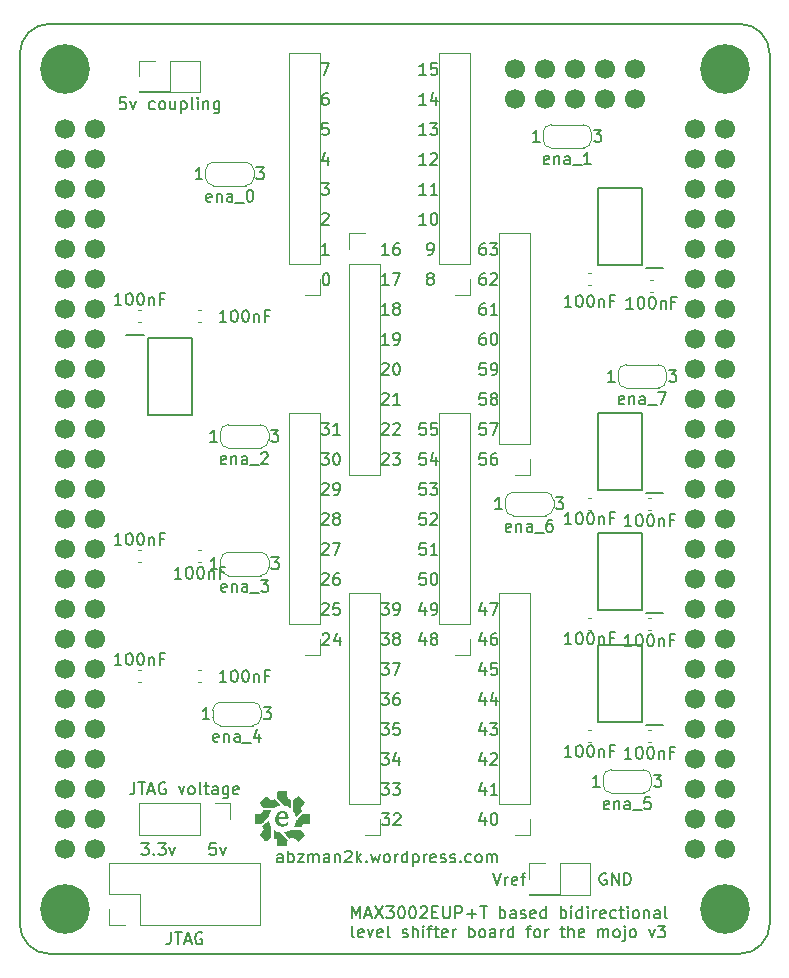
<source format=gto>
G04 #@! TF.GenerationSoftware,KiCad,Pcbnew,7.0.1*
G04 #@! TF.CreationDate,2023-04-30T12:50:43-04:00*
G04 #@! TF.ProjectId,5v levelshifter board,3576206c-6576-4656-9c73-686966746572,rev?*
G04 #@! TF.SameCoordinates,Original*
G04 #@! TF.FileFunction,Legend,Top*
G04 #@! TF.FilePolarity,Positive*
%FSLAX46Y46*%
G04 Gerber Fmt 4.6, Leading zero omitted, Abs format (unit mm)*
G04 Created by KiCad (PCBNEW 7.0.1) date 2023-04-30 12:50:43*
%MOMM*%
%LPD*%
G01*
G04 APERTURE LIST*
%ADD10C,0.150000*%
%ADD11C,0.120000*%
%ADD12C,0.200000*%
%ADD13C,4.200000*%
%ADD14C,1.700000*%
G04 APERTURE END LIST*
D10*
X136604285Y-139847619D02*
X136128095Y-139847619D01*
X136128095Y-139847619D02*
X136080476Y-140323809D01*
X136080476Y-140323809D02*
X136128095Y-140276190D01*
X136128095Y-140276190D02*
X136223333Y-140228571D01*
X136223333Y-140228571D02*
X136461428Y-140228571D01*
X136461428Y-140228571D02*
X136556666Y-140276190D01*
X136556666Y-140276190D02*
X136604285Y-140323809D01*
X136604285Y-140323809D02*
X136651904Y-140419047D01*
X136651904Y-140419047D02*
X136651904Y-140657142D01*
X136651904Y-140657142D02*
X136604285Y-140752380D01*
X136604285Y-140752380D02*
X136556666Y-140800000D01*
X136556666Y-140800000D02*
X136461428Y-140847619D01*
X136461428Y-140847619D02*
X136223333Y-140847619D01*
X136223333Y-140847619D02*
X136128095Y-140800000D01*
X136128095Y-140800000D02*
X136080476Y-140752380D01*
X136985238Y-140180952D02*
X137223333Y-140847619D01*
X137223333Y-140847619D02*
X137461428Y-140180952D01*
X130317857Y-139847619D02*
X130936904Y-139847619D01*
X130936904Y-139847619D02*
X130603571Y-140228571D01*
X130603571Y-140228571D02*
X130746428Y-140228571D01*
X130746428Y-140228571D02*
X130841666Y-140276190D01*
X130841666Y-140276190D02*
X130889285Y-140323809D01*
X130889285Y-140323809D02*
X130936904Y-140419047D01*
X130936904Y-140419047D02*
X130936904Y-140657142D01*
X130936904Y-140657142D02*
X130889285Y-140752380D01*
X130889285Y-140752380D02*
X130841666Y-140800000D01*
X130841666Y-140800000D02*
X130746428Y-140847619D01*
X130746428Y-140847619D02*
X130460714Y-140847619D01*
X130460714Y-140847619D02*
X130365476Y-140800000D01*
X130365476Y-140800000D02*
X130317857Y-140752380D01*
X131365476Y-140752380D02*
X131413095Y-140800000D01*
X131413095Y-140800000D02*
X131365476Y-140847619D01*
X131365476Y-140847619D02*
X131317857Y-140800000D01*
X131317857Y-140800000D02*
X131365476Y-140752380D01*
X131365476Y-140752380D02*
X131365476Y-140847619D01*
X131746428Y-139847619D02*
X132365475Y-139847619D01*
X132365475Y-139847619D02*
X132032142Y-140228571D01*
X132032142Y-140228571D02*
X132174999Y-140228571D01*
X132174999Y-140228571D02*
X132270237Y-140276190D01*
X132270237Y-140276190D02*
X132317856Y-140323809D01*
X132317856Y-140323809D02*
X132365475Y-140419047D01*
X132365475Y-140419047D02*
X132365475Y-140657142D01*
X132365475Y-140657142D02*
X132317856Y-140752380D01*
X132317856Y-140752380D02*
X132270237Y-140800000D01*
X132270237Y-140800000D02*
X132174999Y-140847619D01*
X132174999Y-140847619D02*
X131889285Y-140847619D01*
X131889285Y-140847619D02*
X131794047Y-140800000D01*
X131794047Y-140800000D02*
X131746428Y-140752380D01*
X132698809Y-140180952D02*
X132936904Y-140847619D01*
X132936904Y-140847619D02*
X133174999Y-140180952D01*
X154431904Y-74807619D02*
X153860476Y-74807619D01*
X154146190Y-74807619D02*
X154146190Y-73807619D01*
X154146190Y-73807619D02*
X154050952Y-73950476D01*
X154050952Y-73950476D02*
X153955714Y-74045714D01*
X153955714Y-74045714D02*
X153860476Y-74093333D01*
X155336666Y-73807619D02*
X154860476Y-73807619D01*
X154860476Y-73807619D02*
X154812857Y-74283809D01*
X154812857Y-74283809D02*
X154860476Y-74236190D01*
X154860476Y-74236190D02*
X154955714Y-74188571D01*
X154955714Y-74188571D02*
X155193809Y-74188571D01*
X155193809Y-74188571D02*
X155289047Y-74236190D01*
X155289047Y-74236190D02*
X155336666Y-74283809D01*
X155336666Y-74283809D02*
X155384285Y-74379047D01*
X155384285Y-74379047D02*
X155384285Y-74617142D01*
X155384285Y-74617142D02*
X155336666Y-74712380D01*
X155336666Y-74712380D02*
X155289047Y-74760000D01*
X155289047Y-74760000D02*
X155193809Y-74807619D01*
X155193809Y-74807619D02*
X154955714Y-74807619D01*
X154955714Y-74807619D02*
X154860476Y-74760000D01*
X154860476Y-74760000D02*
X154812857Y-74712380D01*
X159416666Y-89047619D02*
X159226190Y-89047619D01*
X159226190Y-89047619D02*
X159130952Y-89095238D01*
X159130952Y-89095238D02*
X159083333Y-89142857D01*
X159083333Y-89142857D02*
X158988095Y-89285714D01*
X158988095Y-89285714D02*
X158940476Y-89476190D01*
X158940476Y-89476190D02*
X158940476Y-89857142D01*
X158940476Y-89857142D02*
X158988095Y-89952380D01*
X158988095Y-89952380D02*
X159035714Y-90000000D01*
X159035714Y-90000000D02*
X159130952Y-90047619D01*
X159130952Y-90047619D02*
X159321428Y-90047619D01*
X159321428Y-90047619D02*
X159416666Y-90000000D01*
X159416666Y-90000000D02*
X159464285Y-89952380D01*
X159464285Y-89952380D02*
X159511904Y-89857142D01*
X159511904Y-89857142D02*
X159511904Y-89619047D01*
X159511904Y-89619047D02*
X159464285Y-89523809D01*
X159464285Y-89523809D02*
X159416666Y-89476190D01*
X159416666Y-89476190D02*
X159321428Y-89428571D01*
X159321428Y-89428571D02*
X159130952Y-89428571D01*
X159130952Y-89428571D02*
X159035714Y-89476190D01*
X159035714Y-89476190D02*
X158988095Y-89523809D01*
X158988095Y-89523809D02*
X158940476Y-89619047D01*
X159845238Y-89047619D02*
X160464285Y-89047619D01*
X160464285Y-89047619D02*
X160130952Y-89428571D01*
X160130952Y-89428571D02*
X160273809Y-89428571D01*
X160273809Y-89428571D02*
X160369047Y-89476190D01*
X160369047Y-89476190D02*
X160416666Y-89523809D01*
X160416666Y-89523809D02*
X160464285Y-89619047D01*
X160464285Y-89619047D02*
X160464285Y-89857142D01*
X160464285Y-89857142D02*
X160416666Y-89952380D01*
X160416666Y-89952380D02*
X160369047Y-90000000D01*
X160369047Y-90000000D02*
X160273809Y-90047619D01*
X160273809Y-90047619D02*
X159988095Y-90047619D01*
X159988095Y-90047619D02*
X159892857Y-90000000D01*
X159892857Y-90000000D02*
X159845238Y-89952380D01*
X159416666Y-127480952D02*
X159416666Y-128147619D01*
X159178571Y-127100000D02*
X158940476Y-127814285D01*
X158940476Y-127814285D02*
X159559523Y-127814285D01*
X160369047Y-127480952D02*
X160369047Y-128147619D01*
X160130952Y-127100000D02*
X159892857Y-127814285D01*
X159892857Y-127814285D02*
X160511904Y-127814285D01*
X154431904Y-84967619D02*
X153860476Y-84967619D01*
X154146190Y-84967619D02*
X154146190Y-83967619D01*
X154146190Y-83967619D02*
X154050952Y-84110476D01*
X154050952Y-84110476D02*
X153955714Y-84205714D01*
X153955714Y-84205714D02*
X153860476Y-84253333D01*
X155384285Y-84967619D02*
X154812857Y-84967619D01*
X155098571Y-84967619D02*
X155098571Y-83967619D01*
X155098571Y-83967619D02*
X155003333Y-84110476D01*
X155003333Y-84110476D02*
X154908095Y-84205714D01*
X154908095Y-84205714D02*
X154812857Y-84253333D01*
X154590714Y-90047619D02*
X154781190Y-90047619D01*
X154781190Y-90047619D02*
X154876428Y-90000000D01*
X154876428Y-90000000D02*
X154924047Y-89952380D01*
X154924047Y-89952380D02*
X155019285Y-89809523D01*
X155019285Y-89809523D02*
X155066904Y-89619047D01*
X155066904Y-89619047D02*
X155066904Y-89238095D01*
X155066904Y-89238095D02*
X155019285Y-89142857D01*
X155019285Y-89142857D02*
X154971666Y-89095238D01*
X154971666Y-89095238D02*
X154876428Y-89047619D01*
X154876428Y-89047619D02*
X154685952Y-89047619D01*
X154685952Y-89047619D02*
X154590714Y-89095238D01*
X154590714Y-89095238D02*
X154543095Y-89142857D01*
X154543095Y-89142857D02*
X154495476Y-89238095D01*
X154495476Y-89238095D02*
X154495476Y-89476190D01*
X154495476Y-89476190D02*
X154543095Y-89571428D01*
X154543095Y-89571428D02*
X154590714Y-89619047D01*
X154590714Y-89619047D02*
X154685952Y-89666666D01*
X154685952Y-89666666D02*
X154876428Y-89666666D01*
X154876428Y-89666666D02*
X154971666Y-89619047D01*
X154971666Y-89619047D02*
X155019285Y-89571428D01*
X155019285Y-89571428D02*
X155066904Y-89476190D01*
X159416666Y-130020952D02*
X159416666Y-130687619D01*
X159178571Y-129640000D02*
X158940476Y-130354285D01*
X158940476Y-130354285D02*
X159559523Y-130354285D01*
X159845238Y-129687619D02*
X160464285Y-129687619D01*
X160464285Y-129687619D02*
X160130952Y-130068571D01*
X160130952Y-130068571D02*
X160273809Y-130068571D01*
X160273809Y-130068571D02*
X160369047Y-130116190D01*
X160369047Y-130116190D02*
X160416666Y-130163809D01*
X160416666Y-130163809D02*
X160464285Y-130259047D01*
X160464285Y-130259047D02*
X160464285Y-130497142D01*
X160464285Y-130497142D02*
X160416666Y-130592380D01*
X160416666Y-130592380D02*
X160369047Y-130640000D01*
X160369047Y-130640000D02*
X160273809Y-130687619D01*
X160273809Y-130687619D02*
X159988095Y-130687619D01*
X159988095Y-130687619D02*
X159892857Y-130640000D01*
X159892857Y-130640000D02*
X159845238Y-130592380D01*
X160115238Y-142387619D02*
X160448571Y-143387619D01*
X160448571Y-143387619D02*
X160781904Y-142387619D01*
X161115238Y-143387619D02*
X161115238Y-142720952D01*
X161115238Y-142911428D02*
X161162857Y-142816190D01*
X161162857Y-142816190D02*
X161210476Y-142768571D01*
X161210476Y-142768571D02*
X161305714Y-142720952D01*
X161305714Y-142720952D02*
X161400952Y-142720952D01*
X162115238Y-143340000D02*
X162020000Y-143387619D01*
X162020000Y-143387619D02*
X161829524Y-143387619D01*
X161829524Y-143387619D02*
X161734286Y-143340000D01*
X161734286Y-143340000D02*
X161686667Y-143244761D01*
X161686667Y-143244761D02*
X161686667Y-142863809D01*
X161686667Y-142863809D02*
X161734286Y-142768571D01*
X161734286Y-142768571D02*
X161829524Y-142720952D01*
X161829524Y-142720952D02*
X162020000Y-142720952D01*
X162020000Y-142720952D02*
X162115238Y-142768571D01*
X162115238Y-142768571D02*
X162162857Y-142863809D01*
X162162857Y-142863809D02*
X162162857Y-142959047D01*
X162162857Y-142959047D02*
X161686667Y-143054285D01*
X162448572Y-142720952D02*
X162829524Y-142720952D01*
X162591429Y-143387619D02*
X162591429Y-142530476D01*
X162591429Y-142530476D02*
X162639048Y-142435238D01*
X162639048Y-142435238D02*
X162734286Y-142387619D01*
X162734286Y-142387619D02*
X162829524Y-142387619D01*
X150637857Y-119527619D02*
X151256904Y-119527619D01*
X151256904Y-119527619D02*
X150923571Y-119908571D01*
X150923571Y-119908571D02*
X151066428Y-119908571D01*
X151066428Y-119908571D02*
X151161666Y-119956190D01*
X151161666Y-119956190D02*
X151209285Y-120003809D01*
X151209285Y-120003809D02*
X151256904Y-120099047D01*
X151256904Y-120099047D02*
X151256904Y-120337142D01*
X151256904Y-120337142D02*
X151209285Y-120432380D01*
X151209285Y-120432380D02*
X151161666Y-120480000D01*
X151161666Y-120480000D02*
X151066428Y-120527619D01*
X151066428Y-120527619D02*
X150780714Y-120527619D01*
X150780714Y-120527619D02*
X150685476Y-120480000D01*
X150685476Y-120480000D02*
X150637857Y-120432380D01*
X151733095Y-120527619D02*
X151923571Y-120527619D01*
X151923571Y-120527619D02*
X152018809Y-120480000D01*
X152018809Y-120480000D02*
X152066428Y-120432380D01*
X152066428Y-120432380D02*
X152161666Y-120289523D01*
X152161666Y-120289523D02*
X152209285Y-120099047D01*
X152209285Y-120099047D02*
X152209285Y-119718095D01*
X152209285Y-119718095D02*
X152161666Y-119622857D01*
X152161666Y-119622857D02*
X152114047Y-119575238D01*
X152114047Y-119575238D02*
X152018809Y-119527619D01*
X152018809Y-119527619D02*
X151828333Y-119527619D01*
X151828333Y-119527619D02*
X151733095Y-119575238D01*
X151733095Y-119575238D02*
X151685476Y-119622857D01*
X151685476Y-119622857D02*
X151637857Y-119718095D01*
X151637857Y-119718095D02*
X151637857Y-119956190D01*
X151637857Y-119956190D02*
X151685476Y-120051428D01*
X151685476Y-120051428D02*
X151733095Y-120099047D01*
X151733095Y-120099047D02*
X151828333Y-120146666D01*
X151828333Y-120146666D02*
X152018809Y-120146666D01*
X152018809Y-120146666D02*
X152114047Y-120099047D01*
X152114047Y-120099047D02*
X152161666Y-120051428D01*
X152161666Y-120051428D02*
X152209285Y-119956190D01*
X150637857Y-132227619D02*
X151256904Y-132227619D01*
X151256904Y-132227619D02*
X150923571Y-132608571D01*
X150923571Y-132608571D02*
X151066428Y-132608571D01*
X151066428Y-132608571D02*
X151161666Y-132656190D01*
X151161666Y-132656190D02*
X151209285Y-132703809D01*
X151209285Y-132703809D02*
X151256904Y-132799047D01*
X151256904Y-132799047D02*
X151256904Y-133037142D01*
X151256904Y-133037142D02*
X151209285Y-133132380D01*
X151209285Y-133132380D02*
X151161666Y-133180000D01*
X151161666Y-133180000D02*
X151066428Y-133227619D01*
X151066428Y-133227619D02*
X150780714Y-133227619D01*
X150780714Y-133227619D02*
X150685476Y-133180000D01*
X150685476Y-133180000D02*
X150637857Y-133132380D01*
X152114047Y-132560952D02*
X152114047Y-133227619D01*
X151875952Y-132180000D02*
X151637857Y-132894285D01*
X151637857Y-132894285D02*
X152256904Y-132894285D01*
X159464285Y-106827619D02*
X158988095Y-106827619D01*
X158988095Y-106827619D02*
X158940476Y-107303809D01*
X158940476Y-107303809D02*
X158988095Y-107256190D01*
X158988095Y-107256190D02*
X159083333Y-107208571D01*
X159083333Y-107208571D02*
X159321428Y-107208571D01*
X159321428Y-107208571D02*
X159416666Y-107256190D01*
X159416666Y-107256190D02*
X159464285Y-107303809D01*
X159464285Y-107303809D02*
X159511904Y-107399047D01*
X159511904Y-107399047D02*
X159511904Y-107637142D01*
X159511904Y-107637142D02*
X159464285Y-107732380D01*
X159464285Y-107732380D02*
X159416666Y-107780000D01*
X159416666Y-107780000D02*
X159321428Y-107827619D01*
X159321428Y-107827619D02*
X159083333Y-107827619D01*
X159083333Y-107827619D02*
X158988095Y-107780000D01*
X158988095Y-107780000D02*
X158940476Y-107732380D01*
X160369047Y-106827619D02*
X160178571Y-106827619D01*
X160178571Y-106827619D02*
X160083333Y-106875238D01*
X160083333Y-106875238D02*
X160035714Y-106922857D01*
X160035714Y-106922857D02*
X159940476Y-107065714D01*
X159940476Y-107065714D02*
X159892857Y-107256190D01*
X159892857Y-107256190D02*
X159892857Y-107637142D01*
X159892857Y-107637142D02*
X159940476Y-107732380D01*
X159940476Y-107732380D02*
X159988095Y-107780000D01*
X159988095Y-107780000D02*
X160083333Y-107827619D01*
X160083333Y-107827619D02*
X160273809Y-107827619D01*
X160273809Y-107827619D02*
X160369047Y-107780000D01*
X160369047Y-107780000D02*
X160416666Y-107732380D01*
X160416666Y-107732380D02*
X160464285Y-107637142D01*
X160464285Y-107637142D02*
X160464285Y-107399047D01*
X160464285Y-107399047D02*
X160416666Y-107303809D01*
X160416666Y-107303809D02*
X160369047Y-107256190D01*
X160369047Y-107256190D02*
X160273809Y-107208571D01*
X160273809Y-107208571D02*
X160083333Y-107208571D01*
X160083333Y-107208571D02*
X159988095Y-107256190D01*
X159988095Y-107256190D02*
X159940476Y-107303809D01*
X159940476Y-107303809D02*
X159892857Y-107399047D01*
X159416666Y-119860952D02*
X159416666Y-120527619D01*
X159178571Y-119480000D02*
X158940476Y-120194285D01*
X158940476Y-120194285D02*
X159559523Y-120194285D01*
X159845238Y-119527619D02*
X160511904Y-119527619D01*
X160511904Y-119527619D02*
X160083333Y-120527619D01*
X159416666Y-132560952D02*
X159416666Y-133227619D01*
X159178571Y-132180000D02*
X158940476Y-132894285D01*
X158940476Y-132894285D02*
X159559523Y-132894285D01*
X159892857Y-132322857D02*
X159940476Y-132275238D01*
X159940476Y-132275238D02*
X160035714Y-132227619D01*
X160035714Y-132227619D02*
X160273809Y-132227619D01*
X160273809Y-132227619D02*
X160369047Y-132275238D01*
X160369047Y-132275238D02*
X160416666Y-132322857D01*
X160416666Y-132322857D02*
X160464285Y-132418095D01*
X160464285Y-132418095D02*
X160464285Y-132513333D01*
X160464285Y-132513333D02*
X160416666Y-132656190D01*
X160416666Y-132656190D02*
X159845238Y-133227619D01*
X159845238Y-133227619D02*
X160464285Y-133227619D01*
X154431904Y-87507619D02*
X153860476Y-87507619D01*
X154146190Y-87507619D02*
X154146190Y-86507619D01*
X154146190Y-86507619D02*
X154050952Y-86650476D01*
X154050952Y-86650476D02*
X153955714Y-86745714D01*
X153955714Y-86745714D02*
X153860476Y-86793333D01*
X155050952Y-86507619D02*
X155146190Y-86507619D01*
X155146190Y-86507619D02*
X155241428Y-86555238D01*
X155241428Y-86555238D02*
X155289047Y-86602857D01*
X155289047Y-86602857D02*
X155336666Y-86698095D01*
X155336666Y-86698095D02*
X155384285Y-86888571D01*
X155384285Y-86888571D02*
X155384285Y-87126666D01*
X155384285Y-87126666D02*
X155336666Y-87317142D01*
X155336666Y-87317142D02*
X155289047Y-87412380D01*
X155289047Y-87412380D02*
X155241428Y-87460000D01*
X155241428Y-87460000D02*
X155146190Y-87507619D01*
X155146190Y-87507619D02*
X155050952Y-87507619D01*
X155050952Y-87507619D02*
X154955714Y-87460000D01*
X154955714Y-87460000D02*
X154908095Y-87412380D01*
X154908095Y-87412380D02*
X154860476Y-87317142D01*
X154860476Y-87317142D02*
X154812857Y-87126666D01*
X154812857Y-87126666D02*
X154812857Y-86888571D01*
X154812857Y-86888571D02*
X154860476Y-86698095D01*
X154860476Y-86698095D02*
X154908095Y-86602857D01*
X154908095Y-86602857D02*
X154955714Y-86555238D01*
X154955714Y-86555238D02*
X155050952Y-86507619D01*
X151256904Y-97667619D02*
X150685476Y-97667619D01*
X150971190Y-97667619D02*
X150971190Y-96667619D01*
X150971190Y-96667619D02*
X150875952Y-96810476D01*
X150875952Y-96810476D02*
X150780714Y-96905714D01*
X150780714Y-96905714D02*
X150685476Y-96953333D01*
X151733095Y-97667619D02*
X151923571Y-97667619D01*
X151923571Y-97667619D02*
X152018809Y-97620000D01*
X152018809Y-97620000D02*
X152066428Y-97572380D01*
X152066428Y-97572380D02*
X152161666Y-97429523D01*
X152161666Y-97429523D02*
X152209285Y-97239047D01*
X152209285Y-97239047D02*
X152209285Y-96858095D01*
X152209285Y-96858095D02*
X152161666Y-96762857D01*
X152161666Y-96762857D02*
X152114047Y-96715238D01*
X152114047Y-96715238D02*
X152018809Y-96667619D01*
X152018809Y-96667619D02*
X151828333Y-96667619D01*
X151828333Y-96667619D02*
X151733095Y-96715238D01*
X151733095Y-96715238D02*
X151685476Y-96762857D01*
X151685476Y-96762857D02*
X151637857Y-96858095D01*
X151637857Y-96858095D02*
X151637857Y-97096190D01*
X151637857Y-97096190D02*
X151685476Y-97191428D01*
X151685476Y-97191428D02*
X151733095Y-97239047D01*
X151733095Y-97239047D02*
X151828333Y-97286666D01*
X151828333Y-97286666D02*
X152018809Y-97286666D01*
X152018809Y-97286666D02*
X152114047Y-97239047D01*
X152114047Y-97239047D02*
X152161666Y-97191428D01*
X152161666Y-97191428D02*
X152209285Y-97096190D01*
X145665476Y-122192857D02*
X145713095Y-122145238D01*
X145713095Y-122145238D02*
X145808333Y-122097619D01*
X145808333Y-122097619D02*
X146046428Y-122097619D01*
X146046428Y-122097619D02*
X146141666Y-122145238D01*
X146141666Y-122145238D02*
X146189285Y-122192857D01*
X146189285Y-122192857D02*
X146236904Y-122288095D01*
X146236904Y-122288095D02*
X146236904Y-122383333D01*
X146236904Y-122383333D02*
X146189285Y-122526190D01*
X146189285Y-122526190D02*
X145617857Y-123097619D01*
X145617857Y-123097619D02*
X146236904Y-123097619D01*
X147094047Y-122430952D02*
X147094047Y-123097619D01*
X146855952Y-122050000D02*
X146617857Y-122764285D01*
X146617857Y-122764285D02*
X147236904Y-122764285D01*
X146081666Y-76347619D02*
X145891190Y-76347619D01*
X145891190Y-76347619D02*
X145795952Y-76395238D01*
X145795952Y-76395238D02*
X145748333Y-76442857D01*
X145748333Y-76442857D02*
X145653095Y-76585714D01*
X145653095Y-76585714D02*
X145605476Y-76776190D01*
X145605476Y-76776190D02*
X145605476Y-77157142D01*
X145605476Y-77157142D02*
X145653095Y-77252380D01*
X145653095Y-77252380D02*
X145700714Y-77300000D01*
X145700714Y-77300000D02*
X145795952Y-77347619D01*
X145795952Y-77347619D02*
X145986428Y-77347619D01*
X145986428Y-77347619D02*
X146081666Y-77300000D01*
X146081666Y-77300000D02*
X146129285Y-77252380D01*
X146129285Y-77252380D02*
X146176904Y-77157142D01*
X146176904Y-77157142D02*
X146176904Y-76919047D01*
X146176904Y-76919047D02*
X146129285Y-76823809D01*
X146129285Y-76823809D02*
X146081666Y-76776190D01*
X146081666Y-76776190D02*
X145986428Y-76728571D01*
X145986428Y-76728571D02*
X145795952Y-76728571D01*
X145795952Y-76728571D02*
X145700714Y-76776190D01*
X145700714Y-76776190D02*
X145653095Y-76823809D01*
X145653095Y-76823809D02*
X145605476Y-76919047D01*
X159464285Y-99207619D02*
X158988095Y-99207619D01*
X158988095Y-99207619D02*
X158940476Y-99683809D01*
X158940476Y-99683809D02*
X158988095Y-99636190D01*
X158988095Y-99636190D02*
X159083333Y-99588571D01*
X159083333Y-99588571D02*
X159321428Y-99588571D01*
X159321428Y-99588571D02*
X159416666Y-99636190D01*
X159416666Y-99636190D02*
X159464285Y-99683809D01*
X159464285Y-99683809D02*
X159511904Y-99779047D01*
X159511904Y-99779047D02*
X159511904Y-100017142D01*
X159511904Y-100017142D02*
X159464285Y-100112380D01*
X159464285Y-100112380D02*
X159416666Y-100160000D01*
X159416666Y-100160000D02*
X159321428Y-100207619D01*
X159321428Y-100207619D02*
X159083333Y-100207619D01*
X159083333Y-100207619D02*
X158988095Y-100160000D01*
X158988095Y-100160000D02*
X158940476Y-100112380D01*
X159988095Y-100207619D02*
X160178571Y-100207619D01*
X160178571Y-100207619D02*
X160273809Y-100160000D01*
X160273809Y-100160000D02*
X160321428Y-100112380D01*
X160321428Y-100112380D02*
X160416666Y-99969523D01*
X160416666Y-99969523D02*
X160464285Y-99779047D01*
X160464285Y-99779047D02*
X160464285Y-99398095D01*
X160464285Y-99398095D02*
X160416666Y-99302857D01*
X160416666Y-99302857D02*
X160369047Y-99255238D01*
X160369047Y-99255238D02*
X160273809Y-99207619D01*
X160273809Y-99207619D02*
X160083333Y-99207619D01*
X160083333Y-99207619D02*
X159988095Y-99255238D01*
X159988095Y-99255238D02*
X159940476Y-99302857D01*
X159940476Y-99302857D02*
X159892857Y-99398095D01*
X159892857Y-99398095D02*
X159892857Y-99636190D01*
X159892857Y-99636190D02*
X159940476Y-99731428D01*
X159940476Y-99731428D02*
X159988095Y-99779047D01*
X159988095Y-99779047D02*
X160083333Y-99826666D01*
X160083333Y-99826666D02*
X160273809Y-99826666D01*
X160273809Y-99826666D02*
X160369047Y-99779047D01*
X160369047Y-99779047D02*
X160416666Y-99731428D01*
X160416666Y-99731428D02*
X160464285Y-99636190D01*
X154431904Y-82427619D02*
X153860476Y-82427619D01*
X154146190Y-82427619D02*
X154146190Y-81427619D01*
X154146190Y-81427619D02*
X154050952Y-81570476D01*
X154050952Y-81570476D02*
X153955714Y-81665714D01*
X153955714Y-81665714D02*
X153860476Y-81713333D01*
X154812857Y-81522857D02*
X154860476Y-81475238D01*
X154860476Y-81475238D02*
X154955714Y-81427619D01*
X154955714Y-81427619D02*
X155193809Y-81427619D01*
X155193809Y-81427619D02*
X155289047Y-81475238D01*
X155289047Y-81475238D02*
X155336666Y-81522857D01*
X155336666Y-81522857D02*
X155384285Y-81618095D01*
X155384285Y-81618095D02*
X155384285Y-81713333D01*
X155384285Y-81713333D02*
X155336666Y-81856190D01*
X155336666Y-81856190D02*
X154765238Y-82427619D01*
X154765238Y-82427619D02*
X155384285Y-82427619D01*
X145605476Y-114542857D02*
X145653095Y-114495238D01*
X145653095Y-114495238D02*
X145748333Y-114447619D01*
X145748333Y-114447619D02*
X145986428Y-114447619D01*
X145986428Y-114447619D02*
X146081666Y-114495238D01*
X146081666Y-114495238D02*
X146129285Y-114542857D01*
X146129285Y-114542857D02*
X146176904Y-114638095D01*
X146176904Y-114638095D02*
X146176904Y-114733333D01*
X146176904Y-114733333D02*
X146129285Y-114876190D01*
X146129285Y-114876190D02*
X145557857Y-115447619D01*
X145557857Y-115447619D02*
X146176904Y-115447619D01*
X146510238Y-114447619D02*
X147176904Y-114447619D01*
X147176904Y-114447619D02*
X146748333Y-115447619D01*
X154431904Y-77347619D02*
X153860476Y-77347619D01*
X154146190Y-77347619D02*
X154146190Y-76347619D01*
X154146190Y-76347619D02*
X154050952Y-76490476D01*
X154050952Y-76490476D02*
X153955714Y-76585714D01*
X153955714Y-76585714D02*
X153860476Y-76633333D01*
X155289047Y-76680952D02*
X155289047Y-77347619D01*
X155050952Y-76300000D02*
X154812857Y-77014285D01*
X154812857Y-77014285D02*
X155431904Y-77014285D01*
X154384285Y-106827619D02*
X153908095Y-106827619D01*
X153908095Y-106827619D02*
X153860476Y-107303809D01*
X153860476Y-107303809D02*
X153908095Y-107256190D01*
X153908095Y-107256190D02*
X154003333Y-107208571D01*
X154003333Y-107208571D02*
X154241428Y-107208571D01*
X154241428Y-107208571D02*
X154336666Y-107256190D01*
X154336666Y-107256190D02*
X154384285Y-107303809D01*
X154384285Y-107303809D02*
X154431904Y-107399047D01*
X154431904Y-107399047D02*
X154431904Y-107637142D01*
X154431904Y-107637142D02*
X154384285Y-107732380D01*
X154384285Y-107732380D02*
X154336666Y-107780000D01*
X154336666Y-107780000D02*
X154241428Y-107827619D01*
X154241428Y-107827619D02*
X154003333Y-107827619D01*
X154003333Y-107827619D02*
X153908095Y-107780000D01*
X153908095Y-107780000D02*
X153860476Y-107732380D01*
X155289047Y-107160952D02*
X155289047Y-107827619D01*
X155050952Y-106780000D02*
X154812857Y-107494285D01*
X154812857Y-107494285D02*
X155431904Y-107494285D01*
X146081666Y-81760952D02*
X146081666Y-82427619D01*
X145843571Y-81380000D02*
X145605476Y-82094285D01*
X145605476Y-82094285D02*
X146224523Y-82094285D01*
X154431904Y-79887619D02*
X153860476Y-79887619D01*
X154146190Y-79887619D02*
X154146190Y-78887619D01*
X154146190Y-78887619D02*
X154050952Y-79030476D01*
X154050952Y-79030476D02*
X153955714Y-79125714D01*
X153955714Y-79125714D02*
X153860476Y-79173333D01*
X154765238Y-78887619D02*
X155384285Y-78887619D01*
X155384285Y-78887619D02*
X155050952Y-79268571D01*
X155050952Y-79268571D02*
X155193809Y-79268571D01*
X155193809Y-79268571D02*
X155289047Y-79316190D01*
X155289047Y-79316190D02*
X155336666Y-79363809D01*
X155336666Y-79363809D02*
X155384285Y-79459047D01*
X155384285Y-79459047D02*
X155384285Y-79697142D01*
X155384285Y-79697142D02*
X155336666Y-79792380D01*
X155336666Y-79792380D02*
X155289047Y-79840000D01*
X155289047Y-79840000D02*
X155193809Y-79887619D01*
X155193809Y-79887619D02*
X154908095Y-79887619D01*
X154908095Y-79887619D02*
X154812857Y-79840000D01*
X154812857Y-79840000D02*
X154765238Y-79792380D01*
X154384285Y-109367619D02*
X153908095Y-109367619D01*
X153908095Y-109367619D02*
X153860476Y-109843809D01*
X153860476Y-109843809D02*
X153908095Y-109796190D01*
X153908095Y-109796190D02*
X154003333Y-109748571D01*
X154003333Y-109748571D02*
X154241428Y-109748571D01*
X154241428Y-109748571D02*
X154336666Y-109796190D01*
X154336666Y-109796190D02*
X154384285Y-109843809D01*
X154384285Y-109843809D02*
X154431904Y-109939047D01*
X154431904Y-109939047D02*
X154431904Y-110177142D01*
X154431904Y-110177142D02*
X154384285Y-110272380D01*
X154384285Y-110272380D02*
X154336666Y-110320000D01*
X154336666Y-110320000D02*
X154241428Y-110367619D01*
X154241428Y-110367619D02*
X154003333Y-110367619D01*
X154003333Y-110367619D02*
X153908095Y-110320000D01*
X153908095Y-110320000D02*
X153860476Y-110272380D01*
X154765238Y-109367619D02*
X155384285Y-109367619D01*
X155384285Y-109367619D02*
X155050952Y-109748571D01*
X155050952Y-109748571D02*
X155193809Y-109748571D01*
X155193809Y-109748571D02*
X155289047Y-109796190D01*
X155289047Y-109796190D02*
X155336666Y-109843809D01*
X155336666Y-109843809D02*
X155384285Y-109939047D01*
X155384285Y-109939047D02*
X155384285Y-110177142D01*
X155384285Y-110177142D02*
X155336666Y-110272380D01*
X155336666Y-110272380D02*
X155289047Y-110320000D01*
X155289047Y-110320000D02*
X155193809Y-110367619D01*
X155193809Y-110367619D02*
X154908095Y-110367619D01*
X154908095Y-110367619D02*
X154812857Y-110320000D01*
X154812857Y-110320000D02*
X154765238Y-110272380D01*
X150637857Y-124607619D02*
X151256904Y-124607619D01*
X151256904Y-124607619D02*
X150923571Y-124988571D01*
X150923571Y-124988571D02*
X151066428Y-124988571D01*
X151066428Y-124988571D02*
X151161666Y-125036190D01*
X151161666Y-125036190D02*
X151209285Y-125083809D01*
X151209285Y-125083809D02*
X151256904Y-125179047D01*
X151256904Y-125179047D02*
X151256904Y-125417142D01*
X151256904Y-125417142D02*
X151209285Y-125512380D01*
X151209285Y-125512380D02*
X151161666Y-125560000D01*
X151161666Y-125560000D02*
X151066428Y-125607619D01*
X151066428Y-125607619D02*
X150780714Y-125607619D01*
X150780714Y-125607619D02*
X150685476Y-125560000D01*
X150685476Y-125560000D02*
X150637857Y-125512380D01*
X151590238Y-124607619D02*
X152256904Y-124607619D01*
X152256904Y-124607619D02*
X151828333Y-125607619D01*
X150637857Y-129687619D02*
X151256904Y-129687619D01*
X151256904Y-129687619D02*
X150923571Y-130068571D01*
X150923571Y-130068571D02*
X151066428Y-130068571D01*
X151066428Y-130068571D02*
X151161666Y-130116190D01*
X151161666Y-130116190D02*
X151209285Y-130163809D01*
X151209285Y-130163809D02*
X151256904Y-130259047D01*
X151256904Y-130259047D02*
X151256904Y-130497142D01*
X151256904Y-130497142D02*
X151209285Y-130592380D01*
X151209285Y-130592380D02*
X151161666Y-130640000D01*
X151161666Y-130640000D02*
X151066428Y-130687619D01*
X151066428Y-130687619D02*
X150780714Y-130687619D01*
X150780714Y-130687619D02*
X150685476Y-130640000D01*
X150685476Y-130640000D02*
X150637857Y-130592380D01*
X152161666Y-129687619D02*
X151685476Y-129687619D01*
X151685476Y-129687619D02*
X151637857Y-130163809D01*
X151637857Y-130163809D02*
X151685476Y-130116190D01*
X151685476Y-130116190D02*
X151780714Y-130068571D01*
X151780714Y-130068571D02*
X152018809Y-130068571D01*
X152018809Y-130068571D02*
X152114047Y-130116190D01*
X152114047Y-130116190D02*
X152161666Y-130163809D01*
X152161666Y-130163809D02*
X152209285Y-130259047D01*
X152209285Y-130259047D02*
X152209285Y-130497142D01*
X152209285Y-130497142D02*
X152161666Y-130592380D01*
X152161666Y-130592380D02*
X152114047Y-130640000D01*
X152114047Y-130640000D02*
X152018809Y-130687619D01*
X152018809Y-130687619D02*
X151780714Y-130687619D01*
X151780714Y-130687619D02*
X151685476Y-130640000D01*
X151685476Y-130640000D02*
X151637857Y-130592380D01*
X159416666Y-137640952D02*
X159416666Y-138307619D01*
X159178571Y-137260000D02*
X158940476Y-137974285D01*
X158940476Y-137974285D02*
X159559523Y-137974285D01*
X160130952Y-137307619D02*
X160226190Y-137307619D01*
X160226190Y-137307619D02*
X160321428Y-137355238D01*
X160321428Y-137355238D02*
X160369047Y-137402857D01*
X160369047Y-137402857D02*
X160416666Y-137498095D01*
X160416666Y-137498095D02*
X160464285Y-137688571D01*
X160464285Y-137688571D02*
X160464285Y-137926666D01*
X160464285Y-137926666D02*
X160416666Y-138117142D01*
X160416666Y-138117142D02*
X160369047Y-138212380D01*
X160369047Y-138212380D02*
X160321428Y-138260000D01*
X160321428Y-138260000D02*
X160226190Y-138307619D01*
X160226190Y-138307619D02*
X160130952Y-138307619D01*
X160130952Y-138307619D02*
X160035714Y-138260000D01*
X160035714Y-138260000D02*
X159988095Y-138212380D01*
X159988095Y-138212380D02*
X159940476Y-138117142D01*
X159940476Y-138117142D02*
X159892857Y-137926666D01*
X159892857Y-137926666D02*
X159892857Y-137688571D01*
X159892857Y-137688571D02*
X159940476Y-137498095D01*
X159940476Y-137498095D02*
X159988095Y-137402857D01*
X159988095Y-137402857D02*
X160035714Y-137355238D01*
X160035714Y-137355238D02*
X160130952Y-137307619D01*
X154384285Y-116987619D02*
X153908095Y-116987619D01*
X153908095Y-116987619D02*
X153860476Y-117463809D01*
X153860476Y-117463809D02*
X153908095Y-117416190D01*
X153908095Y-117416190D02*
X154003333Y-117368571D01*
X154003333Y-117368571D02*
X154241428Y-117368571D01*
X154241428Y-117368571D02*
X154336666Y-117416190D01*
X154336666Y-117416190D02*
X154384285Y-117463809D01*
X154384285Y-117463809D02*
X154431904Y-117559047D01*
X154431904Y-117559047D02*
X154431904Y-117797142D01*
X154431904Y-117797142D02*
X154384285Y-117892380D01*
X154384285Y-117892380D02*
X154336666Y-117940000D01*
X154336666Y-117940000D02*
X154241428Y-117987619D01*
X154241428Y-117987619D02*
X154003333Y-117987619D01*
X154003333Y-117987619D02*
X153908095Y-117940000D01*
X153908095Y-117940000D02*
X153860476Y-117892380D01*
X155050952Y-116987619D02*
X155146190Y-116987619D01*
X155146190Y-116987619D02*
X155241428Y-117035238D01*
X155241428Y-117035238D02*
X155289047Y-117082857D01*
X155289047Y-117082857D02*
X155336666Y-117178095D01*
X155336666Y-117178095D02*
X155384285Y-117368571D01*
X155384285Y-117368571D02*
X155384285Y-117606666D01*
X155384285Y-117606666D02*
X155336666Y-117797142D01*
X155336666Y-117797142D02*
X155289047Y-117892380D01*
X155289047Y-117892380D02*
X155241428Y-117940000D01*
X155241428Y-117940000D02*
X155146190Y-117987619D01*
X155146190Y-117987619D02*
X155050952Y-117987619D01*
X155050952Y-117987619D02*
X154955714Y-117940000D01*
X154955714Y-117940000D02*
X154908095Y-117892380D01*
X154908095Y-117892380D02*
X154860476Y-117797142D01*
X154860476Y-117797142D02*
X154812857Y-117606666D01*
X154812857Y-117606666D02*
X154812857Y-117368571D01*
X154812857Y-117368571D02*
X154860476Y-117178095D01*
X154860476Y-117178095D02*
X154908095Y-117082857D01*
X154908095Y-117082857D02*
X154955714Y-117035238D01*
X154955714Y-117035238D02*
X155050952Y-116987619D01*
X159416666Y-135100952D02*
X159416666Y-135767619D01*
X159178571Y-134720000D02*
X158940476Y-135434285D01*
X158940476Y-135434285D02*
X159559523Y-135434285D01*
X160464285Y-135767619D02*
X159892857Y-135767619D01*
X160178571Y-135767619D02*
X160178571Y-134767619D01*
X160178571Y-134767619D02*
X160083333Y-134910476D01*
X160083333Y-134910476D02*
X159988095Y-135005714D01*
X159988095Y-135005714D02*
X159892857Y-135053333D01*
X145557857Y-73807619D02*
X146224523Y-73807619D01*
X146224523Y-73807619D02*
X145795952Y-74807619D01*
X154384285Y-104287619D02*
X153908095Y-104287619D01*
X153908095Y-104287619D02*
X153860476Y-104763809D01*
X153860476Y-104763809D02*
X153908095Y-104716190D01*
X153908095Y-104716190D02*
X154003333Y-104668571D01*
X154003333Y-104668571D02*
X154241428Y-104668571D01*
X154241428Y-104668571D02*
X154336666Y-104716190D01*
X154336666Y-104716190D02*
X154384285Y-104763809D01*
X154384285Y-104763809D02*
X154431904Y-104859047D01*
X154431904Y-104859047D02*
X154431904Y-105097142D01*
X154431904Y-105097142D02*
X154384285Y-105192380D01*
X154384285Y-105192380D02*
X154336666Y-105240000D01*
X154336666Y-105240000D02*
X154241428Y-105287619D01*
X154241428Y-105287619D02*
X154003333Y-105287619D01*
X154003333Y-105287619D02*
X153908095Y-105240000D01*
X153908095Y-105240000D02*
X153860476Y-105192380D01*
X155336666Y-104287619D02*
X154860476Y-104287619D01*
X154860476Y-104287619D02*
X154812857Y-104763809D01*
X154812857Y-104763809D02*
X154860476Y-104716190D01*
X154860476Y-104716190D02*
X154955714Y-104668571D01*
X154955714Y-104668571D02*
X155193809Y-104668571D01*
X155193809Y-104668571D02*
X155289047Y-104716190D01*
X155289047Y-104716190D02*
X155336666Y-104763809D01*
X155336666Y-104763809D02*
X155384285Y-104859047D01*
X155384285Y-104859047D02*
X155384285Y-105097142D01*
X155384285Y-105097142D02*
X155336666Y-105192380D01*
X155336666Y-105192380D02*
X155289047Y-105240000D01*
X155289047Y-105240000D02*
X155193809Y-105287619D01*
X155193809Y-105287619D02*
X154955714Y-105287619D01*
X154955714Y-105287619D02*
X154860476Y-105240000D01*
X154860476Y-105240000D02*
X154812857Y-105192380D01*
X154336666Y-119860952D02*
X154336666Y-120527619D01*
X154098571Y-119480000D02*
X153860476Y-120194285D01*
X153860476Y-120194285D02*
X154479523Y-120194285D01*
X154908095Y-120527619D02*
X155098571Y-120527619D01*
X155098571Y-120527619D02*
X155193809Y-120480000D01*
X155193809Y-120480000D02*
X155241428Y-120432380D01*
X155241428Y-120432380D02*
X155336666Y-120289523D01*
X155336666Y-120289523D02*
X155384285Y-120099047D01*
X155384285Y-120099047D02*
X155384285Y-119718095D01*
X155384285Y-119718095D02*
X155336666Y-119622857D01*
X155336666Y-119622857D02*
X155289047Y-119575238D01*
X155289047Y-119575238D02*
X155193809Y-119527619D01*
X155193809Y-119527619D02*
X155003333Y-119527619D01*
X155003333Y-119527619D02*
X154908095Y-119575238D01*
X154908095Y-119575238D02*
X154860476Y-119622857D01*
X154860476Y-119622857D02*
X154812857Y-119718095D01*
X154812857Y-119718095D02*
X154812857Y-119956190D01*
X154812857Y-119956190D02*
X154860476Y-120051428D01*
X154860476Y-120051428D02*
X154908095Y-120099047D01*
X154908095Y-120099047D02*
X155003333Y-120146666D01*
X155003333Y-120146666D02*
X155193809Y-120146666D01*
X155193809Y-120146666D02*
X155289047Y-120099047D01*
X155289047Y-120099047D02*
X155336666Y-120051428D01*
X155336666Y-120051428D02*
X155384285Y-119956190D01*
X159416666Y-96667619D02*
X159226190Y-96667619D01*
X159226190Y-96667619D02*
X159130952Y-96715238D01*
X159130952Y-96715238D02*
X159083333Y-96762857D01*
X159083333Y-96762857D02*
X158988095Y-96905714D01*
X158988095Y-96905714D02*
X158940476Y-97096190D01*
X158940476Y-97096190D02*
X158940476Y-97477142D01*
X158940476Y-97477142D02*
X158988095Y-97572380D01*
X158988095Y-97572380D02*
X159035714Y-97620000D01*
X159035714Y-97620000D02*
X159130952Y-97667619D01*
X159130952Y-97667619D02*
X159321428Y-97667619D01*
X159321428Y-97667619D02*
X159416666Y-97620000D01*
X159416666Y-97620000D02*
X159464285Y-97572380D01*
X159464285Y-97572380D02*
X159511904Y-97477142D01*
X159511904Y-97477142D02*
X159511904Y-97239047D01*
X159511904Y-97239047D02*
X159464285Y-97143809D01*
X159464285Y-97143809D02*
X159416666Y-97096190D01*
X159416666Y-97096190D02*
X159321428Y-97048571D01*
X159321428Y-97048571D02*
X159130952Y-97048571D01*
X159130952Y-97048571D02*
X159035714Y-97096190D01*
X159035714Y-97096190D02*
X158988095Y-97143809D01*
X158988095Y-97143809D02*
X158940476Y-97239047D01*
X160130952Y-96667619D02*
X160226190Y-96667619D01*
X160226190Y-96667619D02*
X160321428Y-96715238D01*
X160321428Y-96715238D02*
X160369047Y-96762857D01*
X160369047Y-96762857D02*
X160416666Y-96858095D01*
X160416666Y-96858095D02*
X160464285Y-97048571D01*
X160464285Y-97048571D02*
X160464285Y-97286666D01*
X160464285Y-97286666D02*
X160416666Y-97477142D01*
X160416666Y-97477142D02*
X160369047Y-97572380D01*
X160369047Y-97572380D02*
X160321428Y-97620000D01*
X160321428Y-97620000D02*
X160226190Y-97667619D01*
X160226190Y-97667619D02*
X160130952Y-97667619D01*
X160130952Y-97667619D02*
X160035714Y-97620000D01*
X160035714Y-97620000D02*
X159988095Y-97572380D01*
X159988095Y-97572380D02*
X159940476Y-97477142D01*
X159940476Y-97477142D02*
X159892857Y-97286666D01*
X159892857Y-97286666D02*
X159892857Y-97048571D01*
X159892857Y-97048571D02*
X159940476Y-96858095D01*
X159940476Y-96858095D02*
X159988095Y-96762857D01*
X159988095Y-96762857D02*
X160035714Y-96715238D01*
X160035714Y-96715238D02*
X160130952Y-96667619D01*
X151256904Y-95127619D02*
X150685476Y-95127619D01*
X150971190Y-95127619D02*
X150971190Y-94127619D01*
X150971190Y-94127619D02*
X150875952Y-94270476D01*
X150875952Y-94270476D02*
X150780714Y-94365714D01*
X150780714Y-94365714D02*
X150685476Y-94413333D01*
X151828333Y-94556190D02*
X151733095Y-94508571D01*
X151733095Y-94508571D02*
X151685476Y-94460952D01*
X151685476Y-94460952D02*
X151637857Y-94365714D01*
X151637857Y-94365714D02*
X151637857Y-94318095D01*
X151637857Y-94318095D02*
X151685476Y-94222857D01*
X151685476Y-94222857D02*
X151733095Y-94175238D01*
X151733095Y-94175238D02*
X151828333Y-94127619D01*
X151828333Y-94127619D02*
X152018809Y-94127619D01*
X152018809Y-94127619D02*
X152114047Y-94175238D01*
X152114047Y-94175238D02*
X152161666Y-94222857D01*
X152161666Y-94222857D02*
X152209285Y-94318095D01*
X152209285Y-94318095D02*
X152209285Y-94365714D01*
X152209285Y-94365714D02*
X152161666Y-94460952D01*
X152161666Y-94460952D02*
X152114047Y-94508571D01*
X152114047Y-94508571D02*
X152018809Y-94556190D01*
X152018809Y-94556190D02*
X151828333Y-94556190D01*
X151828333Y-94556190D02*
X151733095Y-94603809D01*
X151733095Y-94603809D02*
X151685476Y-94651428D01*
X151685476Y-94651428D02*
X151637857Y-94746666D01*
X151637857Y-94746666D02*
X151637857Y-94937142D01*
X151637857Y-94937142D02*
X151685476Y-95032380D01*
X151685476Y-95032380D02*
X151733095Y-95080000D01*
X151733095Y-95080000D02*
X151828333Y-95127619D01*
X151828333Y-95127619D02*
X152018809Y-95127619D01*
X152018809Y-95127619D02*
X152114047Y-95080000D01*
X152114047Y-95080000D02*
X152161666Y-95032380D01*
X152161666Y-95032380D02*
X152209285Y-94937142D01*
X152209285Y-94937142D02*
X152209285Y-94746666D01*
X152209285Y-94746666D02*
X152161666Y-94651428D01*
X152161666Y-94651428D02*
X152114047Y-94603809D01*
X152114047Y-94603809D02*
X152018809Y-94556190D01*
X148193095Y-146212619D02*
X148193095Y-145212619D01*
X148193095Y-145212619D02*
X148526428Y-145926904D01*
X148526428Y-145926904D02*
X148859761Y-145212619D01*
X148859761Y-145212619D02*
X148859761Y-146212619D01*
X149288333Y-145926904D02*
X149764523Y-145926904D01*
X149193095Y-146212619D02*
X149526428Y-145212619D01*
X149526428Y-145212619D02*
X149859761Y-146212619D01*
X150097857Y-145212619D02*
X150764523Y-146212619D01*
X150764523Y-145212619D02*
X150097857Y-146212619D01*
X151050238Y-145212619D02*
X151669285Y-145212619D01*
X151669285Y-145212619D02*
X151335952Y-145593571D01*
X151335952Y-145593571D02*
X151478809Y-145593571D01*
X151478809Y-145593571D02*
X151574047Y-145641190D01*
X151574047Y-145641190D02*
X151621666Y-145688809D01*
X151621666Y-145688809D02*
X151669285Y-145784047D01*
X151669285Y-145784047D02*
X151669285Y-146022142D01*
X151669285Y-146022142D02*
X151621666Y-146117380D01*
X151621666Y-146117380D02*
X151574047Y-146165000D01*
X151574047Y-146165000D02*
X151478809Y-146212619D01*
X151478809Y-146212619D02*
X151193095Y-146212619D01*
X151193095Y-146212619D02*
X151097857Y-146165000D01*
X151097857Y-146165000D02*
X151050238Y-146117380D01*
X152288333Y-145212619D02*
X152383571Y-145212619D01*
X152383571Y-145212619D02*
X152478809Y-145260238D01*
X152478809Y-145260238D02*
X152526428Y-145307857D01*
X152526428Y-145307857D02*
X152574047Y-145403095D01*
X152574047Y-145403095D02*
X152621666Y-145593571D01*
X152621666Y-145593571D02*
X152621666Y-145831666D01*
X152621666Y-145831666D02*
X152574047Y-146022142D01*
X152574047Y-146022142D02*
X152526428Y-146117380D01*
X152526428Y-146117380D02*
X152478809Y-146165000D01*
X152478809Y-146165000D02*
X152383571Y-146212619D01*
X152383571Y-146212619D02*
X152288333Y-146212619D01*
X152288333Y-146212619D02*
X152193095Y-146165000D01*
X152193095Y-146165000D02*
X152145476Y-146117380D01*
X152145476Y-146117380D02*
X152097857Y-146022142D01*
X152097857Y-146022142D02*
X152050238Y-145831666D01*
X152050238Y-145831666D02*
X152050238Y-145593571D01*
X152050238Y-145593571D02*
X152097857Y-145403095D01*
X152097857Y-145403095D02*
X152145476Y-145307857D01*
X152145476Y-145307857D02*
X152193095Y-145260238D01*
X152193095Y-145260238D02*
X152288333Y-145212619D01*
X153240714Y-145212619D02*
X153335952Y-145212619D01*
X153335952Y-145212619D02*
X153431190Y-145260238D01*
X153431190Y-145260238D02*
X153478809Y-145307857D01*
X153478809Y-145307857D02*
X153526428Y-145403095D01*
X153526428Y-145403095D02*
X153574047Y-145593571D01*
X153574047Y-145593571D02*
X153574047Y-145831666D01*
X153574047Y-145831666D02*
X153526428Y-146022142D01*
X153526428Y-146022142D02*
X153478809Y-146117380D01*
X153478809Y-146117380D02*
X153431190Y-146165000D01*
X153431190Y-146165000D02*
X153335952Y-146212619D01*
X153335952Y-146212619D02*
X153240714Y-146212619D01*
X153240714Y-146212619D02*
X153145476Y-146165000D01*
X153145476Y-146165000D02*
X153097857Y-146117380D01*
X153097857Y-146117380D02*
X153050238Y-146022142D01*
X153050238Y-146022142D02*
X153002619Y-145831666D01*
X153002619Y-145831666D02*
X153002619Y-145593571D01*
X153002619Y-145593571D02*
X153050238Y-145403095D01*
X153050238Y-145403095D02*
X153097857Y-145307857D01*
X153097857Y-145307857D02*
X153145476Y-145260238D01*
X153145476Y-145260238D02*
X153240714Y-145212619D01*
X153955000Y-145307857D02*
X154002619Y-145260238D01*
X154002619Y-145260238D02*
X154097857Y-145212619D01*
X154097857Y-145212619D02*
X154335952Y-145212619D01*
X154335952Y-145212619D02*
X154431190Y-145260238D01*
X154431190Y-145260238D02*
X154478809Y-145307857D01*
X154478809Y-145307857D02*
X154526428Y-145403095D01*
X154526428Y-145403095D02*
X154526428Y-145498333D01*
X154526428Y-145498333D02*
X154478809Y-145641190D01*
X154478809Y-145641190D02*
X153907381Y-146212619D01*
X153907381Y-146212619D02*
X154526428Y-146212619D01*
X154955000Y-145688809D02*
X155288333Y-145688809D01*
X155431190Y-146212619D02*
X154955000Y-146212619D01*
X154955000Y-146212619D02*
X154955000Y-145212619D01*
X154955000Y-145212619D02*
X155431190Y-145212619D01*
X155859762Y-145212619D02*
X155859762Y-146022142D01*
X155859762Y-146022142D02*
X155907381Y-146117380D01*
X155907381Y-146117380D02*
X155955000Y-146165000D01*
X155955000Y-146165000D02*
X156050238Y-146212619D01*
X156050238Y-146212619D02*
X156240714Y-146212619D01*
X156240714Y-146212619D02*
X156335952Y-146165000D01*
X156335952Y-146165000D02*
X156383571Y-146117380D01*
X156383571Y-146117380D02*
X156431190Y-146022142D01*
X156431190Y-146022142D02*
X156431190Y-145212619D01*
X156907381Y-146212619D02*
X156907381Y-145212619D01*
X156907381Y-145212619D02*
X157288333Y-145212619D01*
X157288333Y-145212619D02*
X157383571Y-145260238D01*
X157383571Y-145260238D02*
X157431190Y-145307857D01*
X157431190Y-145307857D02*
X157478809Y-145403095D01*
X157478809Y-145403095D02*
X157478809Y-145545952D01*
X157478809Y-145545952D02*
X157431190Y-145641190D01*
X157431190Y-145641190D02*
X157383571Y-145688809D01*
X157383571Y-145688809D02*
X157288333Y-145736428D01*
X157288333Y-145736428D02*
X156907381Y-145736428D01*
X157907381Y-145831666D02*
X158669286Y-145831666D01*
X158288333Y-146212619D02*
X158288333Y-145450714D01*
X159002619Y-145212619D02*
X159574047Y-145212619D01*
X159288333Y-146212619D02*
X159288333Y-145212619D01*
X160669286Y-146212619D02*
X160669286Y-145212619D01*
X160669286Y-145593571D02*
X160764524Y-145545952D01*
X160764524Y-145545952D02*
X160955000Y-145545952D01*
X160955000Y-145545952D02*
X161050238Y-145593571D01*
X161050238Y-145593571D02*
X161097857Y-145641190D01*
X161097857Y-145641190D02*
X161145476Y-145736428D01*
X161145476Y-145736428D02*
X161145476Y-146022142D01*
X161145476Y-146022142D02*
X161097857Y-146117380D01*
X161097857Y-146117380D02*
X161050238Y-146165000D01*
X161050238Y-146165000D02*
X160955000Y-146212619D01*
X160955000Y-146212619D02*
X160764524Y-146212619D01*
X160764524Y-146212619D02*
X160669286Y-146165000D01*
X162002619Y-146212619D02*
X162002619Y-145688809D01*
X162002619Y-145688809D02*
X161955000Y-145593571D01*
X161955000Y-145593571D02*
X161859762Y-145545952D01*
X161859762Y-145545952D02*
X161669286Y-145545952D01*
X161669286Y-145545952D02*
X161574048Y-145593571D01*
X162002619Y-146165000D02*
X161907381Y-146212619D01*
X161907381Y-146212619D02*
X161669286Y-146212619D01*
X161669286Y-146212619D02*
X161574048Y-146165000D01*
X161574048Y-146165000D02*
X161526429Y-146069761D01*
X161526429Y-146069761D02*
X161526429Y-145974523D01*
X161526429Y-145974523D02*
X161574048Y-145879285D01*
X161574048Y-145879285D02*
X161669286Y-145831666D01*
X161669286Y-145831666D02*
X161907381Y-145831666D01*
X161907381Y-145831666D02*
X162002619Y-145784047D01*
X162431191Y-146165000D02*
X162526429Y-146212619D01*
X162526429Y-146212619D02*
X162716905Y-146212619D01*
X162716905Y-146212619D02*
X162812143Y-146165000D01*
X162812143Y-146165000D02*
X162859762Y-146069761D01*
X162859762Y-146069761D02*
X162859762Y-146022142D01*
X162859762Y-146022142D02*
X162812143Y-145926904D01*
X162812143Y-145926904D02*
X162716905Y-145879285D01*
X162716905Y-145879285D02*
X162574048Y-145879285D01*
X162574048Y-145879285D02*
X162478810Y-145831666D01*
X162478810Y-145831666D02*
X162431191Y-145736428D01*
X162431191Y-145736428D02*
X162431191Y-145688809D01*
X162431191Y-145688809D02*
X162478810Y-145593571D01*
X162478810Y-145593571D02*
X162574048Y-145545952D01*
X162574048Y-145545952D02*
X162716905Y-145545952D01*
X162716905Y-145545952D02*
X162812143Y-145593571D01*
X163669286Y-146165000D02*
X163574048Y-146212619D01*
X163574048Y-146212619D02*
X163383572Y-146212619D01*
X163383572Y-146212619D02*
X163288334Y-146165000D01*
X163288334Y-146165000D02*
X163240715Y-146069761D01*
X163240715Y-146069761D02*
X163240715Y-145688809D01*
X163240715Y-145688809D02*
X163288334Y-145593571D01*
X163288334Y-145593571D02*
X163383572Y-145545952D01*
X163383572Y-145545952D02*
X163574048Y-145545952D01*
X163574048Y-145545952D02*
X163669286Y-145593571D01*
X163669286Y-145593571D02*
X163716905Y-145688809D01*
X163716905Y-145688809D02*
X163716905Y-145784047D01*
X163716905Y-145784047D02*
X163240715Y-145879285D01*
X164574048Y-146212619D02*
X164574048Y-145212619D01*
X164574048Y-146165000D02*
X164478810Y-146212619D01*
X164478810Y-146212619D02*
X164288334Y-146212619D01*
X164288334Y-146212619D02*
X164193096Y-146165000D01*
X164193096Y-146165000D02*
X164145477Y-146117380D01*
X164145477Y-146117380D02*
X164097858Y-146022142D01*
X164097858Y-146022142D02*
X164097858Y-145736428D01*
X164097858Y-145736428D02*
X164145477Y-145641190D01*
X164145477Y-145641190D02*
X164193096Y-145593571D01*
X164193096Y-145593571D02*
X164288334Y-145545952D01*
X164288334Y-145545952D02*
X164478810Y-145545952D01*
X164478810Y-145545952D02*
X164574048Y-145593571D01*
X165812144Y-146212619D02*
X165812144Y-145212619D01*
X165812144Y-145593571D02*
X165907382Y-145545952D01*
X165907382Y-145545952D02*
X166097858Y-145545952D01*
X166097858Y-145545952D02*
X166193096Y-145593571D01*
X166193096Y-145593571D02*
X166240715Y-145641190D01*
X166240715Y-145641190D02*
X166288334Y-145736428D01*
X166288334Y-145736428D02*
X166288334Y-146022142D01*
X166288334Y-146022142D02*
X166240715Y-146117380D01*
X166240715Y-146117380D02*
X166193096Y-146165000D01*
X166193096Y-146165000D02*
X166097858Y-146212619D01*
X166097858Y-146212619D02*
X165907382Y-146212619D01*
X165907382Y-146212619D02*
X165812144Y-146165000D01*
X166716906Y-146212619D02*
X166716906Y-145545952D01*
X166716906Y-145212619D02*
X166669287Y-145260238D01*
X166669287Y-145260238D02*
X166716906Y-145307857D01*
X166716906Y-145307857D02*
X166764525Y-145260238D01*
X166764525Y-145260238D02*
X166716906Y-145212619D01*
X166716906Y-145212619D02*
X166716906Y-145307857D01*
X167621667Y-146212619D02*
X167621667Y-145212619D01*
X167621667Y-146165000D02*
X167526429Y-146212619D01*
X167526429Y-146212619D02*
X167335953Y-146212619D01*
X167335953Y-146212619D02*
X167240715Y-146165000D01*
X167240715Y-146165000D02*
X167193096Y-146117380D01*
X167193096Y-146117380D02*
X167145477Y-146022142D01*
X167145477Y-146022142D02*
X167145477Y-145736428D01*
X167145477Y-145736428D02*
X167193096Y-145641190D01*
X167193096Y-145641190D02*
X167240715Y-145593571D01*
X167240715Y-145593571D02*
X167335953Y-145545952D01*
X167335953Y-145545952D02*
X167526429Y-145545952D01*
X167526429Y-145545952D02*
X167621667Y-145593571D01*
X168097858Y-146212619D02*
X168097858Y-145545952D01*
X168097858Y-145212619D02*
X168050239Y-145260238D01*
X168050239Y-145260238D02*
X168097858Y-145307857D01*
X168097858Y-145307857D02*
X168145477Y-145260238D01*
X168145477Y-145260238D02*
X168097858Y-145212619D01*
X168097858Y-145212619D02*
X168097858Y-145307857D01*
X168574048Y-146212619D02*
X168574048Y-145545952D01*
X168574048Y-145736428D02*
X168621667Y-145641190D01*
X168621667Y-145641190D02*
X168669286Y-145593571D01*
X168669286Y-145593571D02*
X168764524Y-145545952D01*
X168764524Y-145545952D02*
X168859762Y-145545952D01*
X169574048Y-146165000D02*
X169478810Y-146212619D01*
X169478810Y-146212619D02*
X169288334Y-146212619D01*
X169288334Y-146212619D02*
X169193096Y-146165000D01*
X169193096Y-146165000D02*
X169145477Y-146069761D01*
X169145477Y-146069761D02*
X169145477Y-145688809D01*
X169145477Y-145688809D02*
X169193096Y-145593571D01*
X169193096Y-145593571D02*
X169288334Y-145545952D01*
X169288334Y-145545952D02*
X169478810Y-145545952D01*
X169478810Y-145545952D02*
X169574048Y-145593571D01*
X169574048Y-145593571D02*
X169621667Y-145688809D01*
X169621667Y-145688809D02*
X169621667Y-145784047D01*
X169621667Y-145784047D02*
X169145477Y-145879285D01*
X170478810Y-146165000D02*
X170383572Y-146212619D01*
X170383572Y-146212619D02*
X170193096Y-146212619D01*
X170193096Y-146212619D02*
X170097858Y-146165000D01*
X170097858Y-146165000D02*
X170050239Y-146117380D01*
X170050239Y-146117380D02*
X170002620Y-146022142D01*
X170002620Y-146022142D02*
X170002620Y-145736428D01*
X170002620Y-145736428D02*
X170050239Y-145641190D01*
X170050239Y-145641190D02*
X170097858Y-145593571D01*
X170097858Y-145593571D02*
X170193096Y-145545952D01*
X170193096Y-145545952D02*
X170383572Y-145545952D01*
X170383572Y-145545952D02*
X170478810Y-145593571D01*
X170764525Y-145545952D02*
X171145477Y-145545952D01*
X170907382Y-145212619D02*
X170907382Y-146069761D01*
X170907382Y-146069761D02*
X170955001Y-146165000D01*
X170955001Y-146165000D02*
X171050239Y-146212619D01*
X171050239Y-146212619D02*
X171145477Y-146212619D01*
X171478811Y-146212619D02*
X171478811Y-145545952D01*
X171478811Y-145212619D02*
X171431192Y-145260238D01*
X171431192Y-145260238D02*
X171478811Y-145307857D01*
X171478811Y-145307857D02*
X171526430Y-145260238D01*
X171526430Y-145260238D02*
X171478811Y-145212619D01*
X171478811Y-145212619D02*
X171478811Y-145307857D01*
X172097858Y-146212619D02*
X172002620Y-146165000D01*
X172002620Y-146165000D02*
X171955001Y-146117380D01*
X171955001Y-146117380D02*
X171907382Y-146022142D01*
X171907382Y-146022142D02*
X171907382Y-145736428D01*
X171907382Y-145736428D02*
X171955001Y-145641190D01*
X171955001Y-145641190D02*
X172002620Y-145593571D01*
X172002620Y-145593571D02*
X172097858Y-145545952D01*
X172097858Y-145545952D02*
X172240715Y-145545952D01*
X172240715Y-145545952D02*
X172335953Y-145593571D01*
X172335953Y-145593571D02*
X172383572Y-145641190D01*
X172383572Y-145641190D02*
X172431191Y-145736428D01*
X172431191Y-145736428D02*
X172431191Y-146022142D01*
X172431191Y-146022142D02*
X172383572Y-146117380D01*
X172383572Y-146117380D02*
X172335953Y-146165000D01*
X172335953Y-146165000D02*
X172240715Y-146212619D01*
X172240715Y-146212619D02*
X172097858Y-146212619D01*
X172859763Y-145545952D02*
X172859763Y-146212619D01*
X172859763Y-145641190D02*
X172907382Y-145593571D01*
X172907382Y-145593571D02*
X173002620Y-145545952D01*
X173002620Y-145545952D02*
X173145477Y-145545952D01*
X173145477Y-145545952D02*
X173240715Y-145593571D01*
X173240715Y-145593571D02*
X173288334Y-145688809D01*
X173288334Y-145688809D02*
X173288334Y-146212619D01*
X174193096Y-146212619D02*
X174193096Y-145688809D01*
X174193096Y-145688809D02*
X174145477Y-145593571D01*
X174145477Y-145593571D02*
X174050239Y-145545952D01*
X174050239Y-145545952D02*
X173859763Y-145545952D01*
X173859763Y-145545952D02*
X173764525Y-145593571D01*
X174193096Y-146165000D02*
X174097858Y-146212619D01*
X174097858Y-146212619D02*
X173859763Y-146212619D01*
X173859763Y-146212619D02*
X173764525Y-146165000D01*
X173764525Y-146165000D02*
X173716906Y-146069761D01*
X173716906Y-146069761D02*
X173716906Y-145974523D01*
X173716906Y-145974523D02*
X173764525Y-145879285D01*
X173764525Y-145879285D02*
X173859763Y-145831666D01*
X173859763Y-145831666D02*
X174097858Y-145831666D01*
X174097858Y-145831666D02*
X174193096Y-145784047D01*
X174812144Y-146212619D02*
X174716906Y-146165000D01*
X174716906Y-146165000D02*
X174669287Y-146069761D01*
X174669287Y-146069761D02*
X174669287Y-145212619D01*
X148335952Y-147832619D02*
X148240714Y-147785000D01*
X148240714Y-147785000D02*
X148193095Y-147689761D01*
X148193095Y-147689761D02*
X148193095Y-146832619D01*
X149097857Y-147785000D02*
X149002619Y-147832619D01*
X149002619Y-147832619D02*
X148812143Y-147832619D01*
X148812143Y-147832619D02*
X148716905Y-147785000D01*
X148716905Y-147785000D02*
X148669286Y-147689761D01*
X148669286Y-147689761D02*
X148669286Y-147308809D01*
X148669286Y-147308809D02*
X148716905Y-147213571D01*
X148716905Y-147213571D02*
X148812143Y-147165952D01*
X148812143Y-147165952D02*
X149002619Y-147165952D01*
X149002619Y-147165952D02*
X149097857Y-147213571D01*
X149097857Y-147213571D02*
X149145476Y-147308809D01*
X149145476Y-147308809D02*
X149145476Y-147404047D01*
X149145476Y-147404047D02*
X148669286Y-147499285D01*
X149478810Y-147165952D02*
X149716905Y-147832619D01*
X149716905Y-147832619D02*
X149955000Y-147165952D01*
X150716905Y-147785000D02*
X150621667Y-147832619D01*
X150621667Y-147832619D02*
X150431191Y-147832619D01*
X150431191Y-147832619D02*
X150335953Y-147785000D01*
X150335953Y-147785000D02*
X150288334Y-147689761D01*
X150288334Y-147689761D02*
X150288334Y-147308809D01*
X150288334Y-147308809D02*
X150335953Y-147213571D01*
X150335953Y-147213571D02*
X150431191Y-147165952D01*
X150431191Y-147165952D02*
X150621667Y-147165952D01*
X150621667Y-147165952D02*
X150716905Y-147213571D01*
X150716905Y-147213571D02*
X150764524Y-147308809D01*
X150764524Y-147308809D02*
X150764524Y-147404047D01*
X150764524Y-147404047D02*
X150288334Y-147499285D01*
X151335953Y-147832619D02*
X151240715Y-147785000D01*
X151240715Y-147785000D02*
X151193096Y-147689761D01*
X151193096Y-147689761D02*
X151193096Y-146832619D01*
X152431192Y-147785000D02*
X152526430Y-147832619D01*
X152526430Y-147832619D02*
X152716906Y-147832619D01*
X152716906Y-147832619D02*
X152812144Y-147785000D01*
X152812144Y-147785000D02*
X152859763Y-147689761D01*
X152859763Y-147689761D02*
X152859763Y-147642142D01*
X152859763Y-147642142D02*
X152812144Y-147546904D01*
X152812144Y-147546904D02*
X152716906Y-147499285D01*
X152716906Y-147499285D02*
X152574049Y-147499285D01*
X152574049Y-147499285D02*
X152478811Y-147451666D01*
X152478811Y-147451666D02*
X152431192Y-147356428D01*
X152431192Y-147356428D02*
X152431192Y-147308809D01*
X152431192Y-147308809D02*
X152478811Y-147213571D01*
X152478811Y-147213571D02*
X152574049Y-147165952D01*
X152574049Y-147165952D02*
X152716906Y-147165952D01*
X152716906Y-147165952D02*
X152812144Y-147213571D01*
X153288335Y-147832619D02*
X153288335Y-146832619D01*
X153716906Y-147832619D02*
X153716906Y-147308809D01*
X153716906Y-147308809D02*
X153669287Y-147213571D01*
X153669287Y-147213571D02*
X153574049Y-147165952D01*
X153574049Y-147165952D02*
X153431192Y-147165952D01*
X153431192Y-147165952D02*
X153335954Y-147213571D01*
X153335954Y-147213571D02*
X153288335Y-147261190D01*
X154193097Y-147832619D02*
X154193097Y-147165952D01*
X154193097Y-146832619D02*
X154145478Y-146880238D01*
X154145478Y-146880238D02*
X154193097Y-146927857D01*
X154193097Y-146927857D02*
X154240716Y-146880238D01*
X154240716Y-146880238D02*
X154193097Y-146832619D01*
X154193097Y-146832619D02*
X154193097Y-146927857D01*
X154526430Y-147165952D02*
X154907382Y-147165952D01*
X154669287Y-147832619D02*
X154669287Y-146975476D01*
X154669287Y-146975476D02*
X154716906Y-146880238D01*
X154716906Y-146880238D02*
X154812144Y-146832619D01*
X154812144Y-146832619D02*
X154907382Y-146832619D01*
X155097859Y-147165952D02*
X155478811Y-147165952D01*
X155240716Y-146832619D02*
X155240716Y-147689761D01*
X155240716Y-147689761D02*
X155288335Y-147785000D01*
X155288335Y-147785000D02*
X155383573Y-147832619D01*
X155383573Y-147832619D02*
X155478811Y-147832619D01*
X156193097Y-147785000D02*
X156097859Y-147832619D01*
X156097859Y-147832619D02*
X155907383Y-147832619D01*
X155907383Y-147832619D02*
X155812145Y-147785000D01*
X155812145Y-147785000D02*
X155764526Y-147689761D01*
X155764526Y-147689761D02*
X155764526Y-147308809D01*
X155764526Y-147308809D02*
X155812145Y-147213571D01*
X155812145Y-147213571D02*
X155907383Y-147165952D01*
X155907383Y-147165952D02*
X156097859Y-147165952D01*
X156097859Y-147165952D02*
X156193097Y-147213571D01*
X156193097Y-147213571D02*
X156240716Y-147308809D01*
X156240716Y-147308809D02*
X156240716Y-147404047D01*
X156240716Y-147404047D02*
X155764526Y-147499285D01*
X156669288Y-147832619D02*
X156669288Y-147165952D01*
X156669288Y-147356428D02*
X156716907Y-147261190D01*
X156716907Y-147261190D02*
X156764526Y-147213571D01*
X156764526Y-147213571D02*
X156859764Y-147165952D01*
X156859764Y-147165952D02*
X156955002Y-147165952D01*
X158050241Y-147832619D02*
X158050241Y-146832619D01*
X158050241Y-147213571D02*
X158145479Y-147165952D01*
X158145479Y-147165952D02*
X158335955Y-147165952D01*
X158335955Y-147165952D02*
X158431193Y-147213571D01*
X158431193Y-147213571D02*
X158478812Y-147261190D01*
X158478812Y-147261190D02*
X158526431Y-147356428D01*
X158526431Y-147356428D02*
X158526431Y-147642142D01*
X158526431Y-147642142D02*
X158478812Y-147737380D01*
X158478812Y-147737380D02*
X158431193Y-147785000D01*
X158431193Y-147785000D02*
X158335955Y-147832619D01*
X158335955Y-147832619D02*
X158145479Y-147832619D01*
X158145479Y-147832619D02*
X158050241Y-147785000D01*
X159097860Y-147832619D02*
X159002622Y-147785000D01*
X159002622Y-147785000D02*
X158955003Y-147737380D01*
X158955003Y-147737380D02*
X158907384Y-147642142D01*
X158907384Y-147642142D02*
X158907384Y-147356428D01*
X158907384Y-147356428D02*
X158955003Y-147261190D01*
X158955003Y-147261190D02*
X159002622Y-147213571D01*
X159002622Y-147213571D02*
X159097860Y-147165952D01*
X159097860Y-147165952D02*
X159240717Y-147165952D01*
X159240717Y-147165952D02*
X159335955Y-147213571D01*
X159335955Y-147213571D02*
X159383574Y-147261190D01*
X159383574Y-147261190D02*
X159431193Y-147356428D01*
X159431193Y-147356428D02*
X159431193Y-147642142D01*
X159431193Y-147642142D02*
X159383574Y-147737380D01*
X159383574Y-147737380D02*
X159335955Y-147785000D01*
X159335955Y-147785000D02*
X159240717Y-147832619D01*
X159240717Y-147832619D02*
X159097860Y-147832619D01*
X160288336Y-147832619D02*
X160288336Y-147308809D01*
X160288336Y-147308809D02*
X160240717Y-147213571D01*
X160240717Y-147213571D02*
X160145479Y-147165952D01*
X160145479Y-147165952D02*
X159955003Y-147165952D01*
X159955003Y-147165952D02*
X159859765Y-147213571D01*
X160288336Y-147785000D02*
X160193098Y-147832619D01*
X160193098Y-147832619D02*
X159955003Y-147832619D01*
X159955003Y-147832619D02*
X159859765Y-147785000D01*
X159859765Y-147785000D02*
X159812146Y-147689761D01*
X159812146Y-147689761D02*
X159812146Y-147594523D01*
X159812146Y-147594523D02*
X159859765Y-147499285D01*
X159859765Y-147499285D02*
X159955003Y-147451666D01*
X159955003Y-147451666D02*
X160193098Y-147451666D01*
X160193098Y-147451666D02*
X160288336Y-147404047D01*
X160764527Y-147832619D02*
X160764527Y-147165952D01*
X160764527Y-147356428D02*
X160812146Y-147261190D01*
X160812146Y-147261190D02*
X160859765Y-147213571D01*
X160859765Y-147213571D02*
X160955003Y-147165952D01*
X160955003Y-147165952D02*
X161050241Y-147165952D01*
X161812146Y-147832619D02*
X161812146Y-146832619D01*
X161812146Y-147785000D02*
X161716908Y-147832619D01*
X161716908Y-147832619D02*
X161526432Y-147832619D01*
X161526432Y-147832619D02*
X161431194Y-147785000D01*
X161431194Y-147785000D02*
X161383575Y-147737380D01*
X161383575Y-147737380D02*
X161335956Y-147642142D01*
X161335956Y-147642142D02*
X161335956Y-147356428D01*
X161335956Y-147356428D02*
X161383575Y-147261190D01*
X161383575Y-147261190D02*
X161431194Y-147213571D01*
X161431194Y-147213571D02*
X161526432Y-147165952D01*
X161526432Y-147165952D02*
X161716908Y-147165952D01*
X161716908Y-147165952D02*
X161812146Y-147213571D01*
X162907385Y-147165952D02*
X163288337Y-147165952D01*
X163050242Y-147832619D02*
X163050242Y-146975476D01*
X163050242Y-146975476D02*
X163097861Y-146880238D01*
X163097861Y-146880238D02*
X163193099Y-146832619D01*
X163193099Y-146832619D02*
X163288337Y-146832619D01*
X163764528Y-147832619D02*
X163669290Y-147785000D01*
X163669290Y-147785000D02*
X163621671Y-147737380D01*
X163621671Y-147737380D02*
X163574052Y-147642142D01*
X163574052Y-147642142D02*
X163574052Y-147356428D01*
X163574052Y-147356428D02*
X163621671Y-147261190D01*
X163621671Y-147261190D02*
X163669290Y-147213571D01*
X163669290Y-147213571D02*
X163764528Y-147165952D01*
X163764528Y-147165952D02*
X163907385Y-147165952D01*
X163907385Y-147165952D02*
X164002623Y-147213571D01*
X164002623Y-147213571D02*
X164050242Y-147261190D01*
X164050242Y-147261190D02*
X164097861Y-147356428D01*
X164097861Y-147356428D02*
X164097861Y-147642142D01*
X164097861Y-147642142D02*
X164050242Y-147737380D01*
X164050242Y-147737380D02*
X164002623Y-147785000D01*
X164002623Y-147785000D02*
X163907385Y-147832619D01*
X163907385Y-147832619D02*
X163764528Y-147832619D01*
X164526433Y-147832619D02*
X164526433Y-147165952D01*
X164526433Y-147356428D02*
X164574052Y-147261190D01*
X164574052Y-147261190D02*
X164621671Y-147213571D01*
X164621671Y-147213571D02*
X164716909Y-147165952D01*
X164716909Y-147165952D02*
X164812147Y-147165952D01*
X165764529Y-147165952D02*
X166145481Y-147165952D01*
X165907386Y-146832619D02*
X165907386Y-147689761D01*
X165907386Y-147689761D02*
X165955005Y-147785000D01*
X165955005Y-147785000D02*
X166050243Y-147832619D01*
X166050243Y-147832619D02*
X166145481Y-147832619D01*
X166478815Y-147832619D02*
X166478815Y-146832619D01*
X166907386Y-147832619D02*
X166907386Y-147308809D01*
X166907386Y-147308809D02*
X166859767Y-147213571D01*
X166859767Y-147213571D02*
X166764529Y-147165952D01*
X166764529Y-147165952D02*
X166621672Y-147165952D01*
X166621672Y-147165952D02*
X166526434Y-147213571D01*
X166526434Y-147213571D02*
X166478815Y-147261190D01*
X167764529Y-147785000D02*
X167669291Y-147832619D01*
X167669291Y-147832619D02*
X167478815Y-147832619D01*
X167478815Y-147832619D02*
X167383577Y-147785000D01*
X167383577Y-147785000D02*
X167335958Y-147689761D01*
X167335958Y-147689761D02*
X167335958Y-147308809D01*
X167335958Y-147308809D02*
X167383577Y-147213571D01*
X167383577Y-147213571D02*
X167478815Y-147165952D01*
X167478815Y-147165952D02*
X167669291Y-147165952D01*
X167669291Y-147165952D02*
X167764529Y-147213571D01*
X167764529Y-147213571D02*
X167812148Y-147308809D01*
X167812148Y-147308809D02*
X167812148Y-147404047D01*
X167812148Y-147404047D02*
X167335958Y-147499285D01*
X169002625Y-147832619D02*
X169002625Y-147165952D01*
X169002625Y-147261190D02*
X169050244Y-147213571D01*
X169050244Y-147213571D02*
X169145482Y-147165952D01*
X169145482Y-147165952D02*
X169288339Y-147165952D01*
X169288339Y-147165952D02*
X169383577Y-147213571D01*
X169383577Y-147213571D02*
X169431196Y-147308809D01*
X169431196Y-147308809D02*
X169431196Y-147832619D01*
X169431196Y-147308809D02*
X169478815Y-147213571D01*
X169478815Y-147213571D02*
X169574053Y-147165952D01*
X169574053Y-147165952D02*
X169716910Y-147165952D01*
X169716910Y-147165952D02*
X169812149Y-147213571D01*
X169812149Y-147213571D02*
X169859768Y-147308809D01*
X169859768Y-147308809D02*
X169859768Y-147832619D01*
X170478815Y-147832619D02*
X170383577Y-147785000D01*
X170383577Y-147785000D02*
X170335958Y-147737380D01*
X170335958Y-147737380D02*
X170288339Y-147642142D01*
X170288339Y-147642142D02*
X170288339Y-147356428D01*
X170288339Y-147356428D02*
X170335958Y-147261190D01*
X170335958Y-147261190D02*
X170383577Y-147213571D01*
X170383577Y-147213571D02*
X170478815Y-147165952D01*
X170478815Y-147165952D02*
X170621672Y-147165952D01*
X170621672Y-147165952D02*
X170716910Y-147213571D01*
X170716910Y-147213571D02*
X170764529Y-147261190D01*
X170764529Y-147261190D02*
X170812148Y-147356428D01*
X170812148Y-147356428D02*
X170812148Y-147642142D01*
X170812148Y-147642142D02*
X170764529Y-147737380D01*
X170764529Y-147737380D02*
X170716910Y-147785000D01*
X170716910Y-147785000D02*
X170621672Y-147832619D01*
X170621672Y-147832619D02*
X170478815Y-147832619D01*
X171240720Y-147165952D02*
X171240720Y-148023095D01*
X171240720Y-148023095D02*
X171193101Y-148118333D01*
X171193101Y-148118333D02*
X171097863Y-148165952D01*
X171097863Y-148165952D02*
X171050244Y-148165952D01*
X171240720Y-146832619D02*
X171193101Y-146880238D01*
X171193101Y-146880238D02*
X171240720Y-146927857D01*
X171240720Y-146927857D02*
X171288339Y-146880238D01*
X171288339Y-146880238D02*
X171240720Y-146832619D01*
X171240720Y-146832619D02*
X171240720Y-146927857D01*
X171859767Y-147832619D02*
X171764529Y-147785000D01*
X171764529Y-147785000D02*
X171716910Y-147737380D01*
X171716910Y-147737380D02*
X171669291Y-147642142D01*
X171669291Y-147642142D02*
X171669291Y-147356428D01*
X171669291Y-147356428D02*
X171716910Y-147261190D01*
X171716910Y-147261190D02*
X171764529Y-147213571D01*
X171764529Y-147213571D02*
X171859767Y-147165952D01*
X171859767Y-147165952D02*
X172002624Y-147165952D01*
X172002624Y-147165952D02*
X172097862Y-147213571D01*
X172097862Y-147213571D02*
X172145481Y-147261190D01*
X172145481Y-147261190D02*
X172193100Y-147356428D01*
X172193100Y-147356428D02*
X172193100Y-147642142D01*
X172193100Y-147642142D02*
X172145481Y-147737380D01*
X172145481Y-147737380D02*
X172097862Y-147785000D01*
X172097862Y-147785000D02*
X172002624Y-147832619D01*
X172002624Y-147832619D02*
X171859767Y-147832619D01*
X173288339Y-147165952D02*
X173526434Y-147832619D01*
X173526434Y-147832619D02*
X173764529Y-147165952D01*
X174050244Y-146832619D02*
X174669291Y-146832619D01*
X174669291Y-146832619D02*
X174335958Y-147213571D01*
X174335958Y-147213571D02*
X174478815Y-147213571D01*
X174478815Y-147213571D02*
X174574053Y-147261190D01*
X174574053Y-147261190D02*
X174621672Y-147308809D01*
X174621672Y-147308809D02*
X174669291Y-147404047D01*
X174669291Y-147404047D02*
X174669291Y-147642142D01*
X174669291Y-147642142D02*
X174621672Y-147737380D01*
X174621672Y-147737380D02*
X174574053Y-147785000D01*
X174574053Y-147785000D02*
X174478815Y-147832619D01*
X174478815Y-147832619D02*
X174193101Y-147832619D01*
X174193101Y-147832619D02*
X174097863Y-147785000D01*
X174097863Y-147785000D02*
X174050244Y-147737380D01*
X145557857Y-83967619D02*
X146176904Y-83967619D01*
X146176904Y-83967619D02*
X145843571Y-84348571D01*
X145843571Y-84348571D02*
X145986428Y-84348571D01*
X145986428Y-84348571D02*
X146081666Y-84396190D01*
X146081666Y-84396190D02*
X146129285Y-84443809D01*
X146129285Y-84443809D02*
X146176904Y-84539047D01*
X146176904Y-84539047D02*
X146176904Y-84777142D01*
X146176904Y-84777142D02*
X146129285Y-84872380D01*
X146129285Y-84872380D02*
X146081666Y-84920000D01*
X146081666Y-84920000D02*
X145986428Y-84967619D01*
X145986428Y-84967619D02*
X145700714Y-84967619D01*
X145700714Y-84967619D02*
X145605476Y-84920000D01*
X145605476Y-84920000D02*
X145557857Y-84872380D01*
X145903571Y-91617619D02*
X145998809Y-91617619D01*
X145998809Y-91617619D02*
X146094047Y-91665238D01*
X146094047Y-91665238D02*
X146141666Y-91712857D01*
X146141666Y-91712857D02*
X146189285Y-91808095D01*
X146189285Y-91808095D02*
X146236904Y-91998571D01*
X146236904Y-91998571D02*
X146236904Y-92236666D01*
X146236904Y-92236666D02*
X146189285Y-92427142D01*
X146189285Y-92427142D02*
X146141666Y-92522380D01*
X146141666Y-92522380D02*
X146094047Y-92570000D01*
X146094047Y-92570000D02*
X145998809Y-92617619D01*
X145998809Y-92617619D02*
X145903571Y-92617619D01*
X145903571Y-92617619D02*
X145808333Y-92570000D01*
X145808333Y-92570000D02*
X145760714Y-92522380D01*
X145760714Y-92522380D02*
X145713095Y-92427142D01*
X145713095Y-92427142D02*
X145665476Y-92236666D01*
X145665476Y-92236666D02*
X145665476Y-91998571D01*
X145665476Y-91998571D02*
X145713095Y-91808095D01*
X145713095Y-91808095D02*
X145760714Y-91712857D01*
X145760714Y-91712857D02*
X145808333Y-91665238D01*
X145808333Y-91665238D02*
X145903571Y-91617619D01*
X145605476Y-86602857D02*
X145653095Y-86555238D01*
X145653095Y-86555238D02*
X145748333Y-86507619D01*
X145748333Y-86507619D02*
X145986428Y-86507619D01*
X145986428Y-86507619D02*
X146081666Y-86555238D01*
X146081666Y-86555238D02*
X146129285Y-86602857D01*
X146129285Y-86602857D02*
X146176904Y-86698095D01*
X146176904Y-86698095D02*
X146176904Y-86793333D01*
X146176904Y-86793333D02*
X146129285Y-86936190D01*
X146129285Y-86936190D02*
X145557857Y-87507619D01*
X145557857Y-87507619D02*
X146176904Y-87507619D01*
X150637857Y-122067619D02*
X151256904Y-122067619D01*
X151256904Y-122067619D02*
X150923571Y-122448571D01*
X150923571Y-122448571D02*
X151066428Y-122448571D01*
X151066428Y-122448571D02*
X151161666Y-122496190D01*
X151161666Y-122496190D02*
X151209285Y-122543809D01*
X151209285Y-122543809D02*
X151256904Y-122639047D01*
X151256904Y-122639047D02*
X151256904Y-122877142D01*
X151256904Y-122877142D02*
X151209285Y-122972380D01*
X151209285Y-122972380D02*
X151161666Y-123020000D01*
X151161666Y-123020000D02*
X151066428Y-123067619D01*
X151066428Y-123067619D02*
X150780714Y-123067619D01*
X150780714Y-123067619D02*
X150685476Y-123020000D01*
X150685476Y-123020000D02*
X150637857Y-122972380D01*
X151828333Y-122496190D02*
X151733095Y-122448571D01*
X151733095Y-122448571D02*
X151685476Y-122400952D01*
X151685476Y-122400952D02*
X151637857Y-122305714D01*
X151637857Y-122305714D02*
X151637857Y-122258095D01*
X151637857Y-122258095D02*
X151685476Y-122162857D01*
X151685476Y-122162857D02*
X151733095Y-122115238D01*
X151733095Y-122115238D02*
X151828333Y-122067619D01*
X151828333Y-122067619D02*
X152018809Y-122067619D01*
X152018809Y-122067619D02*
X152114047Y-122115238D01*
X152114047Y-122115238D02*
X152161666Y-122162857D01*
X152161666Y-122162857D02*
X152209285Y-122258095D01*
X152209285Y-122258095D02*
X152209285Y-122305714D01*
X152209285Y-122305714D02*
X152161666Y-122400952D01*
X152161666Y-122400952D02*
X152114047Y-122448571D01*
X152114047Y-122448571D02*
X152018809Y-122496190D01*
X152018809Y-122496190D02*
X151828333Y-122496190D01*
X151828333Y-122496190D02*
X151733095Y-122543809D01*
X151733095Y-122543809D02*
X151685476Y-122591428D01*
X151685476Y-122591428D02*
X151637857Y-122686666D01*
X151637857Y-122686666D02*
X151637857Y-122877142D01*
X151637857Y-122877142D02*
X151685476Y-122972380D01*
X151685476Y-122972380D02*
X151733095Y-123020000D01*
X151733095Y-123020000D02*
X151828333Y-123067619D01*
X151828333Y-123067619D02*
X152018809Y-123067619D01*
X152018809Y-123067619D02*
X152114047Y-123020000D01*
X152114047Y-123020000D02*
X152161666Y-122972380D01*
X152161666Y-122972380D02*
X152209285Y-122877142D01*
X152209285Y-122877142D02*
X152209285Y-122686666D01*
X152209285Y-122686666D02*
X152161666Y-122591428D01*
X152161666Y-122591428D02*
X152114047Y-122543809D01*
X152114047Y-122543809D02*
X152018809Y-122496190D01*
X154384285Y-114447619D02*
X153908095Y-114447619D01*
X153908095Y-114447619D02*
X153860476Y-114923809D01*
X153860476Y-114923809D02*
X153908095Y-114876190D01*
X153908095Y-114876190D02*
X154003333Y-114828571D01*
X154003333Y-114828571D02*
X154241428Y-114828571D01*
X154241428Y-114828571D02*
X154336666Y-114876190D01*
X154336666Y-114876190D02*
X154384285Y-114923809D01*
X154384285Y-114923809D02*
X154431904Y-115019047D01*
X154431904Y-115019047D02*
X154431904Y-115257142D01*
X154431904Y-115257142D02*
X154384285Y-115352380D01*
X154384285Y-115352380D02*
X154336666Y-115400000D01*
X154336666Y-115400000D02*
X154241428Y-115447619D01*
X154241428Y-115447619D02*
X154003333Y-115447619D01*
X154003333Y-115447619D02*
X153908095Y-115400000D01*
X153908095Y-115400000D02*
X153860476Y-115352380D01*
X155384285Y-115447619D02*
X154812857Y-115447619D01*
X155098571Y-115447619D02*
X155098571Y-114447619D01*
X155098571Y-114447619D02*
X155003333Y-114590476D01*
X155003333Y-114590476D02*
X154908095Y-114685714D01*
X154908095Y-114685714D02*
X154812857Y-114733333D01*
X146176904Y-90047619D02*
X145605476Y-90047619D01*
X145891190Y-90047619D02*
X145891190Y-89047619D01*
X145891190Y-89047619D02*
X145795952Y-89190476D01*
X145795952Y-89190476D02*
X145700714Y-89285714D01*
X145700714Y-89285714D02*
X145605476Y-89333333D01*
X154384285Y-111907619D02*
X153908095Y-111907619D01*
X153908095Y-111907619D02*
X153860476Y-112383809D01*
X153860476Y-112383809D02*
X153908095Y-112336190D01*
X153908095Y-112336190D02*
X154003333Y-112288571D01*
X154003333Y-112288571D02*
X154241428Y-112288571D01*
X154241428Y-112288571D02*
X154336666Y-112336190D01*
X154336666Y-112336190D02*
X154384285Y-112383809D01*
X154384285Y-112383809D02*
X154431904Y-112479047D01*
X154431904Y-112479047D02*
X154431904Y-112717142D01*
X154431904Y-112717142D02*
X154384285Y-112812380D01*
X154384285Y-112812380D02*
X154336666Y-112860000D01*
X154336666Y-112860000D02*
X154241428Y-112907619D01*
X154241428Y-112907619D02*
X154003333Y-112907619D01*
X154003333Y-112907619D02*
X153908095Y-112860000D01*
X153908095Y-112860000D02*
X153860476Y-112812380D01*
X154812857Y-112002857D02*
X154860476Y-111955238D01*
X154860476Y-111955238D02*
X154955714Y-111907619D01*
X154955714Y-111907619D02*
X155193809Y-111907619D01*
X155193809Y-111907619D02*
X155289047Y-111955238D01*
X155289047Y-111955238D02*
X155336666Y-112002857D01*
X155336666Y-112002857D02*
X155384285Y-112098095D01*
X155384285Y-112098095D02*
X155384285Y-112193333D01*
X155384285Y-112193333D02*
X155336666Y-112336190D01*
X155336666Y-112336190D02*
X154765238Y-112907619D01*
X154765238Y-112907619D02*
X155384285Y-112907619D01*
X145605476Y-119622857D02*
X145653095Y-119575238D01*
X145653095Y-119575238D02*
X145748333Y-119527619D01*
X145748333Y-119527619D02*
X145986428Y-119527619D01*
X145986428Y-119527619D02*
X146081666Y-119575238D01*
X146081666Y-119575238D02*
X146129285Y-119622857D01*
X146129285Y-119622857D02*
X146176904Y-119718095D01*
X146176904Y-119718095D02*
X146176904Y-119813333D01*
X146176904Y-119813333D02*
X146129285Y-119956190D01*
X146129285Y-119956190D02*
X145557857Y-120527619D01*
X145557857Y-120527619D02*
X146176904Y-120527619D01*
X147081666Y-119527619D02*
X146605476Y-119527619D01*
X146605476Y-119527619D02*
X146557857Y-120003809D01*
X146557857Y-120003809D02*
X146605476Y-119956190D01*
X146605476Y-119956190D02*
X146700714Y-119908571D01*
X146700714Y-119908571D02*
X146938809Y-119908571D01*
X146938809Y-119908571D02*
X147034047Y-119956190D01*
X147034047Y-119956190D02*
X147081666Y-120003809D01*
X147081666Y-120003809D02*
X147129285Y-120099047D01*
X147129285Y-120099047D02*
X147129285Y-120337142D01*
X147129285Y-120337142D02*
X147081666Y-120432380D01*
X147081666Y-120432380D02*
X147034047Y-120480000D01*
X147034047Y-120480000D02*
X146938809Y-120527619D01*
X146938809Y-120527619D02*
X146700714Y-120527619D01*
X146700714Y-120527619D02*
X146605476Y-120480000D01*
X146605476Y-120480000D02*
X146557857Y-120432380D01*
X146129285Y-78887619D02*
X145653095Y-78887619D01*
X145653095Y-78887619D02*
X145605476Y-79363809D01*
X145605476Y-79363809D02*
X145653095Y-79316190D01*
X145653095Y-79316190D02*
X145748333Y-79268571D01*
X145748333Y-79268571D02*
X145986428Y-79268571D01*
X145986428Y-79268571D02*
X146081666Y-79316190D01*
X146081666Y-79316190D02*
X146129285Y-79363809D01*
X146129285Y-79363809D02*
X146176904Y-79459047D01*
X146176904Y-79459047D02*
X146176904Y-79697142D01*
X146176904Y-79697142D02*
X146129285Y-79792380D01*
X146129285Y-79792380D02*
X146081666Y-79840000D01*
X146081666Y-79840000D02*
X145986428Y-79887619D01*
X145986428Y-79887619D02*
X145748333Y-79887619D01*
X145748333Y-79887619D02*
X145653095Y-79840000D01*
X145653095Y-79840000D02*
X145605476Y-79792380D01*
X150637857Y-134767619D02*
X151256904Y-134767619D01*
X151256904Y-134767619D02*
X150923571Y-135148571D01*
X150923571Y-135148571D02*
X151066428Y-135148571D01*
X151066428Y-135148571D02*
X151161666Y-135196190D01*
X151161666Y-135196190D02*
X151209285Y-135243809D01*
X151209285Y-135243809D02*
X151256904Y-135339047D01*
X151256904Y-135339047D02*
X151256904Y-135577142D01*
X151256904Y-135577142D02*
X151209285Y-135672380D01*
X151209285Y-135672380D02*
X151161666Y-135720000D01*
X151161666Y-135720000D02*
X151066428Y-135767619D01*
X151066428Y-135767619D02*
X150780714Y-135767619D01*
X150780714Y-135767619D02*
X150685476Y-135720000D01*
X150685476Y-135720000D02*
X150637857Y-135672380D01*
X151590238Y-134767619D02*
X152209285Y-134767619D01*
X152209285Y-134767619D02*
X151875952Y-135148571D01*
X151875952Y-135148571D02*
X152018809Y-135148571D01*
X152018809Y-135148571D02*
X152114047Y-135196190D01*
X152114047Y-135196190D02*
X152161666Y-135243809D01*
X152161666Y-135243809D02*
X152209285Y-135339047D01*
X152209285Y-135339047D02*
X152209285Y-135577142D01*
X152209285Y-135577142D02*
X152161666Y-135672380D01*
X152161666Y-135672380D02*
X152114047Y-135720000D01*
X152114047Y-135720000D02*
X152018809Y-135767619D01*
X152018809Y-135767619D02*
X151733095Y-135767619D01*
X151733095Y-135767619D02*
X151637857Y-135720000D01*
X151637857Y-135720000D02*
X151590238Y-135672380D01*
X150685476Y-106922857D02*
X150733095Y-106875238D01*
X150733095Y-106875238D02*
X150828333Y-106827619D01*
X150828333Y-106827619D02*
X151066428Y-106827619D01*
X151066428Y-106827619D02*
X151161666Y-106875238D01*
X151161666Y-106875238D02*
X151209285Y-106922857D01*
X151209285Y-106922857D02*
X151256904Y-107018095D01*
X151256904Y-107018095D02*
X151256904Y-107113333D01*
X151256904Y-107113333D02*
X151209285Y-107256190D01*
X151209285Y-107256190D02*
X150637857Y-107827619D01*
X150637857Y-107827619D02*
X151256904Y-107827619D01*
X151590238Y-106827619D02*
X152209285Y-106827619D01*
X152209285Y-106827619D02*
X151875952Y-107208571D01*
X151875952Y-107208571D02*
X152018809Y-107208571D01*
X152018809Y-107208571D02*
X152114047Y-107256190D01*
X152114047Y-107256190D02*
X152161666Y-107303809D01*
X152161666Y-107303809D02*
X152209285Y-107399047D01*
X152209285Y-107399047D02*
X152209285Y-107637142D01*
X152209285Y-107637142D02*
X152161666Y-107732380D01*
X152161666Y-107732380D02*
X152114047Y-107780000D01*
X152114047Y-107780000D02*
X152018809Y-107827619D01*
X152018809Y-107827619D02*
X151733095Y-107827619D01*
X151733095Y-107827619D02*
X151637857Y-107780000D01*
X151637857Y-107780000D02*
X151590238Y-107732380D01*
X159464285Y-104287619D02*
X158988095Y-104287619D01*
X158988095Y-104287619D02*
X158940476Y-104763809D01*
X158940476Y-104763809D02*
X158988095Y-104716190D01*
X158988095Y-104716190D02*
X159083333Y-104668571D01*
X159083333Y-104668571D02*
X159321428Y-104668571D01*
X159321428Y-104668571D02*
X159416666Y-104716190D01*
X159416666Y-104716190D02*
X159464285Y-104763809D01*
X159464285Y-104763809D02*
X159511904Y-104859047D01*
X159511904Y-104859047D02*
X159511904Y-105097142D01*
X159511904Y-105097142D02*
X159464285Y-105192380D01*
X159464285Y-105192380D02*
X159416666Y-105240000D01*
X159416666Y-105240000D02*
X159321428Y-105287619D01*
X159321428Y-105287619D02*
X159083333Y-105287619D01*
X159083333Y-105287619D02*
X158988095Y-105240000D01*
X158988095Y-105240000D02*
X158940476Y-105192380D01*
X159845238Y-104287619D02*
X160511904Y-104287619D01*
X160511904Y-104287619D02*
X160083333Y-105287619D01*
X150685476Y-99302857D02*
X150733095Y-99255238D01*
X150733095Y-99255238D02*
X150828333Y-99207619D01*
X150828333Y-99207619D02*
X151066428Y-99207619D01*
X151066428Y-99207619D02*
X151161666Y-99255238D01*
X151161666Y-99255238D02*
X151209285Y-99302857D01*
X151209285Y-99302857D02*
X151256904Y-99398095D01*
X151256904Y-99398095D02*
X151256904Y-99493333D01*
X151256904Y-99493333D02*
X151209285Y-99636190D01*
X151209285Y-99636190D02*
X150637857Y-100207619D01*
X150637857Y-100207619D02*
X151256904Y-100207619D01*
X151875952Y-99207619D02*
X151971190Y-99207619D01*
X151971190Y-99207619D02*
X152066428Y-99255238D01*
X152066428Y-99255238D02*
X152114047Y-99302857D01*
X152114047Y-99302857D02*
X152161666Y-99398095D01*
X152161666Y-99398095D02*
X152209285Y-99588571D01*
X152209285Y-99588571D02*
X152209285Y-99826666D01*
X152209285Y-99826666D02*
X152161666Y-100017142D01*
X152161666Y-100017142D02*
X152114047Y-100112380D01*
X152114047Y-100112380D02*
X152066428Y-100160000D01*
X152066428Y-100160000D02*
X151971190Y-100207619D01*
X151971190Y-100207619D02*
X151875952Y-100207619D01*
X151875952Y-100207619D02*
X151780714Y-100160000D01*
X151780714Y-100160000D02*
X151733095Y-100112380D01*
X151733095Y-100112380D02*
X151685476Y-100017142D01*
X151685476Y-100017142D02*
X151637857Y-99826666D01*
X151637857Y-99826666D02*
X151637857Y-99588571D01*
X151637857Y-99588571D02*
X151685476Y-99398095D01*
X151685476Y-99398095D02*
X151733095Y-99302857D01*
X151733095Y-99302857D02*
X151780714Y-99255238D01*
X151780714Y-99255238D02*
X151875952Y-99207619D01*
X151256904Y-92587619D02*
X150685476Y-92587619D01*
X150971190Y-92587619D02*
X150971190Y-91587619D01*
X150971190Y-91587619D02*
X150875952Y-91730476D01*
X150875952Y-91730476D02*
X150780714Y-91825714D01*
X150780714Y-91825714D02*
X150685476Y-91873333D01*
X151590238Y-91587619D02*
X152256904Y-91587619D01*
X152256904Y-91587619D02*
X151828333Y-92587619D01*
X159464285Y-101747619D02*
X158988095Y-101747619D01*
X158988095Y-101747619D02*
X158940476Y-102223809D01*
X158940476Y-102223809D02*
X158988095Y-102176190D01*
X158988095Y-102176190D02*
X159083333Y-102128571D01*
X159083333Y-102128571D02*
X159321428Y-102128571D01*
X159321428Y-102128571D02*
X159416666Y-102176190D01*
X159416666Y-102176190D02*
X159464285Y-102223809D01*
X159464285Y-102223809D02*
X159511904Y-102319047D01*
X159511904Y-102319047D02*
X159511904Y-102557142D01*
X159511904Y-102557142D02*
X159464285Y-102652380D01*
X159464285Y-102652380D02*
X159416666Y-102700000D01*
X159416666Y-102700000D02*
X159321428Y-102747619D01*
X159321428Y-102747619D02*
X159083333Y-102747619D01*
X159083333Y-102747619D02*
X158988095Y-102700000D01*
X158988095Y-102700000D02*
X158940476Y-102652380D01*
X160083333Y-102176190D02*
X159988095Y-102128571D01*
X159988095Y-102128571D02*
X159940476Y-102080952D01*
X159940476Y-102080952D02*
X159892857Y-101985714D01*
X159892857Y-101985714D02*
X159892857Y-101938095D01*
X159892857Y-101938095D02*
X159940476Y-101842857D01*
X159940476Y-101842857D02*
X159988095Y-101795238D01*
X159988095Y-101795238D02*
X160083333Y-101747619D01*
X160083333Y-101747619D02*
X160273809Y-101747619D01*
X160273809Y-101747619D02*
X160369047Y-101795238D01*
X160369047Y-101795238D02*
X160416666Y-101842857D01*
X160416666Y-101842857D02*
X160464285Y-101938095D01*
X160464285Y-101938095D02*
X160464285Y-101985714D01*
X160464285Y-101985714D02*
X160416666Y-102080952D01*
X160416666Y-102080952D02*
X160369047Y-102128571D01*
X160369047Y-102128571D02*
X160273809Y-102176190D01*
X160273809Y-102176190D02*
X160083333Y-102176190D01*
X160083333Y-102176190D02*
X159988095Y-102223809D01*
X159988095Y-102223809D02*
X159940476Y-102271428D01*
X159940476Y-102271428D02*
X159892857Y-102366666D01*
X159892857Y-102366666D02*
X159892857Y-102557142D01*
X159892857Y-102557142D02*
X159940476Y-102652380D01*
X159940476Y-102652380D02*
X159988095Y-102700000D01*
X159988095Y-102700000D02*
X160083333Y-102747619D01*
X160083333Y-102747619D02*
X160273809Y-102747619D01*
X160273809Y-102747619D02*
X160369047Y-102700000D01*
X160369047Y-102700000D02*
X160416666Y-102652380D01*
X160416666Y-102652380D02*
X160464285Y-102557142D01*
X160464285Y-102557142D02*
X160464285Y-102366666D01*
X160464285Y-102366666D02*
X160416666Y-102271428D01*
X160416666Y-102271428D02*
X160369047Y-102223809D01*
X160369047Y-102223809D02*
X160273809Y-102176190D01*
X150637857Y-127147619D02*
X151256904Y-127147619D01*
X151256904Y-127147619D02*
X150923571Y-127528571D01*
X150923571Y-127528571D02*
X151066428Y-127528571D01*
X151066428Y-127528571D02*
X151161666Y-127576190D01*
X151161666Y-127576190D02*
X151209285Y-127623809D01*
X151209285Y-127623809D02*
X151256904Y-127719047D01*
X151256904Y-127719047D02*
X151256904Y-127957142D01*
X151256904Y-127957142D02*
X151209285Y-128052380D01*
X151209285Y-128052380D02*
X151161666Y-128100000D01*
X151161666Y-128100000D02*
X151066428Y-128147619D01*
X151066428Y-128147619D02*
X150780714Y-128147619D01*
X150780714Y-128147619D02*
X150685476Y-128100000D01*
X150685476Y-128100000D02*
X150637857Y-128052380D01*
X152114047Y-127147619D02*
X151923571Y-127147619D01*
X151923571Y-127147619D02*
X151828333Y-127195238D01*
X151828333Y-127195238D02*
X151780714Y-127242857D01*
X151780714Y-127242857D02*
X151685476Y-127385714D01*
X151685476Y-127385714D02*
X151637857Y-127576190D01*
X151637857Y-127576190D02*
X151637857Y-127957142D01*
X151637857Y-127957142D02*
X151685476Y-128052380D01*
X151685476Y-128052380D02*
X151733095Y-128100000D01*
X151733095Y-128100000D02*
X151828333Y-128147619D01*
X151828333Y-128147619D02*
X152018809Y-128147619D01*
X152018809Y-128147619D02*
X152114047Y-128100000D01*
X152114047Y-128100000D02*
X152161666Y-128052380D01*
X152161666Y-128052380D02*
X152209285Y-127957142D01*
X152209285Y-127957142D02*
X152209285Y-127719047D01*
X152209285Y-127719047D02*
X152161666Y-127623809D01*
X152161666Y-127623809D02*
X152114047Y-127576190D01*
X152114047Y-127576190D02*
X152018809Y-127528571D01*
X152018809Y-127528571D02*
X151828333Y-127528571D01*
X151828333Y-127528571D02*
X151733095Y-127576190D01*
X151733095Y-127576190D02*
X151685476Y-127623809D01*
X151685476Y-127623809D02*
X151637857Y-127719047D01*
X145605476Y-109462857D02*
X145653095Y-109415238D01*
X145653095Y-109415238D02*
X145748333Y-109367619D01*
X145748333Y-109367619D02*
X145986428Y-109367619D01*
X145986428Y-109367619D02*
X146081666Y-109415238D01*
X146081666Y-109415238D02*
X146129285Y-109462857D01*
X146129285Y-109462857D02*
X146176904Y-109558095D01*
X146176904Y-109558095D02*
X146176904Y-109653333D01*
X146176904Y-109653333D02*
X146129285Y-109796190D01*
X146129285Y-109796190D02*
X145557857Y-110367619D01*
X145557857Y-110367619D02*
X146176904Y-110367619D01*
X146653095Y-110367619D02*
X146843571Y-110367619D01*
X146843571Y-110367619D02*
X146938809Y-110320000D01*
X146938809Y-110320000D02*
X146986428Y-110272380D01*
X146986428Y-110272380D02*
X147081666Y-110129523D01*
X147081666Y-110129523D02*
X147129285Y-109939047D01*
X147129285Y-109939047D02*
X147129285Y-109558095D01*
X147129285Y-109558095D02*
X147081666Y-109462857D01*
X147081666Y-109462857D02*
X147034047Y-109415238D01*
X147034047Y-109415238D02*
X146938809Y-109367619D01*
X146938809Y-109367619D02*
X146748333Y-109367619D01*
X146748333Y-109367619D02*
X146653095Y-109415238D01*
X146653095Y-109415238D02*
X146605476Y-109462857D01*
X146605476Y-109462857D02*
X146557857Y-109558095D01*
X146557857Y-109558095D02*
X146557857Y-109796190D01*
X146557857Y-109796190D02*
X146605476Y-109891428D01*
X146605476Y-109891428D02*
X146653095Y-109939047D01*
X146653095Y-109939047D02*
X146748333Y-109986666D01*
X146748333Y-109986666D02*
X146938809Y-109986666D01*
X146938809Y-109986666D02*
X147034047Y-109939047D01*
X147034047Y-109939047D02*
X147081666Y-109891428D01*
X147081666Y-109891428D02*
X147129285Y-109796190D01*
X145557857Y-104287619D02*
X146176904Y-104287619D01*
X146176904Y-104287619D02*
X145843571Y-104668571D01*
X145843571Y-104668571D02*
X145986428Y-104668571D01*
X145986428Y-104668571D02*
X146081666Y-104716190D01*
X146081666Y-104716190D02*
X146129285Y-104763809D01*
X146129285Y-104763809D02*
X146176904Y-104859047D01*
X146176904Y-104859047D02*
X146176904Y-105097142D01*
X146176904Y-105097142D02*
X146129285Y-105192380D01*
X146129285Y-105192380D02*
X146081666Y-105240000D01*
X146081666Y-105240000D02*
X145986428Y-105287619D01*
X145986428Y-105287619D02*
X145700714Y-105287619D01*
X145700714Y-105287619D02*
X145605476Y-105240000D01*
X145605476Y-105240000D02*
X145557857Y-105192380D01*
X147129285Y-105287619D02*
X146557857Y-105287619D01*
X146843571Y-105287619D02*
X146843571Y-104287619D01*
X146843571Y-104287619D02*
X146748333Y-104430476D01*
X146748333Y-104430476D02*
X146653095Y-104525714D01*
X146653095Y-104525714D02*
X146557857Y-104573333D01*
X145605476Y-112002857D02*
X145653095Y-111955238D01*
X145653095Y-111955238D02*
X145748333Y-111907619D01*
X145748333Y-111907619D02*
X145986428Y-111907619D01*
X145986428Y-111907619D02*
X146081666Y-111955238D01*
X146081666Y-111955238D02*
X146129285Y-112002857D01*
X146129285Y-112002857D02*
X146176904Y-112098095D01*
X146176904Y-112098095D02*
X146176904Y-112193333D01*
X146176904Y-112193333D02*
X146129285Y-112336190D01*
X146129285Y-112336190D02*
X145557857Y-112907619D01*
X145557857Y-112907619D02*
X146176904Y-112907619D01*
X146748333Y-112336190D02*
X146653095Y-112288571D01*
X146653095Y-112288571D02*
X146605476Y-112240952D01*
X146605476Y-112240952D02*
X146557857Y-112145714D01*
X146557857Y-112145714D02*
X146557857Y-112098095D01*
X146557857Y-112098095D02*
X146605476Y-112002857D01*
X146605476Y-112002857D02*
X146653095Y-111955238D01*
X146653095Y-111955238D02*
X146748333Y-111907619D01*
X146748333Y-111907619D02*
X146938809Y-111907619D01*
X146938809Y-111907619D02*
X147034047Y-111955238D01*
X147034047Y-111955238D02*
X147081666Y-112002857D01*
X147081666Y-112002857D02*
X147129285Y-112098095D01*
X147129285Y-112098095D02*
X147129285Y-112145714D01*
X147129285Y-112145714D02*
X147081666Y-112240952D01*
X147081666Y-112240952D02*
X147034047Y-112288571D01*
X147034047Y-112288571D02*
X146938809Y-112336190D01*
X146938809Y-112336190D02*
X146748333Y-112336190D01*
X146748333Y-112336190D02*
X146653095Y-112383809D01*
X146653095Y-112383809D02*
X146605476Y-112431428D01*
X146605476Y-112431428D02*
X146557857Y-112526666D01*
X146557857Y-112526666D02*
X146557857Y-112717142D01*
X146557857Y-112717142D02*
X146605476Y-112812380D01*
X146605476Y-112812380D02*
X146653095Y-112860000D01*
X146653095Y-112860000D02*
X146748333Y-112907619D01*
X146748333Y-112907619D02*
X146938809Y-112907619D01*
X146938809Y-112907619D02*
X147034047Y-112860000D01*
X147034047Y-112860000D02*
X147081666Y-112812380D01*
X147081666Y-112812380D02*
X147129285Y-112717142D01*
X147129285Y-112717142D02*
X147129285Y-112526666D01*
X147129285Y-112526666D02*
X147081666Y-112431428D01*
X147081666Y-112431428D02*
X147034047Y-112383809D01*
X147034047Y-112383809D02*
X146938809Y-112336190D01*
X154685952Y-92016190D02*
X154590714Y-91968571D01*
X154590714Y-91968571D02*
X154543095Y-91920952D01*
X154543095Y-91920952D02*
X154495476Y-91825714D01*
X154495476Y-91825714D02*
X154495476Y-91778095D01*
X154495476Y-91778095D02*
X154543095Y-91682857D01*
X154543095Y-91682857D02*
X154590714Y-91635238D01*
X154590714Y-91635238D02*
X154685952Y-91587619D01*
X154685952Y-91587619D02*
X154876428Y-91587619D01*
X154876428Y-91587619D02*
X154971666Y-91635238D01*
X154971666Y-91635238D02*
X155019285Y-91682857D01*
X155019285Y-91682857D02*
X155066904Y-91778095D01*
X155066904Y-91778095D02*
X155066904Y-91825714D01*
X155066904Y-91825714D02*
X155019285Y-91920952D01*
X155019285Y-91920952D02*
X154971666Y-91968571D01*
X154971666Y-91968571D02*
X154876428Y-92016190D01*
X154876428Y-92016190D02*
X154685952Y-92016190D01*
X154685952Y-92016190D02*
X154590714Y-92063809D01*
X154590714Y-92063809D02*
X154543095Y-92111428D01*
X154543095Y-92111428D02*
X154495476Y-92206666D01*
X154495476Y-92206666D02*
X154495476Y-92397142D01*
X154495476Y-92397142D02*
X154543095Y-92492380D01*
X154543095Y-92492380D02*
X154590714Y-92540000D01*
X154590714Y-92540000D02*
X154685952Y-92587619D01*
X154685952Y-92587619D02*
X154876428Y-92587619D01*
X154876428Y-92587619D02*
X154971666Y-92540000D01*
X154971666Y-92540000D02*
X155019285Y-92492380D01*
X155019285Y-92492380D02*
X155066904Y-92397142D01*
X155066904Y-92397142D02*
X155066904Y-92206666D01*
X155066904Y-92206666D02*
X155019285Y-92111428D01*
X155019285Y-92111428D02*
X154971666Y-92063809D01*
X154971666Y-92063809D02*
X154876428Y-92016190D01*
X169671904Y-142435238D02*
X169576666Y-142387619D01*
X169576666Y-142387619D02*
X169433809Y-142387619D01*
X169433809Y-142387619D02*
X169290952Y-142435238D01*
X169290952Y-142435238D02*
X169195714Y-142530476D01*
X169195714Y-142530476D02*
X169148095Y-142625714D01*
X169148095Y-142625714D02*
X169100476Y-142816190D01*
X169100476Y-142816190D02*
X169100476Y-142959047D01*
X169100476Y-142959047D02*
X169148095Y-143149523D01*
X169148095Y-143149523D02*
X169195714Y-143244761D01*
X169195714Y-143244761D02*
X169290952Y-143340000D01*
X169290952Y-143340000D02*
X169433809Y-143387619D01*
X169433809Y-143387619D02*
X169529047Y-143387619D01*
X169529047Y-143387619D02*
X169671904Y-143340000D01*
X169671904Y-143340000D02*
X169719523Y-143292380D01*
X169719523Y-143292380D02*
X169719523Y-142959047D01*
X169719523Y-142959047D02*
X169529047Y-142959047D01*
X170148095Y-143387619D02*
X170148095Y-142387619D01*
X170148095Y-142387619D02*
X170719523Y-143387619D01*
X170719523Y-143387619D02*
X170719523Y-142387619D01*
X171195714Y-143387619D02*
X171195714Y-142387619D01*
X171195714Y-142387619D02*
X171433809Y-142387619D01*
X171433809Y-142387619D02*
X171576666Y-142435238D01*
X171576666Y-142435238D02*
X171671904Y-142530476D01*
X171671904Y-142530476D02*
X171719523Y-142625714D01*
X171719523Y-142625714D02*
X171767142Y-142816190D01*
X171767142Y-142816190D02*
X171767142Y-142959047D01*
X171767142Y-142959047D02*
X171719523Y-143149523D01*
X171719523Y-143149523D02*
X171671904Y-143244761D01*
X171671904Y-143244761D02*
X171576666Y-143340000D01*
X171576666Y-143340000D02*
X171433809Y-143387619D01*
X171433809Y-143387619D02*
X171195714Y-143387619D01*
X151256904Y-90047619D02*
X150685476Y-90047619D01*
X150971190Y-90047619D02*
X150971190Y-89047619D01*
X150971190Y-89047619D02*
X150875952Y-89190476D01*
X150875952Y-89190476D02*
X150780714Y-89285714D01*
X150780714Y-89285714D02*
X150685476Y-89333333D01*
X152114047Y-89047619D02*
X151923571Y-89047619D01*
X151923571Y-89047619D02*
X151828333Y-89095238D01*
X151828333Y-89095238D02*
X151780714Y-89142857D01*
X151780714Y-89142857D02*
X151685476Y-89285714D01*
X151685476Y-89285714D02*
X151637857Y-89476190D01*
X151637857Y-89476190D02*
X151637857Y-89857142D01*
X151637857Y-89857142D02*
X151685476Y-89952380D01*
X151685476Y-89952380D02*
X151733095Y-90000000D01*
X151733095Y-90000000D02*
X151828333Y-90047619D01*
X151828333Y-90047619D02*
X152018809Y-90047619D01*
X152018809Y-90047619D02*
X152114047Y-90000000D01*
X152114047Y-90000000D02*
X152161666Y-89952380D01*
X152161666Y-89952380D02*
X152209285Y-89857142D01*
X152209285Y-89857142D02*
X152209285Y-89619047D01*
X152209285Y-89619047D02*
X152161666Y-89523809D01*
X152161666Y-89523809D02*
X152114047Y-89476190D01*
X152114047Y-89476190D02*
X152018809Y-89428571D01*
X152018809Y-89428571D02*
X151828333Y-89428571D01*
X151828333Y-89428571D02*
X151733095Y-89476190D01*
X151733095Y-89476190D02*
X151685476Y-89523809D01*
X151685476Y-89523809D02*
X151637857Y-89619047D01*
X159416666Y-91587619D02*
X159226190Y-91587619D01*
X159226190Y-91587619D02*
X159130952Y-91635238D01*
X159130952Y-91635238D02*
X159083333Y-91682857D01*
X159083333Y-91682857D02*
X158988095Y-91825714D01*
X158988095Y-91825714D02*
X158940476Y-92016190D01*
X158940476Y-92016190D02*
X158940476Y-92397142D01*
X158940476Y-92397142D02*
X158988095Y-92492380D01*
X158988095Y-92492380D02*
X159035714Y-92540000D01*
X159035714Y-92540000D02*
X159130952Y-92587619D01*
X159130952Y-92587619D02*
X159321428Y-92587619D01*
X159321428Y-92587619D02*
X159416666Y-92540000D01*
X159416666Y-92540000D02*
X159464285Y-92492380D01*
X159464285Y-92492380D02*
X159511904Y-92397142D01*
X159511904Y-92397142D02*
X159511904Y-92159047D01*
X159511904Y-92159047D02*
X159464285Y-92063809D01*
X159464285Y-92063809D02*
X159416666Y-92016190D01*
X159416666Y-92016190D02*
X159321428Y-91968571D01*
X159321428Y-91968571D02*
X159130952Y-91968571D01*
X159130952Y-91968571D02*
X159035714Y-92016190D01*
X159035714Y-92016190D02*
X158988095Y-92063809D01*
X158988095Y-92063809D02*
X158940476Y-92159047D01*
X159892857Y-91682857D02*
X159940476Y-91635238D01*
X159940476Y-91635238D02*
X160035714Y-91587619D01*
X160035714Y-91587619D02*
X160273809Y-91587619D01*
X160273809Y-91587619D02*
X160369047Y-91635238D01*
X160369047Y-91635238D02*
X160416666Y-91682857D01*
X160416666Y-91682857D02*
X160464285Y-91778095D01*
X160464285Y-91778095D02*
X160464285Y-91873333D01*
X160464285Y-91873333D02*
X160416666Y-92016190D01*
X160416666Y-92016190D02*
X159845238Y-92587619D01*
X159845238Y-92587619D02*
X160464285Y-92587619D01*
X142271666Y-141482619D02*
X142271666Y-140958809D01*
X142271666Y-140958809D02*
X142224047Y-140863571D01*
X142224047Y-140863571D02*
X142128809Y-140815952D01*
X142128809Y-140815952D02*
X141938333Y-140815952D01*
X141938333Y-140815952D02*
X141843095Y-140863571D01*
X142271666Y-141435000D02*
X142176428Y-141482619D01*
X142176428Y-141482619D02*
X141938333Y-141482619D01*
X141938333Y-141482619D02*
X141843095Y-141435000D01*
X141843095Y-141435000D02*
X141795476Y-141339761D01*
X141795476Y-141339761D02*
X141795476Y-141244523D01*
X141795476Y-141244523D02*
X141843095Y-141149285D01*
X141843095Y-141149285D02*
X141938333Y-141101666D01*
X141938333Y-141101666D02*
X142176428Y-141101666D01*
X142176428Y-141101666D02*
X142271666Y-141054047D01*
X142747857Y-141482619D02*
X142747857Y-140482619D01*
X142747857Y-140863571D02*
X142843095Y-140815952D01*
X142843095Y-140815952D02*
X143033571Y-140815952D01*
X143033571Y-140815952D02*
X143128809Y-140863571D01*
X143128809Y-140863571D02*
X143176428Y-140911190D01*
X143176428Y-140911190D02*
X143224047Y-141006428D01*
X143224047Y-141006428D02*
X143224047Y-141292142D01*
X143224047Y-141292142D02*
X143176428Y-141387380D01*
X143176428Y-141387380D02*
X143128809Y-141435000D01*
X143128809Y-141435000D02*
X143033571Y-141482619D01*
X143033571Y-141482619D02*
X142843095Y-141482619D01*
X142843095Y-141482619D02*
X142747857Y-141435000D01*
X143557381Y-140815952D02*
X144081190Y-140815952D01*
X144081190Y-140815952D02*
X143557381Y-141482619D01*
X143557381Y-141482619D02*
X144081190Y-141482619D01*
X144462143Y-141482619D02*
X144462143Y-140815952D01*
X144462143Y-140911190D02*
X144509762Y-140863571D01*
X144509762Y-140863571D02*
X144605000Y-140815952D01*
X144605000Y-140815952D02*
X144747857Y-140815952D01*
X144747857Y-140815952D02*
X144843095Y-140863571D01*
X144843095Y-140863571D02*
X144890714Y-140958809D01*
X144890714Y-140958809D02*
X144890714Y-141482619D01*
X144890714Y-140958809D02*
X144938333Y-140863571D01*
X144938333Y-140863571D02*
X145033571Y-140815952D01*
X145033571Y-140815952D02*
X145176428Y-140815952D01*
X145176428Y-140815952D02*
X145271667Y-140863571D01*
X145271667Y-140863571D02*
X145319286Y-140958809D01*
X145319286Y-140958809D02*
X145319286Y-141482619D01*
X146224047Y-141482619D02*
X146224047Y-140958809D01*
X146224047Y-140958809D02*
X146176428Y-140863571D01*
X146176428Y-140863571D02*
X146081190Y-140815952D01*
X146081190Y-140815952D02*
X145890714Y-140815952D01*
X145890714Y-140815952D02*
X145795476Y-140863571D01*
X146224047Y-141435000D02*
X146128809Y-141482619D01*
X146128809Y-141482619D02*
X145890714Y-141482619D01*
X145890714Y-141482619D02*
X145795476Y-141435000D01*
X145795476Y-141435000D02*
X145747857Y-141339761D01*
X145747857Y-141339761D02*
X145747857Y-141244523D01*
X145747857Y-141244523D02*
X145795476Y-141149285D01*
X145795476Y-141149285D02*
X145890714Y-141101666D01*
X145890714Y-141101666D02*
X146128809Y-141101666D01*
X146128809Y-141101666D02*
X146224047Y-141054047D01*
X146700238Y-140815952D02*
X146700238Y-141482619D01*
X146700238Y-140911190D02*
X146747857Y-140863571D01*
X146747857Y-140863571D02*
X146843095Y-140815952D01*
X146843095Y-140815952D02*
X146985952Y-140815952D01*
X146985952Y-140815952D02*
X147081190Y-140863571D01*
X147081190Y-140863571D02*
X147128809Y-140958809D01*
X147128809Y-140958809D02*
X147128809Y-141482619D01*
X147557381Y-140577857D02*
X147605000Y-140530238D01*
X147605000Y-140530238D02*
X147700238Y-140482619D01*
X147700238Y-140482619D02*
X147938333Y-140482619D01*
X147938333Y-140482619D02*
X148033571Y-140530238D01*
X148033571Y-140530238D02*
X148081190Y-140577857D01*
X148081190Y-140577857D02*
X148128809Y-140673095D01*
X148128809Y-140673095D02*
X148128809Y-140768333D01*
X148128809Y-140768333D02*
X148081190Y-140911190D01*
X148081190Y-140911190D02*
X147509762Y-141482619D01*
X147509762Y-141482619D02*
X148128809Y-141482619D01*
X148557381Y-141482619D02*
X148557381Y-140482619D01*
X148652619Y-141101666D02*
X148938333Y-141482619D01*
X148938333Y-140815952D02*
X148557381Y-141196904D01*
X149366905Y-141387380D02*
X149414524Y-141435000D01*
X149414524Y-141435000D02*
X149366905Y-141482619D01*
X149366905Y-141482619D02*
X149319286Y-141435000D01*
X149319286Y-141435000D02*
X149366905Y-141387380D01*
X149366905Y-141387380D02*
X149366905Y-141482619D01*
X149747857Y-140815952D02*
X149938333Y-141482619D01*
X149938333Y-141482619D02*
X150128809Y-141006428D01*
X150128809Y-141006428D02*
X150319285Y-141482619D01*
X150319285Y-141482619D02*
X150509761Y-140815952D01*
X151033571Y-141482619D02*
X150938333Y-141435000D01*
X150938333Y-141435000D02*
X150890714Y-141387380D01*
X150890714Y-141387380D02*
X150843095Y-141292142D01*
X150843095Y-141292142D02*
X150843095Y-141006428D01*
X150843095Y-141006428D02*
X150890714Y-140911190D01*
X150890714Y-140911190D02*
X150938333Y-140863571D01*
X150938333Y-140863571D02*
X151033571Y-140815952D01*
X151033571Y-140815952D02*
X151176428Y-140815952D01*
X151176428Y-140815952D02*
X151271666Y-140863571D01*
X151271666Y-140863571D02*
X151319285Y-140911190D01*
X151319285Y-140911190D02*
X151366904Y-141006428D01*
X151366904Y-141006428D02*
X151366904Y-141292142D01*
X151366904Y-141292142D02*
X151319285Y-141387380D01*
X151319285Y-141387380D02*
X151271666Y-141435000D01*
X151271666Y-141435000D02*
X151176428Y-141482619D01*
X151176428Y-141482619D02*
X151033571Y-141482619D01*
X151795476Y-141482619D02*
X151795476Y-140815952D01*
X151795476Y-141006428D02*
X151843095Y-140911190D01*
X151843095Y-140911190D02*
X151890714Y-140863571D01*
X151890714Y-140863571D02*
X151985952Y-140815952D01*
X151985952Y-140815952D02*
X152081190Y-140815952D01*
X152843095Y-141482619D02*
X152843095Y-140482619D01*
X152843095Y-141435000D02*
X152747857Y-141482619D01*
X152747857Y-141482619D02*
X152557381Y-141482619D01*
X152557381Y-141482619D02*
X152462143Y-141435000D01*
X152462143Y-141435000D02*
X152414524Y-141387380D01*
X152414524Y-141387380D02*
X152366905Y-141292142D01*
X152366905Y-141292142D02*
X152366905Y-141006428D01*
X152366905Y-141006428D02*
X152414524Y-140911190D01*
X152414524Y-140911190D02*
X152462143Y-140863571D01*
X152462143Y-140863571D02*
X152557381Y-140815952D01*
X152557381Y-140815952D02*
X152747857Y-140815952D01*
X152747857Y-140815952D02*
X152843095Y-140863571D01*
X153319286Y-140815952D02*
X153319286Y-141815952D01*
X153319286Y-140863571D02*
X153414524Y-140815952D01*
X153414524Y-140815952D02*
X153605000Y-140815952D01*
X153605000Y-140815952D02*
X153700238Y-140863571D01*
X153700238Y-140863571D02*
X153747857Y-140911190D01*
X153747857Y-140911190D02*
X153795476Y-141006428D01*
X153795476Y-141006428D02*
X153795476Y-141292142D01*
X153795476Y-141292142D02*
X153747857Y-141387380D01*
X153747857Y-141387380D02*
X153700238Y-141435000D01*
X153700238Y-141435000D02*
X153605000Y-141482619D01*
X153605000Y-141482619D02*
X153414524Y-141482619D01*
X153414524Y-141482619D02*
X153319286Y-141435000D01*
X154224048Y-141482619D02*
X154224048Y-140815952D01*
X154224048Y-141006428D02*
X154271667Y-140911190D01*
X154271667Y-140911190D02*
X154319286Y-140863571D01*
X154319286Y-140863571D02*
X154414524Y-140815952D01*
X154414524Y-140815952D02*
X154509762Y-140815952D01*
X155224048Y-141435000D02*
X155128810Y-141482619D01*
X155128810Y-141482619D02*
X154938334Y-141482619D01*
X154938334Y-141482619D02*
X154843096Y-141435000D01*
X154843096Y-141435000D02*
X154795477Y-141339761D01*
X154795477Y-141339761D02*
X154795477Y-140958809D01*
X154795477Y-140958809D02*
X154843096Y-140863571D01*
X154843096Y-140863571D02*
X154938334Y-140815952D01*
X154938334Y-140815952D02*
X155128810Y-140815952D01*
X155128810Y-140815952D02*
X155224048Y-140863571D01*
X155224048Y-140863571D02*
X155271667Y-140958809D01*
X155271667Y-140958809D02*
X155271667Y-141054047D01*
X155271667Y-141054047D02*
X154795477Y-141149285D01*
X155652620Y-141435000D02*
X155747858Y-141482619D01*
X155747858Y-141482619D02*
X155938334Y-141482619D01*
X155938334Y-141482619D02*
X156033572Y-141435000D01*
X156033572Y-141435000D02*
X156081191Y-141339761D01*
X156081191Y-141339761D02*
X156081191Y-141292142D01*
X156081191Y-141292142D02*
X156033572Y-141196904D01*
X156033572Y-141196904D02*
X155938334Y-141149285D01*
X155938334Y-141149285D02*
X155795477Y-141149285D01*
X155795477Y-141149285D02*
X155700239Y-141101666D01*
X155700239Y-141101666D02*
X155652620Y-141006428D01*
X155652620Y-141006428D02*
X155652620Y-140958809D01*
X155652620Y-140958809D02*
X155700239Y-140863571D01*
X155700239Y-140863571D02*
X155795477Y-140815952D01*
X155795477Y-140815952D02*
X155938334Y-140815952D01*
X155938334Y-140815952D02*
X156033572Y-140863571D01*
X156462144Y-141435000D02*
X156557382Y-141482619D01*
X156557382Y-141482619D02*
X156747858Y-141482619D01*
X156747858Y-141482619D02*
X156843096Y-141435000D01*
X156843096Y-141435000D02*
X156890715Y-141339761D01*
X156890715Y-141339761D02*
X156890715Y-141292142D01*
X156890715Y-141292142D02*
X156843096Y-141196904D01*
X156843096Y-141196904D02*
X156747858Y-141149285D01*
X156747858Y-141149285D02*
X156605001Y-141149285D01*
X156605001Y-141149285D02*
X156509763Y-141101666D01*
X156509763Y-141101666D02*
X156462144Y-141006428D01*
X156462144Y-141006428D02*
X156462144Y-140958809D01*
X156462144Y-140958809D02*
X156509763Y-140863571D01*
X156509763Y-140863571D02*
X156605001Y-140815952D01*
X156605001Y-140815952D02*
X156747858Y-140815952D01*
X156747858Y-140815952D02*
X156843096Y-140863571D01*
X157319287Y-141387380D02*
X157366906Y-141435000D01*
X157366906Y-141435000D02*
X157319287Y-141482619D01*
X157319287Y-141482619D02*
X157271668Y-141435000D01*
X157271668Y-141435000D02*
X157319287Y-141387380D01*
X157319287Y-141387380D02*
X157319287Y-141482619D01*
X158224048Y-141435000D02*
X158128810Y-141482619D01*
X158128810Y-141482619D02*
X157938334Y-141482619D01*
X157938334Y-141482619D02*
X157843096Y-141435000D01*
X157843096Y-141435000D02*
X157795477Y-141387380D01*
X157795477Y-141387380D02*
X157747858Y-141292142D01*
X157747858Y-141292142D02*
X157747858Y-141006428D01*
X157747858Y-141006428D02*
X157795477Y-140911190D01*
X157795477Y-140911190D02*
X157843096Y-140863571D01*
X157843096Y-140863571D02*
X157938334Y-140815952D01*
X157938334Y-140815952D02*
X158128810Y-140815952D01*
X158128810Y-140815952D02*
X158224048Y-140863571D01*
X158795477Y-141482619D02*
X158700239Y-141435000D01*
X158700239Y-141435000D02*
X158652620Y-141387380D01*
X158652620Y-141387380D02*
X158605001Y-141292142D01*
X158605001Y-141292142D02*
X158605001Y-141006428D01*
X158605001Y-141006428D02*
X158652620Y-140911190D01*
X158652620Y-140911190D02*
X158700239Y-140863571D01*
X158700239Y-140863571D02*
X158795477Y-140815952D01*
X158795477Y-140815952D02*
X158938334Y-140815952D01*
X158938334Y-140815952D02*
X159033572Y-140863571D01*
X159033572Y-140863571D02*
X159081191Y-140911190D01*
X159081191Y-140911190D02*
X159128810Y-141006428D01*
X159128810Y-141006428D02*
X159128810Y-141292142D01*
X159128810Y-141292142D02*
X159081191Y-141387380D01*
X159081191Y-141387380D02*
X159033572Y-141435000D01*
X159033572Y-141435000D02*
X158938334Y-141482619D01*
X158938334Y-141482619D02*
X158795477Y-141482619D01*
X159557382Y-141482619D02*
X159557382Y-140815952D01*
X159557382Y-140911190D02*
X159605001Y-140863571D01*
X159605001Y-140863571D02*
X159700239Y-140815952D01*
X159700239Y-140815952D02*
X159843096Y-140815952D01*
X159843096Y-140815952D02*
X159938334Y-140863571D01*
X159938334Y-140863571D02*
X159985953Y-140958809D01*
X159985953Y-140958809D02*
X159985953Y-141482619D01*
X159985953Y-140958809D02*
X160033572Y-140863571D01*
X160033572Y-140863571D02*
X160128810Y-140815952D01*
X160128810Y-140815952D02*
X160271667Y-140815952D01*
X160271667Y-140815952D02*
X160366906Y-140863571D01*
X160366906Y-140863571D02*
X160414525Y-140958809D01*
X160414525Y-140958809D02*
X160414525Y-141482619D01*
X150685476Y-101842857D02*
X150733095Y-101795238D01*
X150733095Y-101795238D02*
X150828333Y-101747619D01*
X150828333Y-101747619D02*
X151066428Y-101747619D01*
X151066428Y-101747619D02*
X151161666Y-101795238D01*
X151161666Y-101795238D02*
X151209285Y-101842857D01*
X151209285Y-101842857D02*
X151256904Y-101938095D01*
X151256904Y-101938095D02*
X151256904Y-102033333D01*
X151256904Y-102033333D02*
X151209285Y-102176190D01*
X151209285Y-102176190D02*
X150637857Y-102747619D01*
X150637857Y-102747619D02*
X151256904Y-102747619D01*
X152209285Y-102747619D02*
X151637857Y-102747619D01*
X151923571Y-102747619D02*
X151923571Y-101747619D01*
X151923571Y-101747619D02*
X151828333Y-101890476D01*
X151828333Y-101890476D02*
X151733095Y-101985714D01*
X151733095Y-101985714D02*
X151637857Y-102033333D01*
X159416666Y-124940952D02*
X159416666Y-125607619D01*
X159178571Y-124560000D02*
X158940476Y-125274285D01*
X158940476Y-125274285D02*
X159559523Y-125274285D01*
X160416666Y-124607619D02*
X159940476Y-124607619D01*
X159940476Y-124607619D02*
X159892857Y-125083809D01*
X159892857Y-125083809D02*
X159940476Y-125036190D01*
X159940476Y-125036190D02*
X160035714Y-124988571D01*
X160035714Y-124988571D02*
X160273809Y-124988571D01*
X160273809Y-124988571D02*
X160369047Y-125036190D01*
X160369047Y-125036190D02*
X160416666Y-125083809D01*
X160416666Y-125083809D02*
X160464285Y-125179047D01*
X160464285Y-125179047D02*
X160464285Y-125417142D01*
X160464285Y-125417142D02*
X160416666Y-125512380D01*
X160416666Y-125512380D02*
X160369047Y-125560000D01*
X160369047Y-125560000D02*
X160273809Y-125607619D01*
X160273809Y-125607619D02*
X160035714Y-125607619D01*
X160035714Y-125607619D02*
X159940476Y-125560000D01*
X159940476Y-125560000D02*
X159892857Y-125512380D01*
X159416666Y-122400952D02*
X159416666Y-123067619D01*
X159178571Y-122020000D02*
X158940476Y-122734285D01*
X158940476Y-122734285D02*
X159559523Y-122734285D01*
X160369047Y-122067619D02*
X160178571Y-122067619D01*
X160178571Y-122067619D02*
X160083333Y-122115238D01*
X160083333Y-122115238D02*
X160035714Y-122162857D01*
X160035714Y-122162857D02*
X159940476Y-122305714D01*
X159940476Y-122305714D02*
X159892857Y-122496190D01*
X159892857Y-122496190D02*
X159892857Y-122877142D01*
X159892857Y-122877142D02*
X159940476Y-122972380D01*
X159940476Y-122972380D02*
X159988095Y-123020000D01*
X159988095Y-123020000D02*
X160083333Y-123067619D01*
X160083333Y-123067619D02*
X160273809Y-123067619D01*
X160273809Y-123067619D02*
X160369047Y-123020000D01*
X160369047Y-123020000D02*
X160416666Y-122972380D01*
X160416666Y-122972380D02*
X160464285Y-122877142D01*
X160464285Y-122877142D02*
X160464285Y-122639047D01*
X160464285Y-122639047D02*
X160416666Y-122543809D01*
X160416666Y-122543809D02*
X160369047Y-122496190D01*
X160369047Y-122496190D02*
X160273809Y-122448571D01*
X160273809Y-122448571D02*
X160083333Y-122448571D01*
X160083333Y-122448571D02*
X159988095Y-122496190D01*
X159988095Y-122496190D02*
X159940476Y-122543809D01*
X159940476Y-122543809D02*
X159892857Y-122639047D01*
X154336666Y-122400952D02*
X154336666Y-123067619D01*
X154098571Y-122020000D02*
X153860476Y-122734285D01*
X153860476Y-122734285D02*
X154479523Y-122734285D01*
X155003333Y-122496190D02*
X154908095Y-122448571D01*
X154908095Y-122448571D02*
X154860476Y-122400952D01*
X154860476Y-122400952D02*
X154812857Y-122305714D01*
X154812857Y-122305714D02*
X154812857Y-122258095D01*
X154812857Y-122258095D02*
X154860476Y-122162857D01*
X154860476Y-122162857D02*
X154908095Y-122115238D01*
X154908095Y-122115238D02*
X155003333Y-122067619D01*
X155003333Y-122067619D02*
X155193809Y-122067619D01*
X155193809Y-122067619D02*
X155289047Y-122115238D01*
X155289047Y-122115238D02*
X155336666Y-122162857D01*
X155336666Y-122162857D02*
X155384285Y-122258095D01*
X155384285Y-122258095D02*
X155384285Y-122305714D01*
X155384285Y-122305714D02*
X155336666Y-122400952D01*
X155336666Y-122400952D02*
X155289047Y-122448571D01*
X155289047Y-122448571D02*
X155193809Y-122496190D01*
X155193809Y-122496190D02*
X155003333Y-122496190D01*
X155003333Y-122496190D02*
X154908095Y-122543809D01*
X154908095Y-122543809D02*
X154860476Y-122591428D01*
X154860476Y-122591428D02*
X154812857Y-122686666D01*
X154812857Y-122686666D02*
X154812857Y-122877142D01*
X154812857Y-122877142D02*
X154860476Y-122972380D01*
X154860476Y-122972380D02*
X154908095Y-123020000D01*
X154908095Y-123020000D02*
X155003333Y-123067619D01*
X155003333Y-123067619D02*
X155193809Y-123067619D01*
X155193809Y-123067619D02*
X155289047Y-123020000D01*
X155289047Y-123020000D02*
X155336666Y-122972380D01*
X155336666Y-122972380D02*
X155384285Y-122877142D01*
X155384285Y-122877142D02*
X155384285Y-122686666D01*
X155384285Y-122686666D02*
X155336666Y-122591428D01*
X155336666Y-122591428D02*
X155289047Y-122543809D01*
X155289047Y-122543809D02*
X155193809Y-122496190D01*
X145557857Y-106827619D02*
X146176904Y-106827619D01*
X146176904Y-106827619D02*
X145843571Y-107208571D01*
X145843571Y-107208571D02*
X145986428Y-107208571D01*
X145986428Y-107208571D02*
X146081666Y-107256190D01*
X146081666Y-107256190D02*
X146129285Y-107303809D01*
X146129285Y-107303809D02*
X146176904Y-107399047D01*
X146176904Y-107399047D02*
X146176904Y-107637142D01*
X146176904Y-107637142D02*
X146129285Y-107732380D01*
X146129285Y-107732380D02*
X146081666Y-107780000D01*
X146081666Y-107780000D02*
X145986428Y-107827619D01*
X145986428Y-107827619D02*
X145700714Y-107827619D01*
X145700714Y-107827619D02*
X145605476Y-107780000D01*
X145605476Y-107780000D02*
X145557857Y-107732380D01*
X146795952Y-106827619D02*
X146891190Y-106827619D01*
X146891190Y-106827619D02*
X146986428Y-106875238D01*
X146986428Y-106875238D02*
X147034047Y-106922857D01*
X147034047Y-106922857D02*
X147081666Y-107018095D01*
X147081666Y-107018095D02*
X147129285Y-107208571D01*
X147129285Y-107208571D02*
X147129285Y-107446666D01*
X147129285Y-107446666D02*
X147081666Y-107637142D01*
X147081666Y-107637142D02*
X147034047Y-107732380D01*
X147034047Y-107732380D02*
X146986428Y-107780000D01*
X146986428Y-107780000D02*
X146891190Y-107827619D01*
X146891190Y-107827619D02*
X146795952Y-107827619D01*
X146795952Y-107827619D02*
X146700714Y-107780000D01*
X146700714Y-107780000D02*
X146653095Y-107732380D01*
X146653095Y-107732380D02*
X146605476Y-107637142D01*
X146605476Y-107637142D02*
X146557857Y-107446666D01*
X146557857Y-107446666D02*
X146557857Y-107208571D01*
X146557857Y-107208571D02*
X146605476Y-107018095D01*
X146605476Y-107018095D02*
X146653095Y-106922857D01*
X146653095Y-106922857D02*
X146700714Y-106875238D01*
X146700714Y-106875238D02*
X146795952Y-106827619D01*
X150685476Y-104382857D02*
X150733095Y-104335238D01*
X150733095Y-104335238D02*
X150828333Y-104287619D01*
X150828333Y-104287619D02*
X151066428Y-104287619D01*
X151066428Y-104287619D02*
X151161666Y-104335238D01*
X151161666Y-104335238D02*
X151209285Y-104382857D01*
X151209285Y-104382857D02*
X151256904Y-104478095D01*
X151256904Y-104478095D02*
X151256904Y-104573333D01*
X151256904Y-104573333D02*
X151209285Y-104716190D01*
X151209285Y-104716190D02*
X150637857Y-105287619D01*
X150637857Y-105287619D02*
X151256904Y-105287619D01*
X151637857Y-104382857D02*
X151685476Y-104335238D01*
X151685476Y-104335238D02*
X151780714Y-104287619D01*
X151780714Y-104287619D02*
X152018809Y-104287619D01*
X152018809Y-104287619D02*
X152114047Y-104335238D01*
X152114047Y-104335238D02*
X152161666Y-104382857D01*
X152161666Y-104382857D02*
X152209285Y-104478095D01*
X152209285Y-104478095D02*
X152209285Y-104573333D01*
X152209285Y-104573333D02*
X152161666Y-104716190D01*
X152161666Y-104716190D02*
X151590238Y-105287619D01*
X151590238Y-105287619D02*
X152209285Y-105287619D01*
X145605476Y-117082857D02*
X145653095Y-117035238D01*
X145653095Y-117035238D02*
X145748333Y-116987619D01*
X145748333Y-116987619D02*
X145986428Y-116987619D01*
X145986428Y-116987619D02*
X146081666Y-117035238D01*
X146081666Y-117035238D02*
X146129285Y-117082857D01*
X146129285Y-117082857D02*
X146176904Y-117178095D01*
X146176904Y-117178095D02*
X146176904Y-117273333D01*
X146176904Y-117273333D02*
X146129285Y-117416190D01*
X146129285Y-117416190D02*
X145557857Y-117987619D01*
X145557857Y-117987619D02*
X146176904Y-117987619D01*
X147034047Y-116987619D02*
X146843571Y-116987619D01*
X146843571Y-116987619D02*
X146748333Y-117035238D01*
X146748333Y-117035238D02*
X146700714Y-117082857D01*
X146700714Y-117082857D02*
X146605476Y-117225714D01*
X146605476Y-117225714D02*
X146557857Y-117416190D01*
X146557857Y-117416190D02*
X146557857Y-117797142D01*
X146557857Y-117797142D02*
X146605476Y-117892380D01*
X146605476Y-117892380D02*
X146653095Y-117940000D01*
X146653095Y-117940000D02*
X146748333Y-117987619D01*
X146748333Y-117987619D02*
X146938809Y-117987619D01*
X146938809Y-117987619D02*
X147034047Y-117940000D01*
X147034047Y-117940000D02*
X147081666Y-117892380D01*
X147081666Y-117892380D02*
X147129285Y-117797142D01*
X147129285Y-117797142D02*
X147129285Y-117559047D01*
X147129285Y-117559047D02*
X147081666Y-117463809D01*
X147081666Y-117463809D02*
X147034047Y-117416190D01*
X147034047Y-117416190D02*
X146938809Y-117368571D01*
X146938809Y-117368571D02*
X146748333Y-117368571D01*
X146748333Y-117368571D02*
X146653095Y-117416190D01*
X146653095Y-117416190D02*
X146605476Y-117463809D01*
X146605476Y-117463809D02*
X146557857Y-117559047D01*
X159416666Y-94127619D02*
X159226190Y-94127619D01*
X159226190Y-94127619D02*
X159130952Y-94175238D01*
X159130952Y-94175238D02*
X159083333Y-94222857D01*
X159083333Y-94222857D02*
X158988095Y-94365714D01*
X158988095Y-94365714D02*
X158940476Y-94556190D01*
X158940476Y-94556190D02*
X158940476Y-94937142D01*
X158940476Y-94937142D02*
X158988095Y-95032380D01*
X158988095Y-95032380D02*
X159035714Y-95080000D01*
X159035714Y-95080000D02*
X159130952Y-95127619D01*
X159130952Y-95127619D02*
X159321428Y-95127619D01*
X159321428Y-95127619D02*
X159416666Y-95080000D01*
X159416666Y-95080000D02*
X159464285Y-95032380D01*
X159464285Y-95032380D02*
X159511904Y-94937142D01*
X159511904Y-94937142D02*
X159511904Y-94699047D01*
X159511904Y-94699047D02*
X159464285Y-94603809D01*
X159464285Y-94603809D02*
X159416666Y-94556190D01*
X159416666Y-94556190D02*
X159321428Y-94508571D01*
X159321428Y-94508571D02*
X159130952Y-94508571D01*
X159130952Y-94508571D02*
X159035714Y-94556190D01*
X159035714Y-94556190D02*
X158988095Y-94603809D01*
X158988095Y-94603809D02*
X158940476Y-94699047D01*
X160464285Y-95127619D02*
X159892857Y-95127619D01*
X160178571Y-95127619D02*
X160178571Y-94127619D01*
X160178571Y-94127619D02*
X160083333Y-94270476D01*
X160083333Y-94270476D02*
X159988095Y-94365714D01*
X159988095Y-94365714D02*
X159892857Y-94413333D01*
X150697857Y-137337619D02*
X151316904Y-137337619D01*
X151316904Y-137337619D02*
X150983571Y-137718571D01*
X150983571Y-137718571D02*
X151126428Y-137718571D01*
X151126428Y-137718571D02*
X151221666Y-137766190D01*
X151221666Y-137766190D02*
X151269285Y-137813809D01*
X151269285Y-137813809D02*
X151316904Y-137909047D01*
X151316904Y-137909047D02*
X151316904Y-138147142D01*
X151316904Y-138147142D02*
X151269285Y-138242380D01*
X151269285Y-138242380D02*
X151221666Y-138290000D01*
X151221666Y-138290000D02*
X151126428Y-138337619D01*
X151126428Y-138337619D02*
X150840714Y-138337619D01*
X150840714Y-138337619D02*
X150745476Y-138290000D01*
X150745476Y-138290000D02*
X150697857Y-138242380D01*
X151697857Y-137432857D02*
X151745476Y-137385238D01*
X151745476Y-137385238D02*
X151840714Y-137337619D01*
X151840714Y-137337619D02*
X152078809Y-137337619D01*
X152078809Y-137337619D02*
X152174047Y-137385238D01*
X152174047Y-137385238D02*
X152221666Y-137432857D01*
X152221666Y-137432857D02*
X152269285Y-137528095D01*
X152269285Y-137528095D02*
X152269285Y-137623333D01*
X152269285Y-137623333D02*
X152221666Y-137766190D01*
X152221666Y-137766190D02*
X151650238Y-138337619D01*
X151650238Y-138337619D02*
X152269285Y-138337619D01*
X136828571Y-131220000D02*
X136733333Y-131267619D01*
X136733333Y-131267619D02*
X136542857Y-131267619D01*
X136542857Y-131267619D02*
X136447619Y-131220000D01*
X136447619Y-131220000D02*
X136400000Y-131124761D01*
X136400000Y-131124761D02*
X136400000Y-130743809D01*
X136400000Y-130743809D02*
X136447619Y-130648571D01*
X136447619Y-130648571D02*
X136542857Y-130600952D01*
X136542857Y-130600952D02*
X136733333Y-130600952D01*
X136733333Y-130600952D02*
X136828571Y-130648571D01*
X136828571Y-130648571D02*
X136876190Y-130743809D01*
X136876190Y-130743809D02*
X136876190Y-130839047D01*
X136876190Y-130839047D02*
X136400000Y-130934285D01*
X137304762Y-130600952D02*
X137304762Y-131267619D01*
X137304762Y-130696190D02*
X137352381Y-130648571D01*
X137352381Y-130648571D02*
X137447619Y-130600952D01*
X137447619Y-130600952D02*
X137590476Y-130600952D01*
X137590476Y-130600952D02*
X137685714Y-130648571D01*
X137685714Y-130648571D02*
X137733333Y-130743809D01*
X137733333Y-130743809D02*
X137733333Y-131267619D01*
X138638095Y-131267619D02*
X138638095Y-130743809D01*
X138638095Y-130743809D02*
X138590476Y-130648571D01*
X138590476Y-130648571D02*
X138495238Y-130600952D01*
X138495238Y-130600952D02*
X138304762Y-130600952D01*
X138304762Y-130600952D02*
X138209524Y-130648571D01*
X138638095Y-131220000D02*
X138542857Y-131267619D01*
X138542857Y-131267619D02*
X138304762Y-131267619D01*
X138304762Y-131267619D02*
X138209524Y-131220000D01*
X138209524Y-131220000D02*
X138161905Y-131124761D01*
X138161905Y-131124761D02*
X138161905Y-131029523D01*
X138161905Y-131029523D02*
X138209524Y-130934285D01*
X138209524Y-130934285D02*
X138304762Y-130886666D01*
X138304762Y-130886666D02*
X138542857Y-130886666D01*
X138542857Y-130886666D02*
X138638095Y-130839047D01*
X138876191Y-131362857D02*
X139638095Y-131362857D01*
X140304762Y-130600952D02*
X140304762Y-131267619D01*
X140066667Y-130220000D02*
X139828572Y-130934285D01*
X139828572Y-130934285D02*
X140447619Y-130934285D01*
X140666667Y-128367619D02*
X141285714Y-128367619D01*
X141285714Y-128367619D02*
X140952381Y-128748571D01*
X140952381Y-128748571D02*
X141095238Y-128748571D01*
X141095238Y-128748571D02*
X141190476Y-128796190D01*
X141190476Y-128796190D02*
X141238095Y-128843809D01*
X141238095Y-128843809D02*
X141285714Y-128939047D01*
X141285714Y-128939047D02*
X141285714Y-129177142D01*
X141285714Y-129177142D02*
X141238095Y-129272380D01*
X141238095Y-129272380D02*
X141190476Y-129320000D01*
X141190476Y-129320000D02*
X141095238Y-129367619D01*
X141095238Y-129367619D02*
X140809524Y-129367619D01*
X140809524Y-129367619D02*
X140714286Y-129320000D01*
X140714286Y-129320000D02*
X140666667Y-129272380D01*
X136085714Y-129367619D02*
X135514286Y-129367619D01*
X135800000Y-129367619D02*
X135800000Y-128367619D01*
X135800000Y-128367619D02*
X135704762Y-128510476D01*
X135704762Y-128510476D02*
X135609524Y-128605714D01*
X135609524Y-128605714D02*
X135514286Y-128653333D01*
X132818333Y-147417619D02*
X132818333Y-148131904D01*
X132818333Y-148131904D02*
X132770714Y-148274761D01*
X132770714Y-148274761D02*
X132675476Y-148370000D01*
X132675476Y-148370000D02*
X132532619Y-148417619D01*
X132532619Y-148417619D02*
X132437381Y-148417619D01*
X133151667Y-147417619D02*
X133723095Y-147417619D01*
X133437381Y-148417619D02*
X133437381Y-147417619D01*
X134008810Y-148131904D02*
X134485000Y-148131904D01*
X133913572Y-148417619D02*
X134246905Y-147417619D01*
X134246905Y-147417619D02*
X134580238Y-148417619D01*
X135437381Y-147465238D02*
X135342143Y-147417619D01*
X135342143Y-147417619D02*
X135199286Y-147417619D01*
X135199286Y-147417619D02*
X135056429Y-147465238D01*
X135056429Y-147465238D02*
X134961191Y-147560476D01*
X134961191Y-147560476D02*
X134913572Y-147655714D01*
X134913572Y-147655714D02*
X134865953Y-147846190D01*
X134865953Y-147846190D02*
X134865953Y-147989047D01*
X134865953Y-147989047D02*
X134913572Y-148179523D01*
X134913572Y-148179523D02*
X134961191Y-148274761D01*
X134961191Y-148274761D02*
X135056429Y-148370000D01*
X135056429Y-148370000D02*
X135199286Y-148417619D01*
X135199286Y-148417619D02*
X135294524Y-148417619D01*
X135294524Y-148417619D02*
X135437381Y-148370000D01*
X135437381Y-148370000D02*
X135485000Y-148322380D01*
X135485000Y-148322380D02*
X135485000Y-147989047D01*
X135485000Y-147989047D02*
X135294524Y-147989047D01*
X129000713Y-76722619D02*
X128524523Y-76722619D01*
X128524523Y-76722619D02*
X128476904Y-77198809D01*
X128476904Y-77198809D02*
X128524523Y-77151190D01*
X128524523Y-77151190D02*
X128619761Y-77103571D01*
X128619761Y-77103571D02*
X128857856Y-77103571D01*
X128857856Y-77103571D02*
X128953094Y-77151190D01*
X128953094Y-77151190D02*
X129000713Y-77198809D01*
X129000713Y-77198809D02*
X129048332Y-77294047D01*
X129048332Y-77294047D02*
X129048332Y-77532142D01*
X129048332Y-77532142D02*
X129000713Y-77627380D01*
X129000713Y-77627380D02*
X128953094Y-77675000D01*
X128953094Y-77675000D02*
X128857856Y-77722619D01*
X128857856Y-77722619D02*
X128619761Y-77722619D01*
X128619761Y-77722619D02*
X128524523Y-77675000D01*
X128524523Y-77675000D02*
X128476904Y-77627380D01*
X129381666Y-77055952D02*
X129619761Y-77722619D01*
X129619761Y-77722619D02*
X129857856Y-77055952D01*
X131429285Y-77675000D02*
X131334047Y-77722619D01*
X131334047Y-77722619D02*
X131143571Y-77722619D01*
X131143571Y-77722619D02*
X131048333Y-77675000D01*
X131048333Y-77675000D02*
X131000714Y-77627380D01*
X131000714Y-77627380D02*
X130953095Y-77532142D01*
X130953095Y-77532142D02*
X130953095Y-77246428D01*
X130953095Y-77246428D02*
X131000714Y-77151190D01*
X131000714Y-77151190D02*
X131048333Y-77103571D01*
X131048333Y-77103571D02*
X131143571Y-77055952D01*
X131143571Y-77055952D02*
X131334047Y-77055952D01*
X131334047Y-77055952D02*
X131429285Y-77103571D01*
X132000714Y-77722619D02*
X131905476Y-77675000D01*
X131905476Y-77675000D02*
X131857857Y-77627380D01*
X131857857Y-77627380D02*
X131810238Y-77532142D01*
X131810238Y-77532142D02*
X131810238Y-77246428D01*
X131810238Y-77246428D02*
X131857857Y-77151190D01*
X131857857Y-77151190D02*
X131905476Y-77103571D01*
X131905476Y-77103571D02*
X132000714Y-77055952D01*
X132000714Y-77055952D02*
X132143571Y-77055952D01*
X132143571Y-77055952D02*
X132238809Y-77103571D01*
X132238809Y-77103571D02*
X132286428Y-77151190D01*
X132286428Y-77151190D02*
X132334047Y-77246428D01*
X132334047Y-77246428D02*
X132334047Y-77532142D01*
X132334047Y-77532142D02*
X132286428Y-77627380D01*
X132286428Y-77627380D02*
X132238809Y-77675000D01*
X132238809Y-77675000D02*
X132143571Y-77722619D01*
X132143571Y-77722619D02*
X132000714Y-77722619D01*
X133191190Y-77055952D02*
X133191190Y-77722619D01*
X132762619Y-77055952D02*
X132762619Y-77579761D01*
X132762619Y-77579761D02*
X132810238Y-77675000D01*
X132810238Y-77675000D02*
X132905476Y-77722619D01*
X132905476Y-77722619D02*
X133048333Y-77722619D01*
X133048333Y-77722619D02*
X133143571Y-77675000D01*
X133143571Y-77675000D02*
X133191190Y-77627380D01*
X133667381Y-77055952D02*
X133667381Y-78055952D01*
X133667381Y-77103571D02*
X133762619Y-77055952D01*
X133762619Y-77055952D02*
X133953095Y-77055952D01*
X133953095Y-77055952D02*
X134048333Y-77103571D01*
X134048333Y-77103571D02*
X134095952Y-77151190D01*
X134095952Y-77151190D02*
X134143571Y-77246428D01*
X134143571Y-77246428D02*
X134143571Y-77532142D01*
X134143571Y-77532142D02*
X134095952Y-77627380D01*
X134095952Y-77627380D02*
X134048333Y-77675000D01*
X134048333Y-77675000D02*
X133953095Y-77722619D01*
X133953095Y-77722619D02*
X133762619Y-77722619D01*
X133762619Y-77722619D02*
X133667381Y-77675000D01*
X134715000Y-77722619D02*
X134619762Y-77675000D01*
X134619762Y-77675000D02*
X134572143Y-77579761D01*
X134572143Y-77579761D02*
X134572143Y-76722619D01*
X135095953Y-77722619D02*
X135095953Y-77055952D01*
X135095953Y-76722619D02*
X135048334Y-76770238D01*
X135048334Y-76770238D02*
X135095953Y-76817857D01*
X135095953Y-76817857D02*
X135143572Y-76770238D01*
X135143572Y-76770238D02*
X135095953Y-76722619D01*
X135095953Y-76722619D02*
X135095953Y-76817857D01*
X135572143Y-77055952D02*
X135572143Y-77722619D01*
X135572143Y-77151190D02*
X135619762Y-77103571D01*
X135619762Y-77103571D02*
X135715000Y-77055952D01*
X135715000Y-77055952D02*
X135857857Y-77055952D01*
X135857857Y-77055952D02*
X135953095Y-77103571D01*
X135953095Y-77103571D02*
X136000714Y-77198809D01*
X136000714Y-77198809D02*
X136000714Y-77722619D01*
X136905476Y-77055952D02*
X136905476Y-77865476D01*
X136905476Y-77865476D02*
X136857857Y-77960714D01*
X136857857Y-77960714D02*
X136810238Y-78008333D01*
X136810238Y-78008333D02*
X136715000Y-78055952D01*
X136715000Y-78055952D02*
X136572143Y-78055952D01*
X136572143Y-78055952D02*
X136476905Y-78008333D01*
X136905476Y-77675000D02*
X136810238Y-77722619D01*
X136810238Y-77722619D02*
X136619762Y-77722619D01*
X136619762Y-77722619D02*
X136524524Y-77675000D01*
X136524524Y-77675000D02*
X136476905Y-77627380D01*
X136476905Y-77627380D02*
X136429286Y-77532142D01*
X136429286Y-77532142D02*
X136429286Y-77246428D01*
X136429286Y-77246428D02*
X136476905Y-77151190D01*
X136476905Y-77151190D02*
X136524524Y-77103571D01*
X136524524Y-77103571D02*
X136619762Y-77055952D01*
X136619762Y-77055952D02*
X136810238Y-77055952D01*
X136810238Y-77055952D02*
X136905476Y-77103571D01*
X136223571Y-85500000D02*
X136128333Y-85547619D01*
X136128333Y-85547619D02*
X135937857Y-85547619D01*
X135937857Y-85547619D02*
X135842619Y-85500000D01*
X135842619Y-85500000D02*
X135795000Y-85404761D01*
X135795000Y-85404761D02*
X135795000Y-85023809D01*
X135795000Y-85023809D02*
X135842619Y-84928571D01*
X135842619Y-84928571D02*
X135937857Y-84880952D01*
X135937857Y-84880952D02*
X136128333Y-84880952D01*
X136128333Y-84880952D02*
X136223571Y-84928571D01*
X136223571Y-84928571D02*
X136271190Y-85023809D01*
X136271190Y-85023809D02*
X136271190Y-85119047D01*
X136271190Y-85119047D02*
X135795000Y-85214285D01*
X136699762Y-84880952D02*
X136699762Y-85547619D01*
X136699762Y-84976190D02*
X136747381Y-84928571D01*
X136747381Y-84928571D02*
X136842619Y-84880952D01*
X136842619Y-84880952D02*
X136985476Y-84880952D01*
X136985476Y-84880952D02*
X137080714Y-84928571D01*
X137080714Y-84928571D02*
X137128333Y-85023809D01*
X137128333Y-85023809D02*
X137128333Y-85547619D01*
X138033095Y-85547619D02*
X138033095Y-85023809D01*
X138033095Y-85023809D02*
X137985476Y-84928571D01*
X137985476Y-84928571D02*
X137890238Y-84880952D01*
X137890238Y-84880952D02*
X137699762Y-84880952D01*
X137699762Y-84880952D02*
X137604524Y-84928571D01*
X138033095Y-85500000D02*
X137937857Y-85547619D01*
X137937857Y-85547619D02*
X137699762Y-85547619D01*
X137699762Y-85547619D02*
X137604524Y-85500000D01*
X137604524Y-85500000D02*
X137556905Y-85404761D01*
X137556905Y-85404761D02*
X137556905Y-85309523D01*
X137556905Y-85309523D02*
X137604524Y-85214285D01*
X137604524Y-85214285D02*
X137699762Y-85166666D01*
X137699762Y-85166666D02*
X137937857Y-85166666D01*
X137937857Y-85166666D02*
X138033095Y-85119047D01*
X138271191Y-85642857D02*
X139033095Y-85642857D01*
X139461667Y-84547619D02*
X139556905Y-84547619D01*
X139556905Y-84547619D02*
X139652143Y-84595238D01*
X139652143Y-84595238D02*
X139699762Y-84642857D01*
X139699762Y-84642857D02*
X139747381Y-84738095D01*
X139747381Y-84738095D02*
X139795000Y-84928571D01*
X139795000Y-84928571D02*
X139795000Y-85166666D01*
X139795000Y-85166666D02*
X139747381Y-85357142D01*
X139747381Y-85357142D02*
X139699762Y-85452380D01*
X139699762Y-85452380D02*
X139652143Y-85500000D01*
X139652143Y-85500000D02*
X139556905Y-85547619D01*
X139556905Y-85547619D02*
X139461667Y-85547619D01*
X139461667Y-85547619D02*
X139366429Y-85500000D01*
X139366429Y-85500000D02*
X139318810Y-85452380D01*
X139318810Y-85452380D02*
X139271191Y-85357142D01*
X139271191Y-85357142D02*
X139223572Y-85166666D01*
X139223572Y-85166666D02*
X139223572Y-84928571D01*
X139223572Y-84928571D02*
X139271191Y-84738095D01*
X139271191Y-84738095D02*
X139318810Y-84642857D01*
X139318810Y-84642857D02*
X139366429Y-84595238D01*
X139366429Y-84595238D02*
X139461667Y-84547619D01*
X135480714Y-83647619D02*
X134909286Y-83647619D01*
X135195000Y-83647619D02*
X135195000Y-82647619D01*
X135195000Y-82647619D02*
X135099762Y-82790476D01*
X135099762Y-82790476D02*
X135004524Y-82885714D01*
X135004524Y-82885714D02*
X134909286Y-82933333D01*
X140061667Y-82647619D02*
X140680714Y-82647619D01*
X140680714Y-82647619D02*
X140347381Y-83028571D01*
X140347381Y-83028571D02*
X140490238Y-83028571D01*
X140490238Y-83028571D02*
X140585476Y-83076190D01*
X140585476Y-83076190D02*
X140633095Y-83123809D01*
X140633095Y-83123809D02*
X140680714Y-83219047D01*
X140680714Y-83219047D02*
X140680714Y-83457142D01*
X140680714Y-83457142D02*
X140633095Y-83552380D01*
X140633095Y-83552380D02*
X140585476Y-83600000D01*
X140585476Y-83600000D02*
X140490238Y-83647619D01*
X140490238Y-83647619D02*
X140204524Y-83647619D01*
X140204524Y-83647619D02*
X140109286Y-83600000D01*
X140109286Y-83600000D02*
X140061667Y-83552380D01*
X171148571Y-102645000D02*
X171053333Y-102692619D01*
X171053333Y-102692619D02*
X170862857Y-102692619D01*
X170862857Y-102692619D02*
X170767619Y-102645000D01*
X170767619Y-102645000D02*
X170720000Y-102549761D01*
X170720000Y-102549761D02*
X170720000Y-102168809D01*
X170720000Y-102168809D02*
X170767619Y-102073571D01*
X170767619Y-102073571D02*
X170862857Y-102025952D01*
X170862857Y-102025952D02*
X171053333Y-102025952D01*
X171053333Y-102025952D02*
X171148571Y-102073571D01*
X171148571Y-102073571D02*
X171196190Y-102168809D01*
X171196190Y-102168809D02*
X171196190Y-102264047D01*
X171196190Y-102264047D02*
X170720000Y-102359285D01*
X171624762Y-102025952D02*
X171624762Y-102692619D01*
X171624762Y-102121190D02*
X171672381Y-102073571D01*
X171672381Y-102073571D02*
X171767619Y-102025952D01*
X171767619Y-102025952D02*
X171910476Y-102025952D01*
X171910476Y-102025952D02*
X172005714Y-102073571D01*
X172005714Y-102073571D02*
X172053333Y-102168809D01*
X172053333Y-102168809D02*
X172053333Y-102692619D01*
X172958095Y-102692619D02*
X172958095Y-102168809D01*
X172958095Y-102168809D02*
X172910476Y-102073571D01*
X172910476Y-102073571D02*
X172815238Y-102025952D01*
X172815238Y-102025952D02*
X172624762Y-102025952D01*
X172624762Y-102025952D02*
X172529524Y-102073571D01*
X172958095Y-102645000D02*
X172862857Y-102692619D01*
X172862857Y-102692619D02*
X172624762Y-102692619D01*
X172624762Y-102692619D02*
X172529524Y-102645000D01*
X172529524Y-102645000D02*
X172481905Y-102549761D01*
X172481905Y-102549761D02*
X172481905Y-102454523D01*
X172481905Y-102454523D02*
X172529524Y-102359285D01*
X172529524Y-102359285D02*
X172624762Y-102311666D01*
X172624762Y-102311666D02*
X172862857Y-102311666D01*
X172862857Y-102311666D02*
X172958095Y-102264047D01*
X173196191Y-102787857D02*
X173958095Y-102787857D01*
X174100953Y-101692619D02*
X174767619Y-101692619D01*
X174767619Y-101692619D02*
X174339048Y-102692619D01*
X170405714Y-100792619D02*
X169834286Y-100792619D01*
X170120000Y-100792619D02*
X170120000Y-99792619D01*
X170120000Y-99792619D02*
X170024762Y-99935476D01*
X170024762Y-99935476D02*
X169929524Y-100030714D01*
X169929524Y-100030714D02*
X169834286Y-100078333D01*
X174986667Y-99792619D02*
X175605714Y-99792619D01*
X175605714Y-99792619D02*
X175272381Y-100173571D01*
X175272381Y-100173571D02*
X175415238Y-100173571D01*
X175415238Y-100173571D02*
X175510476Y-100221190D01*
X175510476Y-100221190D02*
X175558095Y-100268809D01*
X175558095Y-100268809D02*
X175605714Y-100364047D01*
X175605714Y-100364047D02*
X175605714Y-100602142D01*
X175605714Y-100602142D02*
X175558095Y-100697380D01*
X175558095Y-100697380D02*
X175510476Y-100745000D01*
X175510476Y-100745000D02*
X175415238Y-100792619D01*
X175415238Y-100792619D02*
X175129524Y-100792619D01*
X175129524Y-100792619D02*
X175034286Y-100745000D01*
X175034286Y-100745000D02*
X174986667Y-100697380D01*
X166727380Y-132542619D02*
X166155952Y-132542619D01*
X166441666Y-132542619D02*
X166441666Y-131542619D01*
X166441666Y-131542619D02*
X166346428Y-131685476D01*
X166346428Y-131685476D02*
X166251190Y-131780714D01*
X166251190Y-131780714D02*
X166155952Y-131828333D01*
X167346428Y-131542619D02*
X167441666Y-131542619D01*
X167441666Y-131542619D02*
X167536904Y-131590238D01*
X167536904Y-131590238D02*
X167584523Y-131637857D01*
X167584523Y-131637857D02*
X167632142Y-131733095D01*
X167632142Y-131733095D02*
X167679761Y-131923571D01*
X167679761Y-131923571D02*
X167679761Y-132161666D01*
X167679761Y-132161666D02*
X167632142Y-132352142D01*
X167632142Y-132352142D02*
X167584523Y-132447380D01*
X167584523Y-132447380D02*
X167536904Y-132495000D01*
X167536904Y-132495000D02*
X167441666Y-132542619D01*
X167441666Y-132542619D02*
X167346428Y-132542619D01*
X167346428Y-132542619D02*
X167251190Y-132495000D01*
X167251190Y-132495000D02*
X167203571Y-132447380D01*
X167203571Y-132447380D02*
X167155952Y-132352142D01*
X167155952Y-132352142D02*
X167108333Y-132161666D01*
X167108333Y-132161666D02*
X167108333Y-131923571D01*
X167108333Y-131923571D02*
X167155952Y-131733095D01*
X167155952Y-131733095D02*
X167203571Y-131637857D01*
X167203571Y-131637857D02*
X167251190Y-131590238D01*
X167251190Y-131590238D02*
X167346428Y-131542619D01*
X168298809Y-131542619D02*
X168394047Y-131542619D01*
X168394047Y-131542619D02*
X168489285Y-131590238D01*
X168489285Y-131590238D02*
X168536904Y-131637857D01*
X168536904Y-131637857D02*
X168584523Y-131733095D01*
X168584523Y-131733095D02*
X168632142Y-131923571D01*
X168632142Y-131923571D02*
X168632142Y-132161666D01*
X168632142Y-132161666D02*
X168584523Y-132352142D01*
X168584523Y-132352142D02*
X168536904Y-132447380D01*
X168536904Y-132447380D02*
X168489285Y-132495000D01*
X168489285Y-132495000D02*
X168394047Y-132542619D01*
X168394047Y-132542619D02*
X168298809Y-132542619D01*
X168298809Y-132542619D02*
X168203571Y-132495000D01*
X168203571Y-132495000D02*
X168155952Y-132447380D01*
X168155952Y-132447380D02*
X168108333Y-132352142D01*
X168108333Y-132352142D02*
X168060714Y-132161666D01*
X168060714Y-132161666D02*
X168060714Y-131923571D01*
X168060714Y-131923571D02*
X168108333Y-131733095D01*
X168108333Y-131733095D02*
X168155952Y-131637857D01*
X168155952Y-131637857D02*
X168203571Y-131590238D01*
X168203571Y-131590238D02*
X168298809Y-131542619D01*
X169060714Y-131875952D02*
X169060714Y-132542619D01*
X169060714Y-131971190D02*
X169108333Y-131923571D01*
X169108333Y-131923571D02*
X169203571Y-131875952D01*
X169203571Y-131875952D02*
X169346428Y-131875952D01*
X169346428Y-131875952D02*
X169441666Y-131923571D01*
X169441666Y-131923571D02*
X169489285Y-132018809D01*
X169489285Y-132018809D02*
X169489285Y-132542619D01*
X170298809Y-132018809D02*
X169965476Y-132018809D01*
X169965476Y-132542619D02*
X169965476Y-131542619D01*
X169965476Y-131542619D02*
X170441666Y-131542619D01*
X137517380Y-95712619D02*
X136945952Y-95712619D01*
X137231666Y-95712619D02*
X137231666Y-94712619D01*
X137231666Y-94712619D02*
X137136428Y-94855476D01*
X137136428Y-94855476D02*
X137041190Y-94950714D01*
X137041190Y-94950714D02*
X136945952Y-94998333D01*
X138136428Y-94712619D02*
X138231666Y-94712619D01*
X138231666Y-94712619D02*
X138326904Y-94760238D01*
X138326904Y-94760238D02*
X138374523Y-94807857D01*
X138374523Y-94807857D02*
X138422142Y-94903095D01*
X138422142Y-94903095D02*
X138469761Y-95093571D01*
X138469761Y-95093571D02*
X138469761Y-95331666D01*
X138469761Y-95331666D02*
X138422142Y-95522142D01*
X138422142Y-95522142D02*
X138374523Y-95617380D01*
X138374523Y-95617380D02*
X138326904Y-95665000D01*
X138326904Y-95665000D02*
X138231666Y-95712619D01*
X138231666Y-95712619D02*
X138136428Y-95712619D01*
X138136428Y-95712619D02*
X138041190Y-95665000D01*
X138041190Y-95665000D02*
X137993571Y-95617380D01*
X137993571Y-95617380D02*
X137945952Y-95522142D01*
X137945952Y-95522142D02*
X137898333Y-95331666D01*
X137898333Y-95331666D02*
X137898333Y-95093571D01*
X137898333Y-95093571D02*
X137945952Y-94903095D01*
X137945952Y-94903095D02*
X137993571Y-94807857D01*
X137993571Y-94807857D02*
X138041190Y-94760238D01*
X138041190Y-94760238D02*
X138136428Y-94712619D01*
X139088809Y-94712619D02*
X139184047Y-94712619D01*
X139184047Y-94712619D02*
X139279285Y-94760238D01*
X139279285Y-94760238D02*
X139326904Y-94807857D01*
X139326904Y-94807857D02*
X139374523Y-94903095D01*
X139374523Y-94903095D02*
X139422142Y-95093571D01*
X139422142Y-95093571D02*
X139422142Y-95331666D01*
X139422142Y-95331666D02*
X139374523Y-95522142D01*
X139374523Y-95522142D02*
X139326904Y-95617380D01*
X139326904Y-95617380D02*
X139279285Y-95665000D01*
X139279285Y-95665000D02*
X139184047Y-95712619D01*
X139184047Y-95712619D02*
X139088809Y-95712619D01*
X139088809Y-95712619D02*
X138993571Y-95665000D01*
X138993571Y-95665000D02*
X138945952Y-95617380D01*
X138945952Y-95617380D02*
X138898333Y-95522142D01*
X138898333Y-95522142D02*
X138850714Y-95331666D01*
X138850714Y-95331666D02*
X138850714Y-95093571D01*
X138850714Y-95093571D02*
X138898333Y-94903095D01*
X138898333Y-94903095D02*
X138945952Y-94807857D01*
X138945952Y-94807857D02*
X138993571Y-94760238D01*
X138993571Y-94760238D02*
X139088809Y-94712619D01*
X139850714Y-95045952D02*
X139850714Y-95712619D01*
X139850714Y-95141190D02*
X139898333Y-95093571D01*
X139898333Y-95093571D02*
X139993571Y-95045952D01*
X139993571Y-95045952D02*
X140136428Y-95045952D01*
X140136428Y-95045952D02*
X140231666Y-95093571D01*
X140231666Y-95093571D02*
X140279285Y-95188809D01*
X140279285Y-95188809D02*
X140279285Y-95712619D01*
X141088809Y-95188809D02*
X140755476Y-95188809D01*
X140755476Y-95712619D02*
X140755476Y-94712619D01*
X140755476Y-94712619D02*
X141231666Y-94712619D01*
X171807380Y-123177619D02*
X171235952Y-123177619D01*
X171521666Y-123177619D02*
X171521666Y-122177619D01*
X171521666Y-122177619D02*
X171426428Y-122320476D01*
X171426428Y-122320476D02*
X171331190Y-122415714D01*
X171331190Y-122415714D02*
X171235952Y-122463333D01*
X172426428Y-122177619D02*
X172521666Y-122177619D01*
X172521666Y-122177619D02*
X172616904Y-122225238D01*
X172616904Y-122225238D02*
X172664523Y-122272857D01*
X172664523Y-122272857D02*
X172712142Y-122368095D01*
X172712142Y-122368095D02*
X172759761Y-122558571D01*
X172759761Y-122558571D02*
X172759761Y-122796666D01*
X172759761Y-122796666D02*
X172712142Y-122987142D01*
X172712142Y-122987142D02*
X172664523Y-123082380D01*
X172664523Y-123082380D02*
X172616904Y-123130000D01*
X172616904Y-123130000D02*
X172521666Y-123177619D01*
X172521666Y-123177619D02*
X172426428Y-123177619D01*
X172426428Y-123177619D02*
X172331190Y-123130000D01*
X172331190Y-123130000D02*
X172283571Y-123082380D01*
X172283571Y-123082380D02*
X172235952Y-122987142D01*
X172235952Y-122987142D02*
X172188333Y-122796666D01*
X172188333Y-122796666D02*
X172188333Y-122558571D01*
X172188333Y-122558571D02*
X172235952Y-122368095D01*
X172235952Y-122368095D02*
X172283571Y-122272857D01*
X172283571Y-122272857D02*
X172331190Y-122225238D01*
X172331190Y-122225238D02*
X172426428Y-122177619D01*
X173378809Y-122177619D02*
X173474047Y-122177619D01*
X173474047Y-122177619D02*
X173569285Y-122225238D01*
X173569285Y-122225238D02*
X173616904Y-122272857D01*
X173616904Y-122272857D02*
X173664523Y-122368095D01*
X173664523Y-122368095D02*
X173712142Y-122558571D01*
X173712142Y-122558571D02*
X173712142Y-122796666D01*
X173712142Y-122796666D02*
X173664523Y-122987142D01*
X173664523Y-122987142D02*
X173616904Y-123082380D01*
X173616904Y-123082380D02*
X173569285Y-123130000D01*
X173569285Y-123130000D02*
X173474047Y-123177619D01*
X173474047Y-123177619D02*
X173378809Y-123177619D01*
X173378809Y-123177619D02*
X173283571Y-123130000D01*
X173283571Y-123130000D02*
X173235952Y-123082380D01*
X173235952Y-123082380D02*
X173188333Y-122987142D01*
X173188333Y-122987142D02*
X173140714Y-122796666D01*
X173140714Y-122796666D02*
X173140714Y-122558571D01*
X173140714Y-122558571D02*
X173188333Y-122368095D01*
X173188333Y-122368095D02*
X173235952Y-122272857D01*
X173235952Y-122272857D02*
X173283571Y-122225238D01*
X173283571Y-122225238D02*
X173378809Y-122177619D01*
X174140714Y-122510952D02*
X174140714Y-123177619D01*
X174140714Y-122606190D02*
X174188333Y-122558571D01*
X174188333Y-122558571D02*
X174283571Y-122510952D01*
X174283571Y-122510952D02*
X174426428Y-122510952D01*
X174426428Y-122510952D02*
X174521666Y-122558571D01*
X174521666Y-122558571D02*
X174569285Y-122653809D01*
X174569285Y-122653809D02*
X174569285Y-123177619D01*
X175378809Y-122653809D02*
X175045476Y-122653809D01*
X175045476Y-123177619D02*
X175045476Y-122177619D01*
X175045476Y-122177619D02*
X175521666Y-122177619D01*
X133707380Y-117462619D02*
X133135952Y-117462619D01*
X133421666Y-117462619D02*
X133421666Y-116462619D01*
X133421666Y-116462619D02*
X133326428Y-116605476D01*
X133326428Y-116605476D02*
X133231190Y-116700714D01*
X133231190Y-116700714D02*
X133135952Y-116748333D01*
X134326428Y-116462619D02*
X134421666Y-116462619D01*
X134421666Y-116462619D02*
X134516904Y-116510238D01*
X134516904Y-116510238D02*
X134564523Y-116557857D01*
X134564523Y-116557857D02*
X134612142Y-116653095D01*
X134612142Y-116653095D02*
X134659761Y-116843571D01*
X134659761Y-116843571D02*
X134659761Y-117081666D01*
X134659761Y-117081666D02*
X134612142Y-117272142D01*
X134612142Y-117272142D02*
X134564523Y-117367380D01*
X134564523Y-117367380D02*
X134516904Y-117415000D01*
X134516904Y-117415000D02*
X134421666Y-117462619D01*
X134421666Y-117462619D02*
X134326428Y-117462619D01*
X134326428Y-117462619D02*
X134231190Y-117415000D01*
X134231190Y-117415000D02*
X134183571Y-117367380D01*
X134183571Y-117367380D02*
X134135952Y-117272142D01*
X134135952Y-117272142D02*
X134088333Y-117081666D01*
X134088333Y-117081666D02*
X134088333Y-116843571D01*
X134088333Y-116843571D02*
X134135952Y-116653095D01*
X134135952Y-116653095D02*
X134183571Y-116557857D01*
X134183571Y-116557857D02*
X134231190Y-116510238D01*
X134231190Y-116510238D02*
X134326428Y-116462619D01*
X135278809Y-116462619D02*
X135374047Y-116462619D01*
X135374047Y-116462619D02*
X135469285Y-116510238D01*
X135469285Y-116510238D02*
X135516904Y-116557857D01*
X135516904Y-116557857D02*
X135564523Y-116653095D01*
X135564523Y-116653095D02*
X135612142Y-116843571D01*
X135612142Y-116843571D02*
X135612142Y-117081666D01*
X135612142Y-117081666D02*
X135564523Y-117272142D01*
X135564523Y-117272142D02*
X135516904Y-117367380D01*
X135516904Y-117367380D02*
X135469285Y-117415000D01*
X135469285Y-117415000D02*
X135374047Y-117462619D01*
X135374047Y-117462619D02*
X135278809Y-117462619D01*
X135278809Y-117462619D02*
X135183571Y-117415000D01*
X135183571Y-117415000D02*
X135135952Y-117367380D01*
X135135952Y-117367380D02*
X135088333Y-117272142D01*
X135088333Y-117272142D02*
X135040714Y-117081666D01*
X135040714Y-117081666D02*
X135040714Y-116843571D01*
X135040714Y-116843571D02*
X135088333Y-116653095D01*
X135088333Y-116653095D02*
X135135952Y-116557857D01*
X135135952Y-116557857D02*
X135183571Y-116510238D01*
X135183571Y-116510238D02*
X135278809Y-116462619D01*
X136040714Y-116795952D02*
X136040714Y-117462619D01*
X136040714Y-116891190D02*
X136088333Y-116843571D01*
X136088333Y-116843571D02*
X136183571Y-116795952D01*
X136183571Y-116795952D02*
X136326428Y-116795952D01*
X136326428Y-116795952D02*
X136421666Y-116843571D01*
X136421666Y-116843571D02*
X136469285Y-116938809D01*
X136469285Y-116938809D02*
X136469285Y-117462619D01*
X137278809Y-116938809D02*
X136945476Y-116938809D01*
X136945476Y-117462619D02*
X136945476Y-116462619D01*
X136945476Y-116462619D02*
X137421666Y-116462619D01*
X129723094Y-134717619D02*
X129723094Y-135431904D01*
X129723094Y-135431904D02*
X129675475Y-135574761D01*
X129675475Y-135574761D02*
X129580237Y-135670000D01*
X129580237Y-135670000D02*
X129437380Y-135717619D01*
X129437380Y-135717619D02*
X129342142Y-135717619D01*
X130056428Y-134717619D02*
X130627856Y-134717619D01*
X130342142Y-135717619D02*
X130342142Y-134717619D01*
X130913571Y-135431904D02*
X131389761Y-135431904D01*
X130818333Y-135717619D02*
X131151666Y-134717619D01*
X131151666Y-134717619D02*
X131484999Y-135717619D01*
X132342142Y-134765238D02*
X132246904Y-134717619D01*
X132246904Y-134717619D02*
X132104047Y-134717619D01*
X132104047Y-134717619D02*
X131961190Y-134765238D01*
X131961190Y-134765238D02*
X131865952Y-134860476D01*
X131865952Y-134860476D02*
X131818333Y-134955714D01*
X131818333Y-134955714D02*
X131770714Y-135146190D01*
X131770714Y-135146190D02*
X131770714Y-135289047D01*
X131770714Y-135289047D02*
X131818333Y-135479523D01*
X131818333Y-135479523D02*
X131865952Y-135574761D01*
X131865952Y-135574761D02*
X131961190Y-135670000D01*
X131961190Y-135670000D02*
X132104047Y-135717619D01*
X132104047Y-135717619D02*
X132199285Y-135717619D01*
X132199285Y-135717619D02*
X132342142Y-135670000D01*
X132342142Y-135670000D02*
X132389761Y-135622380D01*
X132389761Y-135622380D02*
X132389761Y-135289047D01*
X132389761Y-135289047D02*
X132199285Y-135289047D01*
X133485000Y-135050952D02*
X133723095Y-135717619D01*
X133723095Y-135717619D02*
X133961190Y-135050952D01*
X134485000Y-135717619D02*
X134389762Y-135670000D01*
X134389762Y-135670000D02*
X134342143Y-135622380D01*
X134342143Y-135622380D02*
X134294524Y-135527142D01*
X134294524Y-135527142D02*
X134294524Y-135241428D01*
X134294524Y-135241428D02*
X134342143Y-135146190D01*
X134342143Y-135146190D02*
X134389762Y-135098571D01*
X134389762Y-135098571D02*
X134485000Y-135050952D01*
X134485000Y-135050952D02*
X134627857Y-135050952D01*
X134627857Y-135050952D02*
X134723095Y-135098571D01*
X134723095Y-135098571D02*
X134770714Y-135146190D01*
X134770714Y-135146190D02*
X134818333Y-135241428D01*
X134818333Y-135241428D02*
X134818333Y-135527142D01*
X134818333Y-135527142D02*
X134770714Y-135622380D01*
X134770714Y-135622380D02*
X134723095Y-135670000D01*
X134723095Y-135670000D02*
X134627857Y-135717619D01*
X134627857Y-135717619D02*
X134485000Y-135717619D01*
X135389762Y-135717619D02*
X135294524Y-135670000D01*
X135294524Y-135670000D02*
X135246905Y-135574761D01*
X135246905Y-135574761D02*
X135246905Y-134717619D01*
X135627858Y-135050952D02*
X136008810Y-135050952D01*
X135770715Y-134717619D02*
X135770715Y-135574761D01*
X135770715Y-135574761D02*
X135818334Y-135670000D01*
X135818334Y-135670000D02*
X135913572Y-135717619D01*
X135913572Y-135717619D02*
X136008810Y-135717619D01*
X136770715Y-135717619D02*
X136770715Y-135193809D01*
X136770715Y-135193809D02*
X136723096Y-135098571D01*
X136723096Y-135098571D02*
X136627858Y-135050952D01*
X136627858Y-135050952D02*
X136437382Y-135050952D01*
X136437382Y-135050952D02*
X136342144Y-135098571D01*
X136770715Y-135670000D02*
X136675477Y-135717619D01*
X136675477Y-135717619D02*
X136437382Y-135717619D01*
X136437382Y-135717619D02*
X136342144Y-135670000D01*
X136342144Y-135670000D02*
X136294525Y-135574761D01*
X136294525Y-135574761D02*
X136294525Y-135479523D01*
X136294525Y-135479523D02*
X136342144Y-135384285D01*
X136342144Y-135384285D02*
X136437382Y-135336666D01*
X136437382Y-135336666D02*
X136675477Y-135336666D01*
X136675477Y-135336666D02*
X136770715Y-135289047D01*
X137675477Y-135050952D02*
X137675477Y-135860476D01*
X137675477Y-135860476D02*
X137627858Y-135955714D01*
X137627858Y-135955714D02*
X137580239Y-136003333D01*
X137580239Y-136003333D02*
X137485001Y-136050952D01*
X137485001Y-136050952D02*
X137342144Y-136050952D01*
X137342144Y-136050952D02*
X137246906Y-136003333D01*
X137675477Y-135670000D02*
X137580239Y-135717619D01*
X137580239Y-135717619D02*
X137389763Y-135717619D01*
X137389763Y-135717619D02*
X137294525Y-135670000D01*
X137294525Y-135670000D02*
X137246906Y-135622380D01*
X137246906Y-135622380D02*
X137199287Y-135527142D01*
X137199287Y-135527142D02*
X137199287Y-135241428D01*
X137199287Y-135241428D02*
X137246906Y-135146190D01*
X137246906Y-135146190D02*
X137294525Y-135098571D01*
X137294525Y-135098571D02*
X137389763Y-135050952D01*
X137389763Y-135050952D02*
X137580239Y-135050952D01*
X137580239Y-135050952D02*
X137675477Y-135098571D01*
X138532620Y-135670000D02*
X138437382Y-135717619D01*
X138437382Y-135717619D02*
X138246906Y-135717619D01*
X138246906Y-135717619D02*
X138151668Y-135670000D01*
X138151668Y-135670000D02*
X138104049Y-135574761D01*
X138104049Y-135574761D02*
X138104049Y-135193809D01*
X138104049Y-135193809D02*
X138151668Y-135098571D01*
X138151668Y-135098571D02*
X138246906Y-135050952D01*
X138246906Y-135050952D02*
X138437382Y-135050952D01*
X138437382Y-135050952D02*
X138532620Y-135098571D01*
X138532620Y-135098571D02*
X138580239Y-135193809D01*
X138580239Y-135193809D02*
X138580239Y-135289047D01*
X138580239Y-135289047D02*
X138104049Y-135384285D01*
X128627380Y-124762619D02*
X128055952Y-124762619D01*
X128341666Y-124762619D02*
X128341666Y-123762619D01*
X128341666Y-123762619D02*
X128246428Y-123905476D01*
X128246428Y-123905476D02*
X128151190Y-124000714D01*
X128151190Y-124000714D02*
X128055952Y-124048333D01*
X129246428Y-123762619D02*
X129341666Y-123762619D01*
X129341666Y-123762619D02*
X129436904Y-123810238D01*
X129436904Y-123810238D02*
X129484523Y-123857857D01*
X129484523Y-123857857D02*
X129532142Y-123953095D01*
X129532142Y-123953095D02*
X129579761Y-124143571D01*
X129579761Y-124143571D02*
X129579761Y-124381666D01*
X129579761Y-124381666D02*
X129532142Y-124572142D01*
X129532142Y-124572142D02*
X129484523Y-124667380D01*
X129484523Y-124667380D02*
X129436904Y-124715000D01*
X129436904Y-124715000D02*
X129341666Y-124762619D01*
X129341666Y-124762619D02*
X129246428Y-124762619D01*
X129246428Y-124762619D02*
X129151190Y-124715000D01*
X129151190Y-124715000D02*
X129103571Y-124667380D01*
X129103571Y-124667380D02*
X129055952Y-124572142D01*
X129055952Y-124572142D02*
X129008333Y-124381666D01*
X129008333Y-124381666D02*
X129008333Y-124143571D01*
X129008333Y-124143571D02*
X129055952Y-123953095D01*
X129055952Y-123953095D02*
X129103571Y-123857857D01*
X129103571Y-123857857D02*
X129151190Y-123810238D01*
X129151190Y-123810238D02*
X129246428Y-123762619D01*
X130198809Y-123762619D02*
X130294047Y-123762619D01*
X130294047Y-123762619D02*
X130389285Y-123810238D01*
X130389285Y-123810238D02*
X130436904Y-123857857D01*
X130436904Y-123857857D02*
X130484523Y-123953095D01*
X130484523Y-123953095D02*
X130532142Y-124143571D01*
X130532142Y-124143571D02*
X130532142Y-124381666D01*
X130532142Y-124381666D02*
X130484523Y-124572142D01*
X130484523Y-124572142D02*
X130436904Y-124667380D01*
X130436904Y-124667380D02*
X130389285Y-124715000D01*
X130389285Y-124715000D02*
X130294047Y-124762619D01*
X130294047Y-124762619D02*
X130198809Y-124762619D01*
X130198809Y-124762619D02*
X130103571Y-124715000D01*
X130103571Y-124715000D02*
X130055952Y-124667380D01*
X130055952Y-124667380D02*
X130008333Y-124572142D01*
X130008333Y-124572142D02*
X129960714Y-124381666D01*
X129960714Y-124381666D02*
X129960714Y-124143571D01*
X129960714Y-124143571D02*
X130008333Y-123953095D01*
X130008333Y-123953095D02*
X130055952Y-123857857D01*
X130055952Y-123857857D02*
X130103571Y-123810238D01*
X130103571Y-123810238D02*
X130198809Y-123762619D01*
X130960714Y-124095952D02*
X130960714Y-124762619D01*
X130960714Y-124191190D02*
X131008333Y-124143571D01*
X131008333Y-124143571D02*
X131103571Y-124095952D01*
X131103571Y-124095952D02*
X131246428Y-124095952D01*
X131246428Y-124095952D02*
X131341666Y-124143571D01*
X131341666Y-124143571D02*
X131389285Y-124238809D01*
X131389285Y-124238809D02*
X131389285Y-124762619D01*
X132198809Y-124238809D02*
X131865476Y-124238809D01*
X131865476Y-124762619D02*
X131865476Y-123762619D01*
X131865476Y-123762619D02*
X132341666Y-123762619D01*
X166727380Y-94442619D02*
X166155952Y-94442619D01*
X166441666Y-94442619D02*
X166441666Y-93442619D01*
X166441666Y-93442619D02*
X166346428Y-93585476D01*
X166346428Y-93585476D02*
X166251190Y-93680714D01*
X166251190Y-93680714D02*
X166155952Y-93728333D01*
X167346428Y-93442619D02*
X167441666Y-93442619D01*
X167441666Y-93442619D02*
X167536904Y-93490238D01*
X167536904Y-93490238D02*
X167584523Y-93537857D01*
X167584523Y-93537857D02*
X167632142Y-93633095D01*
X167632142Y-93633095D02*
X167679761Y-93823571D01*
X167679761Y-93823571D02*
X167679761Y-94061666D01*
X167679761Y-94061666D02*
X167632142Y-94252142D01*
X167632142Y-94252142D02*
X167584523Y-94347380D01*
X167584523Y-94347380D02*
X167536904Y-94395000D01*
X167536904Y-94395000D02*
X167441666Y-94442619D01*
X167441666Y-94442619D02*
X167346428Y-94442619D01*
X167346428Y-94442619D02*
X167251190Y-94395000D01*
X167251190Y-94395000D02*
X167203571Y-94347380D01*
X167203571Y-94347380D02*
X167155952Y-94252142D01*
X167155952Y-94252142D02*
X167108333Y-94061666D01*
X167108333Y-94061666D02*
X167108333Y-93823571D01*
X167108333Y-93823571D02*
X167155952Y-93633095D01*
X167155952Y-93633095D02*
X167203571Y-93537857D01*
X167203571Y-93537857D02*
X167251190Y-93490238D01*
X167251190Y-93490238D02*
X167346428Y-93442619D01*
X168298809Y-93442619D02*
X168394047Y-93442619D01*
X168394047Y-93442619D02*
X168489285Y-93490238D01*
X168489285Y-93490238D02*
X168536904Y-93537857D01*
X168536904Y-93537857D02*
X168584523Y-93633095D01*
X168584523Y-93633095D02*
X168632142Y-93823571D01*
X168632142Y-93823571D02*
X168632142Y-94061666D01*
X168632142Y-94061666D02*
X168584523Y-94252142D01*
X168584523Y-94252142D02*
X168536904Y-94347380D01*
X168536904Y-94347380D02*
X168489285Y-94395000D01*
X168489285Y-94395000D02*
X168394047Y-94442619D01*
X168394047Y-94442619D02*
X168298809Y-94442619D01*
X168298809Y-94442619D02*
X168203571Y-94395000D01*
X168203571Y-94395000D02*
X168155952Y-94347380D01*
X168155952Y-94347380D02*
X168108333Y-94252142D01*
X168108333Y-94252142D02*
X168060714Y-94061666D01*
X168060714Y-94061666D02*
X168060714Y-93823571D01*
X168060714Y-93823571D02*
X168108333Y-93633095D01*
X168108333Y-93633095D02*
X168155952Y-93537857D01*
X168155952Y-93537857D02*
X168203571Y-93490238D01*
X168203571Y-93490238D02*
X168298809Y-93442619D01*
X169060714Y-93775952D02*
X169060714Y-94442619D01*
X169060714Y-93871190D02*
X169108333Y-93823571D01*
X169108333Y-93823571D02*
X169203571Y-93775952D01*
X169203571Y-93775952D02*
X169346428Y-93775952D01*
X169346428Y-93775952D02*
X169441666Y-93823571D01*
X169441666Y-93823571D02*
X169489285Y-93918809D01*
X169489285Y-93918809D02*
X169489285Y-94442619D01*
X170298809Y-93918809D02*
X169965476Y-93918809D01*
X169965476Y-94442619D02*
X169965476Y-93442619D01*
X169965476Y-93442619D02*
X170441666Y-93442619D01*
X171807380Y-113017619D02*
X171235952Y-113017619D01*
X171521666Y-113017619D02*
X171521666Y-112017619D01*
X171521666Y-112017619D02*
X171426428Y-112160476D01*
X171426428Y-112160476D02*
X171331190Y-112255714D01*
X171331190Y-112255714D02*
X171235952Y-112303333D01*
X172426428Y-112017619D02*
X172521666Y-112017619D01*
X172521666Y-112017619D02*
X172616904Y-112065238D01*
X172616904Y-112065238D02*
X172664523Y-112112857D01*
X172664523Y-112112857D02*
X172712142Y-112208095D01*
X172712142Y-112208095D02*
X172759761Y-112398571D01*
X172759761Y-112398571D02*
X172759761Y-112636666D01*
X172759761Y-112636666D02*
X172712142Y-112827142D01*
X172712142Y-112827142D02*
X172664523Y-112922380D01*
X172664523Y-112922380D02*
X172616904Y-112970000D01*
X172616904Y-112970000D02*
X172521666Y-113017619D01*
X172521666Y-113017619D02*
X172426428Y-113017619D01*
X172426428Y-113017619D02*
X172331190Y-112970000D01*
X172331190Y-112970000D02*
X172283571Y-112922380D01*
X172283571Y-112922380D02*
X172235952Y-112827142D01*
X172235952Y-112827142D02*
X172188333Y-112636666D01*
X172188333Y-112636666D02*
X172188333Y-112398571D01*
X172188333Y-112398571D02*
X172235952Y-112208095D01*
X172235952Y-112208095D02*
X172283571Y-112112857D01*
X172283571Y-112112857D02*
X172331190Y-112065238D01*
X172331190Y-112065238D02*
X172426428Y-112017619D01*
X173378809Y-112017619D02*
X173474047Y-112017619D01*
X173474047Y-112017619D02*
X173569285Y-112065238D01*
X173569285Y-112065238D02*
X173616904Y-112112857D01*
X173616904Y-112112857D02*
X173664523Y-112208095D01*
X173664523Y-112208095D02*
X173712142Y-112398571D01*
X173712142Y-112398571D02*
X173712142Y-112636666D01*
X173712142Y-112636666D02*
X173664523Y-112827142D01*
X173664523Y-112827142D02*
X173616904Y-112922380D01*
X173616904Y-112922380D02*
X173569285Y-112970000D01*
X173569285Y-112970000D02*
X173474047Y-113017619D01*
X173474047Y-113017619D02*
X173378809Y-113017619D01*
X173378809Y-113017619D02*
X173283571Y-112970000D01*
X173283571Y-112970000D02*
X173235952Y-112922380D01*
X173235952Y-112922380D02*
X173188333Y-112827142D01*
X173188333Y-112827142D02*
X173140714Y-112636666D01*
X173140714Y-112636666D02*
X173140714Y-112398571D01*
X173140714Y-112398571D02*
X173188333Y-112208095D01*
X173188333Y-112208095D02*
X173235952Y-112112857D01*
X173235952Y-112112857D02*
X173283571Y-112065238D01*
X173283571Y-112065238D02*
X173378809Y-112017619D01*
X174140714Y-112350952D02*
X174140714Y-113017619D01*
X174140714Y-112446190D02*
X174188333Y-112398571D01*
X174188333Y-112398571D02*
X174283571Y-112350952D01*
X174283571Y-112350952D02*
X174426428Y-112350952D01*
X174426428Y-112350952D02*
X174521666Y-112398571D01*
X174521666Y-112398571D02*
X174569285Y-112493809D01*
X174569285Y-112493809D02*
X174569285Y-113017619D01*
X175378809Y-112493809D02*
X175045476Y-112493809D01*
X175045476Y-113017619D02*
X175045476Y-112017619D01*
X175045476Y-112017619D02*
X175521666Y-112017619D01*
X137517380Y-126192619D02*
X136945952Y-126192619D01*
X137231666Y-126192619D02*
X137231666Y-125192619D01*
X137231666Y-125192619D02*
X137136428Y-125335476D01*
X137136428Y-125335476D02*
X137041190Y-125430714D01*
X137041190Y-125430714D02*
X136945952Y-125478333D01*
X138136428Y-125192619D02*
X138231666Y-125192619D01*
X138231666Y-125192619D02*
X138326904Y-125240238D01*
X138326904Y-125240238D02*
X138374523Y-125287857D01*
X138374523Y-125287857D02*
X138422142Y-125383095D01*
X138422142Y-125383095D02*
X138469761Y-125573571D01*
X138469761Y-125573571D02*
X138469761Y-125811666D01*
X138469761Y-125811666D02*
X138422142Y-126002142D01*
X138422142Y-126002142D02*
X138374523Y-126097380D01*
X138374523Y-126097380D02*
X138326904Y-126145000D01*
X138326904Y-126145000D02*
X138231666Y-126192619D01*
X138231666Y-126192619D02*
X138136428Y-126192619D01*
X138136428Y-126192619D02*
X138041190Y-126145000D01*
X138041190Y-126145000D02*
X137993571Y-126097380D01*
X137993571Y-126097380D02*
X137945952Y-126002142D01*
X137945952Y-126002142D02*
X137898333Y-125811666D01*
X137898333Y-125811666D02*
X137898333Y-125573571D01*
X137898333Y-125573571D02*
X137945952Y-125383095D01*
X137945952Y-125383095D02*
X137993571Y-125287857D01*
X137993571Y-125287857D02*
X138041190Y-125240238D01*
X138041190Y-125240238D02*
X138136428Y-125192619D01*
X139088809Y-125192619D02*
X139184047Y-125192619D01*
X139184047Y-125192619D02*
X139279285Y-125240238D01*
X139279285Y-125240238D02*
X139326904Y-125287857D01*
X139326904Y-125287857D02*
X139374523Y-125383095D01*
X139374523Y-125383095D02*
X139422142Y-125573571D01*
X139422142Y-125573571D02*
X139422142Y-125811666D01*
X139422142Y-125811666D02*
X139374523Y-126002142D01*
X139374523Y-126002142D02*
X139326904Y-126097380D01*
X139326904Y-126097380D02*
X139279285Y-126145000D01*
X139279285Y-126145000D02*
X139184047Y-126192619D01*
X139184047Y-126192619D02*
X139088809Y-126192619D01*
X139088809Y-126192619D02*
X138993571Y-126145000D01*
X138993571Y-126145000D02*
X138945952Y-126097380D01*
X138945952Y-126097380D02*
X138898333Y-126002142D01*
X138898333Y-126002142D02*
X138850714Y-125811666D01*
X138850714Y-125811666D02*
X138850714Y-125573571D01*
X138850714Y-125573571D02*
X138898333Y-125383095D01*
X138898333Y-125383095D02*
X138945952Y-125287857D01*
X138945952Y-125287857D02*
X138993571Y-125240238D01*
X138993571Y-125240238D02*
X139088809Y-125192619D01*
X139850714Y-125525952D02*
X139850714Y-126192619D01*
X139850714Y-125621190D02*
X139898333Y-125573571D01*
X139898333Y-125573571D02*
X139993571Y-125525952D01*
X139993571Y-125525952D02*
X140136428Y-125525952D01*
X140136428Y-125525952D02*
X140231666Y-125573571D01*
X140231666Y-125573571D02*
X140279285Y-125668809D01*
X140279285Y-125668809D02*
X140279285Y-126192619D01*
X141088809Y-125668809D02*
X140755476Y-125668809D01*
X140755476Y-126192619D02*
X140755476Y-125192619D01*
X140755476Y-125192619D02*
X141231666Y-125192619D01*
X128627380Y-94282619D02*
X128055952Y-94282619D01*
X128341666Y-94282619D02*
X128341666Y-93282619D01*
X128341666Y-93282619D02*
X128246428Y-93425476D01*
X128246428Y-93425476D02*
X128151190Y-93520714D01*
X128151190Y-93520714D02*
X128055952Y-93568333D01*
X129246428Y-93282619D02*
X129341666Y-93282619D01*
X129341666Y-93282619D02*
X129436904Y-93330238D01*
X129436904Y-93330238D02*
X129484523Y-93377857D01*
X129484523Y-93377857D02*
X129532142Y-93473095D01*
X129532142Y-93473095D02*
X129579761Y-93663571D01*
X129579761Y-93663571D02*
X129579761Y-93901666D01*
X129579761Y-93901666D02*
X129532142Y-94092142D01*
X129532142Y-94092142D02*
X129484523Y-94187380D01*
X129484523Y-94187380D02*
X129436904Y-94235000D01*
X129436904Y-94235000D02*
X129341666Y-94282619D01*
X129341666Y-94282619D02*
X129246428Y-94282619D01*
X129246428Y-94282619D02*
X129151190Y-94235000D01*
X129151190Y-94235000D02*
X129103571Y-94187380D01*
X129103571Y-94187380D02*
X129055952Y-94092142D01*
X129055952Y-94092142D02*
X129008333Y-93901666D01*
X129008333Y-93901666D02*
X129008333Y-93663571D01*
X129008333Y-93663571D02*
X129055952Y-93473095D01*
X129055952Y-93473095D02*
X129103571Y-93377857D01*
X129103571Y-93377857D02*
X129151190Y-93330238D01*
X129151190Y-93330238D02*
X129246428Y-93282619D01*
X130198809Y-93282619D02*
X130294047Y-93282619D01*
X130294047Y-93282619D02*
X130389285Y-93330238D01*
X130389285Y-93330238D02*
X130436904Y-93377857D01*
X130436904Y-93377857D02*
X130484523Y-93473095D01*
X130484523Y-93473095D02*
X130532142Y-93663571D01*
X130532142Y-93663571D02*
X130532142Y-93901666D01*
X130532142Y-93901666D02*
X130484523Y-94092142D01*
X130484523Y-94092142D02*
X130436904Y-94187380D01*
X130436904Y-94187380D02*
X130389285Y-94235000D01*
X130389285Y-94235000D02*
X130294047Y-94282619D01*
X130294047Y-94282619D02*
X130198809Y-94282619D01*
X130198809Y-94282619D02*
X130103571Y-94235000D01*
X130103571Y-94235000D02*
X130055952Y-94187380D01*
X130055952Y-94187380D02*
X130008333Y-94092142D01*
X130008333Y-94092142D02*
X129960714Y-93901666D01*
X129960714Y-93901666D02*
X129960714Y-93663571D01*
X129960714Y-93663571D02*
X130008333Y-93473095D01*
X130008333Y-93473095D02*
X130055952Y-93377857D01*
X130055952Y-93377857D02*
X130103571Y-93330238D01*
X130103571Y-93330238D02*
X130198809Y-93282619D01*
X130960714Y-93615952D02*
X130960714Y-94282619D01*
X130960714Y-93711190D02*
X131008333Y-93663571D01*
X131008333Y-93663571D02*
X131103571Y-93615952D01*
X131103571Y-93615952D02*
X131246428Y-93615952D01*
X131246428Y-93615952D02*
X131341666Y-93663571D01*
X131341666Y-93663571D02*
X131389285Y-93758809D01*
X131389285Y-93758809D02*
X131389285Y-94282619D01*
X132198809Y-93758809D02*
X131865476Y-93758809D01*
X131865476Y-94282619D02*
X131865476Y-93282619D01*
X131865476Y-93282619D02*
X132341666Y-93282619D01*
X137493571Y-118520000D02*
X137398333Y-118567619D01*
X137398333Y-118567619D02*
X137207857Y-118567619D01*
X137207857Y-118567619D02*
X137112619Y-118520000D01*
X137112619Y-118520000D02*
X137065000Y-118424761D01*
X137065000Y-118424761D02*
X137065000Y-118043809D01*
X137065000Y-118043809D02*
X137112619Y-117948571D01*
X137112619Y-117948571D02*
X137207857Y-117900952D01*
X137207857Y-117900952D02*
X137398333Y-117900952D01*
X137398333Y-117900952D02*
X137493571Y-117948571D01*
X137493571Y-117948571D02*
X137541190Y-118043809D01*
X137541190Y-118043809D02*
X137541190Y-118139047D01*
X137541190Y-118139047D02*
X137065000Y-118234285D01*
X137969762Y-117900952D02*
X137969762Y-118567619D01*
X137969762Y-117996190D02*
X138017381Y-117948571D01*
X138017381Y-117948571D02*
X138112619Y-117900952D01*
X138112619Y-117900952D02*
X138255476Y-117900952D01*
X138255476Y-117900952D02*
X138350714Y-117948571D01*
X138350714Y-117948571D02*
X138398333Y-118043809D01*
X138398333Y-118043809D02*
X138398333Y-118567619D01*
X139303095Y-118567619D02*
X139303095Y-118043809D01*
X139303095Y-118043809D02*
X139255476Y-117948571D01*
X139255476Y-117948571D02*
X139160238Y-117900952D01*
X139160238Y-117900952D02*
X138969762Y-117900952D01*
X138969762Y-117900952D02*
X138874524Y-117948571D01*
X139303095Y-118520000D02*
X139207857Y-118567619D01*
X139207857Y-118567619D02*
X138969762Y-118567619D01*
X138969762Y-118567619D02*
X138874524Y-118520000D01*
X138874524Y-118520000D02*
X138826905Y-118424761D01*
X138826905Y-118424761D02*
X138826905Y-118329523D01*
X138826905Y-118329523D02*
X138874524Y-118234285D01*
X138874524Y-118234285D02*
X138969762Y-118186666D01*
X138969762Y-118186666D02*
X139207857Y-118186666D01*
X139207857Y-118186666D02*
X139303095Y-118139047D01*
X139541191Y-118662857D02*
X140303095Y-118662857D01*
X140445953Y-117567619D02*
X141065000Y-117567619D01*
X141065000Y-117567619D02*
X140731667Y-117948571D01*
X140731667Y-117948571D02*
X140874524Y-117948571D01*
X140874524Y-117948571D02*
X140969762Y-117996190D01*
X140969762Y-117996190D02*
X141017381Y-118043809D01*
X141017381Y-118043809D02*
X141065000Y-118139047D01*
X141065000Y-118139047D02*
X141065000Y-118377142D01*
X141065000Y-118377142D02*
X141017381Y-118472380D01*
X141017381Y-118472380D02*
X140969762Y-118520000D01*
X140969762Y-118520000D02*
X140874524Y-118567619D01*
X140874524Y-118567619D02*
X140588810Y-118567619D01*
X140588810Y-118567619D02*
X140493572Y-118520000D01*
X140493572Y-118520000D02*
X140445953Y-118472380D01*
X136750714Y-116667619D02*
X136179286Y-116667619D01*
X136465000Y-116667619D02*
X136465000Y-115667619D01*
X136465000Y-115667619D02*
X136369762Y-115810476D01*
X136369762Y-115810476D02*
X136274524Y-115905714D01*
X136274524Y-115905714D02*
X136179286Y-115953333D01*
X141331667Y-115667619D02*
X141950714Y-115667619D01*
X141950714Y-115667619D02*
X141617381Y-116048571D01*
X141617381Y-116048571D02*
X141760238Y-116048571D01*
X141760238Y-116048571D02*
X141855476Y-116096190D01*
X141855476Y-116096190D02*
X141903095Y-116143809D01*
X141903095Y-116143809D02*
X141950714Y-116239047D01*
X141950714Y-116239047D02*
X141950714Y-116477142D01*
X141950714Y-116477142D02*
X141903095Y-116572380D01*
X141903095Y-116572380D02*
X141855476Y-116620000D01*
X141855476Y-116620000D02*
X141760238Y-116667619D01*
X141760238Y-116667619D02*
X141474524Y-116667619D01*
X141474524Y-116667619D02*
X141379286Y-116620000D01*
X141379286Y-116620000D02*
X141331667Y-116572380D01*
X128627380Y-114602619D02*
X128055952Y-114602619D01*
X128341666Y-114602619D02*
X128341666Y-113602619D01*
X128341666Y-113602619D02*
X128246428Y-113745476D01*
X128246428Y-113745476D02*
X128151190Y-113840714D01*
X128151190Y-113840714D02*
X128055952Y-113888333D01*
X129246428Y-113602619D02*
X129341666Y-113602619D01*
X129341666Y-113602619D02*
X129436904Y-113650238D01*
X129436904Y-113650238D02*
X129484523Y-113697857D01*
X129484523Y-113697857D02*
X129532142Y-113793095D01*
X129532142Y-113793095D02*
X129579761Y-113983571D01*
X129579761Y-113983571D02*
X129579761Y-114221666D01*
X129579761Y-114221666D02*
X129532142Y-114412142D01*
X129532142Y-114412142D02*
X129484523Y-114507380D01*
X129484523Y-114507380D02*
X129436904Y-114555000D01*
X129436904Y-114555000D02*
X129341666Y-114602619D01*
X129341666Y-114602619D02*
X129246428Y-114602619D01*
X129246428Y-114602619D02*
X129151190Y-114555000D01*
X129151190Y-114555000D02*
X129103571Y-114507380D01*
X129103571Y-114507380D02*
X129055952Y-114412142D01*
X129055952Y-114412142D02*
X129008333Y-114221666D01*
X129008333Y-114221666D02*
X129008333Y-113983571D01*
X129008333Y-113983571D02*
X129055952Y-113793095D01*
X129055952Y-113793095D02*
X129103571Y-113697857D01*
X129103571Y-113697857D02*
X129151190Y-113650238D01*
X129151190Y-113650238D02*
X129246428Y-113602619D01*
X130198809Y-113602619D02*
X130294047Y-113602619D01*
X130294047Y-113602619D02*
X130389285Y-113650238D01*
X130389285Y-113650238D02*
X130436904Y-113697857D01*
X130436904Y-113697857D02*
X130484523Y-113793095D01*
X130484523Y-113793095D02*
X130532142Y-113983571D01*
X130532142Y-113983571D02*
X130532142Y-114221666D01*
X130532142Y-114221666D02*
X130484523Y-114412142D01*
X130484523Y-114412142D02*
X130436904Y-114507380D01*
X130436904Y-114507380D02*
X130389285Y-114555000D01*
X130389285Y-114555000D02*
X130294047Y-114602619D01*
X130294047Y-114602619D02*
X130198809Y-114602619D01*
X130198809Y-114602619D02*
X130103571Y-114555000D01*
X130103571Y-114555000D02*
X130055952Y-114507380D01*
X130055952Y-114507380D02*
X130008333Y-114412142D01*
X130008333Y-114412142D02*
X129960714Y-114221666D01*
X129960714Y-114221666D02*
X129960714Y-113983571D01*
X129960714Y-113983571D02*
X130008333Y-113793095D01*
X130008333Y-113793095D02*
X130055952Y-113697857D01*
X130055952Y-113697857D02*
X130103571Y-113650238D01*
X130103571Y-113650238D02*
X130198809Y-113602619D01*
X130960714Y-113935952D02*
X130960714Y-114602619D01*
X130960714Y-114031190D02*
X131008333Y-113983571D01*
X131008333Y-113983571D02*
X131103571Y-113935952D01*
X131103571Y-113935952D02*
X131246428Y-113935952D01*
X131246428Y-113935952D02*
X131341666Y-113983571D01*
X131341666Y-113983571D02*
X131389285Y-114078809D01*
X131389285Y-114078809D02*
X131389285Y-114602619D01*
X132198809Y-114078809D02*
X131865476Y-114078809D01*
X131865476Y-114602619D02*
X131865476Y-113602619D01*
X131865476Y-113602619D02*
X132341666Y-113602619D01*
X161593571Y-113440000D02*
X161498333Y-113487619D01*
X161498333Y-113487619D02*
X161307857Y-113487619D01*
X161307857Y-113487619D02*
X161212619Y-113440000D01*
X161212619Y-113440000D02*
X161165000Y-113344761D01*
X161165000Y-113344761D02*
X161165000Y-112963809D01*
X161165000Y-112963809D02*
X161212619Y-112868571D01*
X161212619Y-112868571D02*
X161307857Y-112820952D01*
X161307857Y-112820952D02*
X161498333Y-112820952D01*
X161498333Y-112820952D02*
X161593571Y-112868571D01*
X161593571Y-112868571D02*
X161641190Y-112963809D01*
X161641190Y-112963809D02*
X161641190Y-113059047D01*
X161641190Y-113059047D02*
X161165000Y-113154285D01*
X162069762Y-112820952D02*
X162069762Y-113487619D01*
X162069762Y-112916190D02*
X162117381Y-112868571D01*
X162117381Y-112868571D02*
X162212619Y-112820952D01*
X162212619Y-112820952D02*
X162355476Y-112820952D01*
X162355476Y-112820952D02*
X162450714Y-112868571D01*
X162450714Y-112868571D02*
X162498333Y-112963809D01*
X162498333Y-112963809D02*
X162498333Y-113487619D01*
X163403095Y-113487619D02*
X163403095Y-112963809D01*
X163403095Y-112963809D02*
X163355476Y-112868571D01*
X163355476Y-112868571D02*
X163260238Y-112820952D01*
X163260238Y-112820952D02*
X163069762Y-112820952D01*
X163069762Y-112820952D02*
X162974524Y-112868571D01*
X163403095Y-113440000D02*
X163307857Y-113487619D01*
X163307857Y-113487619D02*
X163069762Y-113487619D01*
X163069762Y-113487619D02*
X162974524Y-113440000D01*
X162974524Y-113440000D02*
X162926905Y-113344761D01*
X162926905Y-113344761D02*
X162926905Y-113249523D01*
X162926905Y-113249523D02*
X162974524Y-113154285D01*
X162974524Y-113154285D02*
X163069762Y-113106666D01*
X163069762Y-113106666D02*
X163307857Y-113106666D01*
X163307857Y-113106666D02*
X163403095Y-113059047D01*
X163641191Y-113582857D02*
X164403095Y-113582857D01*
X165069762Y-112487619D02*
X164879286Y-112487619D01*
X164879286Y-112487619D02*
X164784048Y-112535238D01*
X164784048Y-112535238D02*
X164736429Y-112582857D01*
X164736429Y-112582857D02*
X164641191Y-112725714D01*
X164641191Y-112725714D02*
X164593572Y-112916190D01*
X164593572Y-112916190D02*
X164593572Y-113297142D01*
X164593572Y-113297142D02*
X164641191Y-113392380D01*
X164641191Y-113392380D02*
X164688810Y-113440000D01*
X164688810Y-113440000D02*
X164784048Y-113487619D01*
X164784048Y-113487619D02*
X164974524Y-113487619D01*
X164974524Y-113487619D02*
X165069762Y-113440000D01*
X165069762Y-113440000D02*
X165117381Y-113392380D01*
X165117381Y-113392380D02*
X165165000Y-113297142D01*
X165165000Y-113297142D02*
X165165000Y-113059047D01*
X165165000Y-113059047D02*
X165117381Y-112963809D01*
X165117381Y-112963809D02*
X165069762Y-112916190D01*
X165069762Y-112916190D02*
X164974524Y-112868571D01*
X164974524Y-112868571D02*
X164784048Y-112868571D01*
X164784048Y-112868571D02*
X164688810Y-112916190D01*
X164688810Y-112916190D02*
X164641191Y-112963809D01*
X164641191Y-112963809D02*
X164593572Y-113059047D01*
X165431667Y-110587619D02*
X166050714Y-110587619D01*
X166050714Y-110587619D02*
X165717381Y-110968571D01*
X165717381Y-110968571D02*
X165860238Y-110968571D01*
X165860238Y-110968571D02*
X165955476Y-111016190D01*
X165955476Y-111016190D02*
X166003095Y-111063809D01*
X166003095Y-111063809D02*
X166050714Y-111159047D01*
X166050714Y-111159047D02*
X166050714Y-111397142D01*
X166050714Y-111397142D02*
X166003095Y-111492380D01*
X166003095Y-111492380D02*
X165955476Y-111540000D01*
X165955476Y-111540000D02*
X165860238Y-111587619D01*
X165860238Y-111587619D02*
X165574524Y-111587619D01*
X165574524Y-111587619D02*
X165479286Y-111540000D01*
X165479286Y-111540000D02*
X165431667Y-111492380D01*
X160850714Y-111587619D02*
X160279286Y-111587619D01*
X160565000Y-111587619D02*
X160565000Y-110587619D01*
X160565000Y-110587619D02*
X160469762Y-110730476D01*
X160469762Y-110730476D02*
X160374524Y-110825714D01*
X160374524Y-110825714D02*
X160279286Y-110873333D01*
X166727380Y-112857619D02*
X166155952Y-112857619D01*
X166441666Y-112857619D02*
X166441666Y-111857619D01*
X166441666Y-111857619D02*
X166346428Y-112000476D01*
X166346428Y-112000476D02*
X166251190Y-112095714D01*
X166251190Y-112095714D02*
X166155952Y-112143333D01*
X167346428Y-111857619D02*
X167441666Y-111857619D01*
X167441666Y-111857619D02*
X167536904Y-111905238D01*
X167536904Y-111905238D02*
X167584523Y-111952857D01*
X167584523Y-111952857D02*
X167632142Y-112048095D01*
X167632142Y-112048095D02*
X167679761Y-112238571D01*
X167679761Y-112238571D02*
X167679761Y-112476666D01*
X167679761Y-112476666D02*
X167632142Y-112667142D01*
X167632142Y-112667142D02*
X167584523Y-112762380D01*
X167584523Y-112762380D02*
X167536904Y-112810000D01*
X167536904Y-112810000D02*
X167441666Y-112857619D01*
X167441666Y-112857619D02*
X167346428Y-112857619D01*
X167346428Y-112857619D02*
X167251190Y-112810000D01*
X167251190Y-112810000D02*
X167203571Y-112762380D01*
X167203571Y-112762380D02*
X167155952Y-112667142D01*
X167155952Y-112667142D02*
X167108333Y-112476666D01*
X167108333Y-112476666D02*
X167108333Y-112238571D01*
X167108333Y-112238571D02*
X167155952Y-112048095D01*
X167155952Y-112048095D02*
X167203571Y-111952857D01*
X167203571Y-111952857D02*
X167251190Y-111905238D01*
X167251190Y-111905238D02*
X167346428Y-111857619D01*
X168298809Y-111857619D02*
X168394047Y-111857619D01*
X168394047Y-111857619D02*
X168489285Y-111905238D01*
X168489285Y-111905238D02*
X168536904Y-111952857D01*
X168536904Y-111952857D02*
X168584523Y-112048095D01*
X168584523Y-112048095D02*
X168632142Y-112238571D01*
X168632142Y-112238571D02*
X168632142Y-112476666D01*
X168632142Y-112476666D02*
X168584523Y-112667142D01*
X168584523Y-112667142D02*
X168536904Y-112762380D01*
X168536904Y-112762380D02*
X168489285Y-112810000D01*
X168489285Y-112810000D02*
X168394047Y-112857619D01*
X168394047Y-112857619D02*
X168298809Y-112857619D01*
X168298809Y-112857619D02*
X168203571Y-112810000D01*
X168203571Y-112810000D02*
X168155952Y-112762380D01*
X168155952Y-112762380D02*
X168108333Y-112667142D01*
X168108333Y-112667142D02*
X168060714Y-112476666D01*
X168060714Y-112476666D02*
X168060714Y-112238571D01*
X168060714Y-112238571D02*
X168108333Y-112048095D01*
X168108333Y-112048095D02*
X168155952Y-111952857D01*
X168155952Y-111952857D02*
X168203571Y-111905238D01*
X168203571Y-111905238D02*
X168298809Y-111857619D01*
X169060714Y-112190952D02*
X169060714Y-112857619D01*
X169060714Y-112286190D02*
X169108333Y-112238571D01*
X169108333Y-112238571D02*
X169203571Y-112190952D01*
X169203571Y-112190952D02*
X169346428Y-112190952D01*
X169346428Y-112190952D02*
X169441666Y-112238571D01*
X169441666Y-112238571D02*
X169489285Y-112333809D01*
X169489285Y-112333809D02*
X169489285Y-112857619D01*
X170298809Y-112333809D02*
X169965476Y-112333809D01*
X169965476Y-112857619D02*
X169965476Y-111857619D01*
X169965476Y-111857619D02*
X170441666Y-111857619D01*
X169878571Y-136935000D02*
X169783333Y-136982619D01*
X169783333Y-136982619D02*
X169592857Y-136982619D01*
X169592857Y-136982619D02*
X169497619Y-136935000D01*
X169497619Y-136935000D02*
X169450000Y-136839761D01*
X169450000Y-136839761D02*
X169450000Y-136458809D01*
X169450000Y-136458809D02*
X169497619Y-136363571D01*
X169497619Y-136363571D02*
X169592857Y-136315952D01*
X169592857Y-136315952D02*
X169783333Y-136315952D01*
X169783333Y-136315952D02*
X169878571Y-136363571D01*
X169878571Y-136363571D02*
X169926190Y-136458809D01*
X169926190Y-136458809D02*
X169926190Y-136554047D01*
X169926190Y-136554047D02*
X169450000Y-136649285D01*
X170354762Y-136315952D02*
X170354762Y-136982619D01*
X170354762Y-136411190D02*
X170402381Y-136363571D01*
X170402381Y-136363571D02*
X170497619Y-136315952D01*
X170497619Y-136315952D02*
X170640476Y-136315952D01*
X170640476Y-136315952D02*
X170735714Y-136363571D01*
X170735714Y-136363571D02*
X170783333Y-136458809D01*
X170783333Y-136458809D02*
X170783333Y-136982619D01*
X171688095Y-136982619D02*
X171688095Y-136458809D01*
X171688095Y-136458809D02*
X171640476Y-136363571D01*
X171640476Y-136363571D02*
X171545238Y-136315952D01*
X171545238Y-136315952D02*
X171354762Y-136315952D01*
X171354762Y-136315952D02*
X171259524Y-136363571D01*
X171688095Y-136935000D02*
X171592857Y-136982619D01*
X171592857Y-136982619D02*
X171354762Y-136982619D01*
X171354762Y-136982619D02*
X171259524Y-136935000D01*
X171259524Y-136935000D02*
X171211905Y-136839761D01*
X171211905Y-136839761D02*
X171211905Y-136744523D01*
X171211905Y-136744523D02*
X171259524Y-136649285D01*
X171259524Y-136649285D02*
X171354762Y-136601666D01*
X171354762Y-136601666D02*
X171592857Y-136601666D01*
X171592857Y-136601666D02*
X171688095Y-136554047D01*
X171926191Y-137077857D02*
X172688095Y-137077857D01*
X173402381Y-135982619D02*
X172926191Y-135982619D01*
X172926191Y-135982619D02*
X172878572Y-136458809D01*
X172878572Y-136458809D02*
X172926191Y-136411190D01*
X172926191Y-136411190D02*
X173021429Y-136363571D01*
X173021429Y-136363571D02*
X173259524Y-136363571D01*
X173259524Y-136363571D02*
X173354762Y-136411190D01*
X173354762Y-136411190D02*
X173402381Y-136458809D01*
X173402381Y-136458809D02*
X173450000Y-136554047D01*
X173450000Y-136554047D02*
X173450000Y-136792142D01*
X173450000Y-136792142D02*
X173402381Y-136887380D01*
X173402381Y-136887380D02*
X173354762Y-136935000D01*
X173354762Y-136935000D02*
X173259524Y-136982619D01*
X173259524Y-136982619D02*
X173021429Y-136982619D01*
X173021429Y-136982619D02*
X172926191Y-136935000D01*
X172926191Y-136935000D02*
X172878572Y-136887380D01*
X169135714Y-135082619D02*
X168564286Y-135082619D01*
X168850000Y-135082619D02*
X168850000Y-134082619D01*
X168850000Y-134082619D02*
X168754762Y-134225476D01*
X168754762Y-134225476D02*
X168659524Y-134320714D01*
X168659524Y-134320714D02*
X168564286Y-134368333D01*
X173716667Y-134082619D02*
X174335714Y-134082619D01*
X174335714Y-134082619D02*
X174002381Y-134463571D01*
X174002381Y-134463571D02*
X174145238Y-134463571D01*
X174145238Y-134463571D02*
X174240476Y-134511190D01*
X174240476Y-134511190D02*
X174288095Y-134558809D01*
X174288095Y-134558809D02*
X174335714Y-134654047D01*
X174335714Y-134654047D02*
X174335714Y-134892142D01*
X174335714Y-134892142D02*
X174288095Y-134987380D01*
X174288095Y-134987380D02*
X174240476Y-135035000D01*
X174240476Y-135035000D02*
X174145238Y-135082619D01*
X174145238Y-135082619D02*
X173859524Y-135082619D01*
X173859524Y-135082619D02*
X173764286Y-135035000D01*
X173764286Y-135035000D02*
X173716667Y-134987380D01*
X171807380Y-132702619D02*
X171235952Y-132702619D01*
X171521666Y-132702619D02*
X171521666Y-131702619D01*
X171521666Y-131702619D02*
X171426428Y-131845476D01*
X171426428Y-131845476D02*
X171331190Y-131940714D01*
X171331190Y-131940714D02*
X171235952Y-131988333D01*
X172426428Y-131702619D02*
X172521666Y-131702619D01*
X172521666Y-131702619D02*
X172616904Y-131750238D01*
X172616904Y-131750238D02*
X172664523Y-131797857D01*
X172664523Y-131797857D02*
X172712142Y-131893095D01*
X172712142Y-131893095D02*
X172759761Y-132083571D01*
X172759761Y-132083571D02*
X172759761Y-132321666D01*
X172759761Y-132321666D02*
X172712142Y-132512142D01*
X172712142Y-132512142D02*
X172664523Y-132607380D01*
X172664523Y-132607380D02*
X172616904Y-132655000D01*
X172616904Y-132655000D02*
X172521666Y-132702619D01*
X172521666Y-132702619D02*
X172426428Y-132702619D01*
X172426428Y-132702619D02*
X172331190Y-132655000D01*
X172331190Y-132655000D02*
X172283571Y-132607380D01*
X172283571Y-132607380D02*
X172235952Y-132512142D01*
X172235952Y-132512142D02*
X172188333Y-132321666D01*
X172188333Y-132321666D02*
X172188333Y-132083571D01*
X172188333Y-132083571D02*
X172235952Y-131893095D01*
X172235952Y-131893095D02*
X172283571Y-131797857D01*
X172283571Y-131797857D02*
X172331190Y-131750238D01*
X172331190Y-131750238D02*
X172426428Y-131702619D01*
X173378809Y-131702619D02*
X173474047Y-131702619D01*
X173474047Y-131702619D02*
X173569285Y-131750238D01*
X173569285Y-131750238D02*
X173616904Y-131797857D01*
X173616904Y-131797857D02*
X173664523Y-131893095D01*
X173664523Y-131893095D02*
X173712142Y-132083571D01*
X173712142Y-132083571D02*
X173712142Y-132321666D01*
X173712142Y-132321666D02*
X173664523Y-132512142D01*
X173664523Y-132512142D02*
X173616904Y-132607380D01*
X173616904Y-132607380D02*
X173569285Y-132655000D01*
X173569285Y-132655000D02*
X173474047Y-132702619D01*
X173474047Y-132702619D02*
X173378809Y-132702619D01*
X173378809Y-132702619D02*
X173283571Y-132655000D01*
X173283571Y-132655000D02*
X173235952Y-132607380D01*
X173235952Y-132607380D02*
X173188333Y-132512142D01*
X173188333Y-132512142D02*
X173140714Y-132321666D01*
X173140714Y-132321666D02*
X173140714Y-132083571D01*
X173140714Y-132083571D02*
X173188333Y-131893095D01*
X173188333Y-131893095D02*
X173235952Y-131797857D01*
X173235952Y-131797857D02*
X173283571Y-131750238D01*
X173283571Y-131750238D02*
X173378809Y-131702619D01*
X174140714Y-132035952D02*
X174140714Y-132702619D01*
X174140714Y-132131190D02*
X174188333Y-132083571D01*
X174188333Y-132083571D02*
X174283571Y-132035952D01*
X174283571Y-132035952D02*
X174426428Y-132035952D01*
X174426428Y-132035952D02*
X174521666Y-132083571D01*
X174521666Y-132083571D02*
X174569285Y-132178809D01*
X174569285Y-132178809D02*
X174569285Y-132702619D01*
X175378809Y-132178809D02*
X175045476Y-132178809D01*
X175045476Y-132702619D02*
X175045476Y-131702619D01*
X175045476Y-131702619D02*
X175521666Y-131702619D01*
X164798571Y-82325000D02*
X164703333Y-82372619D01*
X164703333Y-82372619D02*
X164512857Y-82372619D01*
X164512857Y-82372619D02*
X164417619Y-82325000D01*
X164417619Y-82325000D02*
X164370000Y-82229761D01*
X164370000Y-82229761D02*
X164370000Y-81848809D01*
X164370000Y-81848809D02*
X164417619Y-81753571D01*
X164417619Y-81753571D02*
X164512857Y-81705952D01*
X164512857Y-81705952D02*
X164703333Y-81705952D01*
X164703333Y-81705952D02*
X164798571Y-81753571D01*
X164798571Y-81753571D02*
X164846190Y-81848809D01*
X164846190Y-81848809D02*
X164846190Y-81944047D01*
X164846190Y-81944047D02*
X164370000Y-82039285D01*
X165274762Y-81705952D02*
X165274762Y-82372619D01*
X165274762Y-81801190D02*
X165322381Y-81753571D01*
X165322381Y-81753571D02*
X165417619Y-81705952D01*
X165417619Y-81705952D02*
X165560476Y-81705952D01*
X165560476Y-81705952D02*
X165655714Y-81753571D01*
X165655714Y-81753571D02*
X165703333Y-81848809D01*
X165703333Y-81848809D02*
X165703333Y-82372619D01*
X166608095Y-82372619D02*
X166608095Y-81848809D01*
X166608095Y-81848809D02*
X166560476Y-81753571D01*
X166560476Y-81753571D02*
X166465238Y-81705952D01*
X166465238Y-81705952D02*
X166274762Y-81705952D01*
X166274762Y-81705952D02*
X166179524Y-81753571D01*
X166608095Y-82325000D02*
X166512857Y-82372619D01*
X166512857Y-82372619D02*
X166274762Y-82372619D01*
X166274762Y-82372619D02*
X166179524Y-82325000D01*
X166179524Y-82325000D02*
X166131905Y-82229761D01*
X166131905Y-82229761D02*
X166131905Y-82134523D01*
X166131905Y-82134523D02*
X166179524Y-82039285D01*
X166179524Y-82039285D02*
X166274762Y-81991666D01*
X166274762Y-81991666D02*
X166512857Y-81991666D01*
X166512857Y-81991666D02*
X166608095Y-81944047D01*
X166846191Y-82467857D02*
X167608095Y-82467857D01*
X168370000Y-82372619D02*
X167798572Y-82372619D01*
X168084286Y-82372619D02*
X168084286Y-81372619D01*
X168084286Y-81372619D02*
X167989048Y-81515476D01*
X167989048Y-81515476D02*
X167893810Y-81610714D01*
X167893810Y-81610714D02*
X167798572Y-81658333D01*
X164055714Y-80472619D02*
X163484286Y-80472619D01*
X163770000Y-80472619D02*
X163770000Y-79472619D01*
X163770000Y-79472619D02*
X163674762Y-79615476D01*
X163674762Y-79615476D02*
X163579524Y-79710714D01*
X163579524Y-79710714D02*
X163484286Y-79758333D01*
X168636667Y-79472619D02*
X169255714Y-79472619D01*
X169255714Y-79472619D02*
X168922381Y-79853571D01*
X168922381Y-79853571D02*
X169065238Y-79853571D01*
X169065238Y-79853571D02*
X169160476Y-79901190D01*
X169160476Y-79901190D02*
X169208095Y-79948809D01*
X169208095Y-79948809D02*
X169255714Y-80044047D01*
X169255714Y-80044047D02*
X169255714Y-80282142D01*
X169255714Y-80282142D02*
X169208095Y-80377380D01*
X169208095Y-80377380D02*
X169160476Y-80425000D01*
X169160476Y-80425000D02*
X169065238Y-80472619D01*
X169065238Y-80472619D02*
X168779524Y-80472619D01*
X168779524Y-80472619D02*
X168684286Y-80425000D01*
X168684286Y-80425000D02*
X168636667Y-80377380D01*
X137463571Y-107725000D02*
X137368333Y-107772619D01*
X137368333Y-107772619D02*
X137177857Y-107772619D01*
X137177857Y-107772619D02*
X137082619Y-107725000D01*
X137082619Y-107725000D02*
X137035000Y-107629761D01*
X137035000Y-107629761D02*
X137035000Y-107248809D01*
X137035000Y-107248809D02*
X137082619Y-107153571D01*
X137082619Y-107153571D02*
X137177857Y-107105952D01*
X137177857Y-107105952D02*
X137368333Y-107105952D01*
X137368333Y-107105952D02*
X137463571Y-107153571D01*
X137463571Y-107153571D02*
X137511190Y-107248809D01*
X137511190Y-107248809D02*
X137511190Y-107344047D01*
X137511190Y-107344047D02*
X137035000Y-107439285D01*
X137939762Y-107105952D02*
X137939762Y-107772619D01*
X137939762Y-107201190D02*
X137987381Y-107153571D01*
X137987381Y-107153571D02*
X138082619Y-107105952D01*
X138082619Y-107105952D02*
X138225476Y-107105952D01*
X138225476Y-107105952D02*
X138320714Y-107153571D01*
X138320714Y-107153571D02*
X138368333Y-107248809D01*
X138368333Y-107248809D02*
X138368333Y-107772619D01*
X139273095Y-107772619D02*
X139273095Y-107248809D01*
X139273095Y-107248809D02*
X139225476Y-107153571D01*
X139225476Y-107153571D02*
X139130238Y-107105952D01*
X139130238Y-107105952D02*
X138939762Y-107105952D01*
X138939762Y-107105952D02*
X138844524Y-107153571D01*
X139273095Y-107725000D02*
X139177857Y-107772619D01*
X139177857Y-107772619D02*
X138939762Y-107772619D01*
X138939762Y-107772619D02*
X138844524Y-107725000D01*
X138844524Y-107725000D02*
X138796905Y-107629761D01*
X138796905Y-107629761D02*
X138796905Y-107534523D01*
X138796905Y-107534523D02*
X138844524Y-107439285D01*
X138844524Y-107439285D02*
X138939762Y-107391666D01*
X138939762Y-107391666D02*
X139177857Y-107391666D01*
X139177857Y-107391666D02*
X139273095Y-107344047D01*
X139511191Y-107867857D02*
X140273095Y-107867857D01*
X140463572Y-106867857D02*
X140511191Y-106820238D01*
X140511191Y-106820238D02*
X140606429Y-106772619D01*
X140606429Y-106772619D02*
X140844524Y-106772619D01*
X140844524Y-106772619D02*
X140939762Y-106820238D01*
X140939762Y-106820238D02*
X140987381Y-106867857D01*
X140987381Y-106867857D02*
X141035000Y-106963095D01*
X141035000Y-106963095D02*
X141035000Y-107058333D01*
X141035000Y-107058333D02*
X140987381Y-107201190D01*
X140987381Y-107201190D02*
X140415953Y-107772619D01*
X140415953Y-107772619D02*
X141035000Y-107772619D01*
X136720714Y-105872619D02*
X136149286Y-105872619D01*
X136435000Y-105872619D02*
X136435000Y-104872619D01*
X136435000Y-104872619D02*
X136339762Y-105015476D01*
X136339762Y-105015476D02*
X136244524Y-105110714D01*
X136244524Y-105110714D02*
X136149286Y-105158333D01*
X141301667Y-104872619D02*
X141920714Y-104872619D01*
X141920714Y-104872619D02*
X141587381Y-105253571D01*
X141587381Y-105253571D02*
X141730238Y-105253571D01*
X141730238Y-105253571D02*
X141825476Y-105301190D01*
X141825476Y-105301190D02*
X141873095Y-105348809D01*
X141873095Y-105348809D02*
X141920714Y-105444047D01*
X141920714Y-105444047D02*
X141920714Y-105682142D01*
X141920714Y-105682142D02*
X141873095Y-105777380D01*
X141873095Y-105777380D02*
X141825476Y-105825000D01*
X141825476Y-105825000D02*
X141730238Y-105872619D01*
X141730238Y-105872619D02*
X141444524Y-105872619D01*
X141444524Y-105872619D02*
X141349286Y-105825000D01*
X141349286Y-105825000D02*
X141301667Y-105777380D01*
X166727380Y-123017619D02*
X166155952Y-123017619D01*
X166441666Y-123017619D02*
X166441666Y-122017619D01*
X166441666Y-122017619D02*
X166346428Y-122160476D01*
X166346428Y-122160476D02*
X166251190Y-122255714D01*
X166251190Y-122255714D02*
X166155952Y-122303333D01*
X167346428Y-122017619D02*
X167441666Y-122017619D01*
X167441666Y-122017619D02*
X167536904Y-122065238D01*
X167536904Y-122065238D02*
X167584523Y-122112857D01*
X167584523Y-122112857D02*
X167632142Y-122208095D01*
X167632142Y-122208095D02*
X167679761Y-122398571D01*
X167679761Y-122398571D02*
X167679761Y-122636666D01*
X167679761Y-122636666D02*
X167632142Y-122827142D01*
X167632142Y-122827142D02*
X167584523Y-122922380D01*
X167584523Y-122922380D02*
X167536904Y-122970000D01*
X167536904Y-122970000D02*
X167441666Y-123017619D01*
X167441666Y-123017619D02*
X167346428Y-123017619D01*
X167346428Y-123017619D02*
X167251190Y-122970000D01*
X167251190Y-122970000D02*
X167203571Y-122922380D01*
X167203571Y-122922380D02*
X167155952Y-122827142D01*
X167155952Y-122827142D02*
X167108333Y-122636666D01*
X167108333Y-122636666D02*
X167108333Y-122398571D01*
X167108333Y-122398571D02*
X167155952Y-122208095D01*
X167155952Y-122208095D02*
X167203571Y-122112857D01*
X167203571Y-122112857D02*
X167251190Y-122065238D01*
X167251190Y-122065238D02*
X167346428Y-122017619D01*
X168298809Y-122017619D02*
X168394047Y-122017619D01*
X168394047Y-122017619D02*
X168489285Y-122065238D01*
X168489285Y-122065238D02*
X168536904Y-122112857D01*
X168536904Y-122112857D02*
X168584523Y-122208095D01*
X168584523Y-122208095D02*
X168632142Y-122398571D01*
X168632142Y-122398571D02*
X168632142Y-122636666D01*
X168632142Y-122636666D02*
X168584523Y-122827142D01*
X168584523Y-122827142D02*
X168536904Y-122922380D01*
X168536904Y-122922380D02*
X168489285Y-122970000D01*
X168489285Y-122970000D02*
X168394047Y-123017619D01*
X168394047Y-123017619D02*
X168298809Y-123017619D01*
X168298809Y-123017619D02*
X168203571Y-122970000D01*
X168203571Y-122970000D02*
X168155952Y-122922380D01*
X168155952Y-122922380D02*
X168108333Y-122827142D01*
X168108333Y-122827142D02*
X168060714Y-122636666D01*
X168060714Y-122636666D02*
X168060714Y-122398571D01*
X168060714Y-122398571D02*
X168108333Y-122208095D01*
X168108333Y-122208095D02*
X168155952Y-122112857D01*
X168155952Y-122112857D02*
X168203571Y-122065238D01*
X168203571Y-122065238D02*
X168298809Y-122017619D01*
X169060714Y-122350952D02*
X169060714Y-123017619D01*
X169060714Y-122446190D02*
X169108333Y-122398571D01*
X169108333Y-122398571D02*
X169203571Y-122350952D01*
X169203571Y-122350952D02*
X169346428Y-122350952D01*
X169346428Y-122350952D02*
X169441666Y-122398571D01*
X169441666Y-122398571D02*
X169489285Y-122493809D01*
X169489285Y-122493809D02*
X169489285Y-123017619D01*
X170298809Y-122493809D02*
X169965476Y-122493809D01*
X169965476Y-123017619D02*
X169965476Y-122017619D01*
X169965476Y-122017619D02*
X170441666Y-122017619D01*
X171947380Y-94602619D02*
X171375952Y-94602619D01*
X171661666Y-94602619D02*
X171661666Y-93602619D01*
X171661666Y-93602619D02*
X171566428Y-93745476D01*
X171566428Y-93745476D02*
X171471190Y-93840714D01*
X171471190Y-93840714D02*
X171375952Y-93888333D01*
X172566428Y-93602619D02*
X172661666Y-93602619D01*
X172661666Y-93602619D02*
X172756904Y-93650238D01*
X172756904Y-93650238D02*
X172804523Y-93697857D01*
X172804523Y-93697857D02*
X172852142Y-93793095D01*
X172852142Y-93793095D02*
X172899761Y-93983571D01*
X172899761Y-93983571D02*
X172899761Y-94221666D01*
X172899761Y-94221666D02*
X172852142Y-94412142D01*
X172852142Y-94412142D02*
X172804523Y-94507380D01*
X172804523Y-94507380D02*
X172756904Y-94555000D01*
X172756904Y-94555000D02*
X172661666Y-94602619D01*
X172661666Y-94602619D02*
X172566428Y-94602619D01*
X172566428Y-94602619D02*
X172471190Y-94555000D01*
X172471190Y-94555000D02*
X172423571Y-94507380D01*
X172423571Y-94507380D02*
X172375952Y-94412142D01*
X172375952Y-94412142D02*
X172328333Y-94221666D01*
X172328333Y-94221666D02*
X172328333Y-93983571D01*
X172328333Y-93983571D02*
X172375952Y-93793095D01*
X172375952Y-93793095D02*
X172423571Y-93697857D01*
X172423571Y-93697857D02*
X172471190Y-93650238D01*
X172471190Y-93650238D02*
X172566428Y-93602619D01*
X173518809Y-93602619D02*
X173614047Y-93602619D01*
X173614047Y-93602619D02*
X173709285Y-93650238D01*
X173709285Y-93650238D02*
X173756904Y-93697857D01*
X173756904Y-93697857D02*
X173804523Y-93793095D01*
X173804523Y-93793095D02*
X173852142Y-93983571D01*
X173852142Y-93983571D02*
X173852142Y-94221666D01*
X173852142Y-94221666D02*
X173804523Y-94412142D01*
X173804523Y-94412142D02*
X173756904Y-94507380D01*
X173756904Y-94507380D02*
X173709285Y-94555000D01*
X173709285Y-94555000D02*
X173614047Y-94602619D01*
X173614047Y-94602619D02*
X173518809Y-94602619D01*
X173518809Y-94602619D02*
X173423571Y-94555000D01*
X173423571Y-94555000D02*
X173375952Y-94507380D01*
X173375952Y-94507380D02*
X173328333Y-94412142D01*
X173328333Y-94412142D02*
X173280714Y-94221666D01*
X173280714Y-94221666D02*
X173280714Y-93983571D01*
X173280714Y-93983571D02*
X173328333Y-93793095D01*
X173328333Y-93793095D02*
X173375952Y-93697857D01*
X173375952Y-93697857D02*
X173423571Y-93650238D01*
X173423571Y-93650238D02*
X173518809Y-93602619D01*
X174280714Y-93935952D02*
X174280714Y-94602619D01*
X174280714Y-94031190D02*
X174328333Y-93983571D01*
X174328333Y-93983571D02*
X174423571Y-93935952D01*
X174423571Y-93935952D02*
X174566428Y-93935952D01*
X174566428Y-93935952D02*
X174661666Y-93983571D01*
X174661666Y-93983571D02*
X174709285Y-94078809D01*
X174709285Y-94078809D02*
X174709285Y-94602619D01*
X175518809Y-94078809D02*
X175185476Y-94078809D01*
X175185476Y-94602619D02*
X175185476Y-93602619D01*
X175185476Y-93602619D02*
X175661666Y-93602619D01*
D11*
X136350000Y-129205000D02*
X136350000Y-128605000D01*
X137000000Y-127905000D02*
X139800000Y-127905000D01*
X139800000Y-129905000D02*
X137000000Y-129905000D01*
X140450000Y-128605000D02*
X140450000Y-129205000D01*
X137050000Y-127905000D02*
G75*
G03*
X136350000Y-128605000I-1J-699999D01*
G01*
X136350000Y-129205000D02*
G75*
G03*
X137050000Y-129905000I699999J-1D01*
G01*
X140450000Y-128605000D02*
G75*
G03*
X139750000Y-127905000I-700000J0D01*
G01*
X139750000Y-129905000D02*
G75*
G03*
X140450000Y-129205000I0J700000D01*
G01*
X158175000Y-93405000D02*
X156845000Y-93405000D01*
X158175000Y-92075000D02*
X158175000Y-93405000D01*
X158175000Y-90805000D02*
X158175000Y-72965000D01*
X158175000Y-90805000D02*
X155515000Y-90805000D01*
X158175000Y-72965000D02*
X155515000Y-72965000D01*
X155515000Y-90805000D02*
X155515000Y-72965000D01*
X127575000Y-146745000D02*
X127575000Y-145415000D01*
X128905000Y-146745000D02*
X127575000Y-146745000D01*
X130175000Y-146745000D02*
X140395000Y-146745000D01*
X130175000Y-146745000D02*
X130175000Y-144145000D01*
X140395000Y-146745000D02*
X140395000Y-141545000D01*
X127575000Y-144145000D02*
X127575000Y-141545000D01*
X130175000Y-144145000D02*
X127575000Y-144145000D01*
X127575000Y-141545000D02*
X140395000Y-141545000D01*
X130115000Y-73600000D02*
X131445000Y-73600000D01*
X130115000Y-74930000D02*
X130115000Y-73600000D01*
X130115000Y-76200000D02*
X130115000Y-76260000D01*
X130115000Y-76200000D02*
X132715000Y-76200000D01*
X130115000Y-76260000D02*
X135315000Y-76260000D01*
X132715000Y-73600000D02*
X135315000Y-73600000D01*
X132715000Y-76200000D02*
X132715000Y-73600000D01*
X135315000Y-73600000D02*
X135315000Y-76260000D01*
X135745000Y-83485000D02*
X135745000Y-82885000D01*
X136395000Y-82185000D02*
X139195000Y-82185000D01*
X139195000Y-84185000D02*
X136395000Y-84185000D01*
X139845000Y-82885000D02*
X139845000Y-83485000D01*
X136445000Y-82185000D02*
G75*
G03*
X135745000Y-82885000I-1J-699999D01*
G01*
X135745000Y-83485000D02*
G75*
G03*
X136445000Y-84185000I699999J-1D01*
G01*
X139845000Y-82885000D02*
G75*
G03*
X139145000Y-82185000I-700000J0D01*
G01*
X139145000Y-84185000D02*
G75*
G03*
X139845000Y-83485000I0J700000D01*
G01*
X170670000Y-100630000D02*
X170670000Y-100030000D01*
X171320000Y-99330000D02*
X174120000Y-99330000D01*
X174120000Y-101330000D02*
X171320000Y-101330000D01*
X174770000Y-100030000D02*
X174770000Y-100630000D01*
X171370000Y-99330000D02*
G75*
G03*
X170670000Y-100030000I-1J-699999D01*
G01*
X170670000Y-100630000D02*
G75*
G03*
X171370000Y-101330000I699999J-1D01*
G01*
X174770000Y-100030000D02*
G75*
G03*
X174070000Y-99330000I-700000J0D01*
G01*
X174070000Y-101330000D02*
G75*
G03*
X174770000Y-100630000I0J700000D01*
G01*
X168415580Y-131320000D02*
X168134420Y-131320000D01*
X168415580Y-130300000D02*
X168134420Y-130300000D01*
X135114420Y-94740000D02*
X135395580Y-94740000D01*
X135114420Y-95760000D02*
X135395580Y-95760000D01*
X163255000Y-108645000D02*
X161925000Y-108645000D01*
X163255000Y-107315000D02*
X163255000Y-108645000D01*
X163255000Y-106045000D02*
X163255000Y-88205000D01*
X163255000Y-106045000D02*
X160595000Y-106045000D01*
X163255000Y-88205000D02*
X160595000Y-88205000D01*
X160595000Y-106045000D02*
X160595000Y-88205000D01*
X173214420Y-120775000D02*
X173495580Y-120775000D01*
X173214420Y-121795000D02*
X173495580Y-121795000D01*
X135114420Y-115060000D02*
X135395580Y-115060000D01*
X135114420Y-116080000D02*
X135395580Y-116080000D01*
D12*
X174490000Y-91130000D02*
X173015000Y-91130000D01*
X172665000Y-90880000D02*
X168965000Y-90880000D01*
X172665000Y-84380000D02*
X172665000Y-90880000D01*
X168965000Y-90880000D02*
X168965000Y-84380000D01*
X168965000Y-84380000D02*
X172665000Y-84380000D01*
D11*
X137840000Y-136465000D02*
X137840000Y-137
... [28237 chars truncated]
</source>
